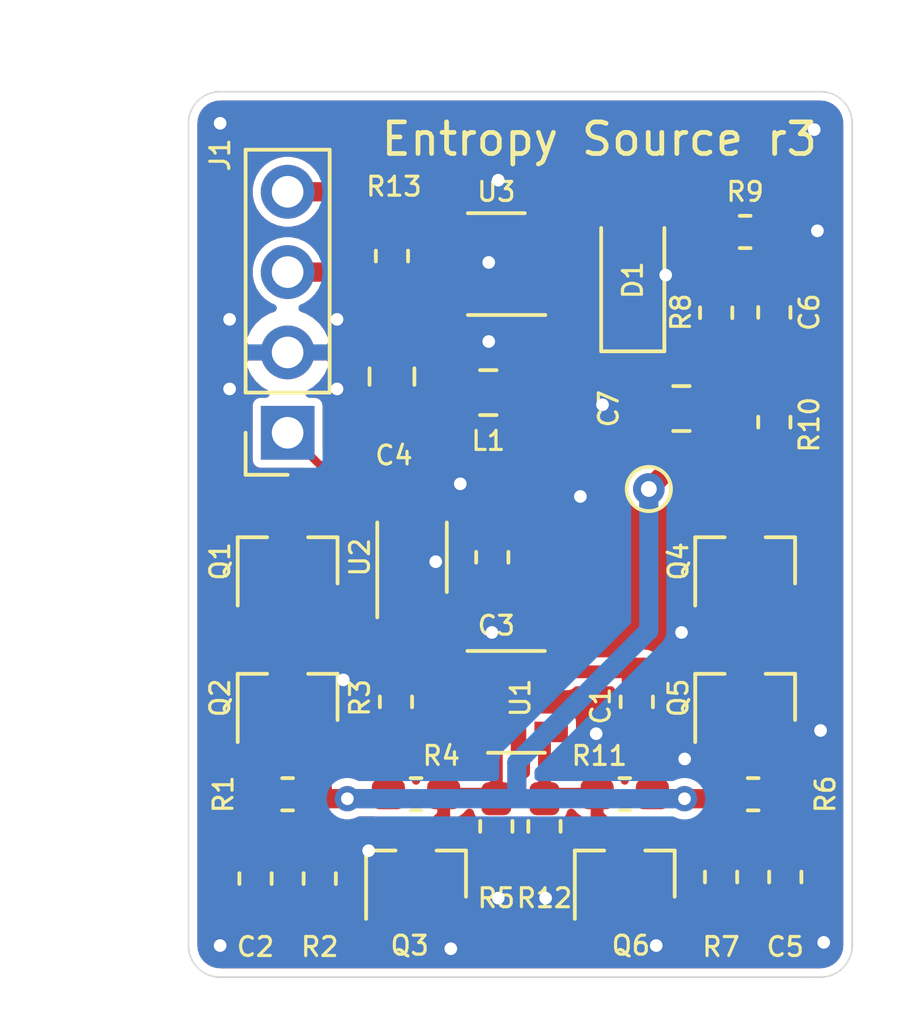
<source format=kicad_pcb>
(kicad_pcb (version 20171130) (host pcbnew "(5.1.10)-1")

  (general
    (thickness 1.6)
    (drawings 12)
    (tracks 144)
    (zones 0)
    (modules 33)
    (nets 22)
  )

  (page A4)
  (layers
    (0 F.Cu signal)
    (31 B.Cu signal)
    (32 B.Adhes user hide)
    (33 F.Adhes user hide)
    (34 B.Paste user hide)
    (35 F.Paste user hide)
    (36 B.SilkS user hide)
    (37 F.SilkS user hide)
    (38 B.Mask user hide)
    (39 F.Mask user hide)
    (40 Dwgs.User user)
    (41 Cmts.User user hide)
    (42 Eco1.User user hide)
    (43 Eco2.User user hide)
    (44 Edge.Cuts user)
    (45 Margin user hide)
    (46 B.CrtYd user hide)
    (47 F.CrtYd user)
    (48 B.Fab user hide)
    (49 F.Fab user hide)
  )

  (setup
    (last_trace_width 0.25)
    (user_trace_width 0.4064)
    (user_trace_width 0.6096)
    (user_trace_width 0.8128)
    (user_trace_width 1)
    (trace_clearance 0.2)
    (zone_clearance 0.254)
    (zone_45_only no)
    (trace_min 0.2)
    (via_size 0.8)
    (via_drill 0.4)
    (via_min_size 0.4)
    (via_min_drill 0.3)
    (uvia_size 0.3)
    (uvia_drill 0.1)
    (uvias_allowed no)
    (uvia_min_size 0.2)
    (uvia_min_drill 0.1)
    (edge_width 0.05)
    (segment_width 0.2)
    (pcb_text_width 0.3)
    (pcb_text_size 1.5 1.5)
    (mod_edge_width 0.12)
    (mod_text_size 1 1)
    (mod_text_width 0.15)
    (pad_size 1.524 1.524)
    (pad_drill 0.762)
    (pad_to_mask_clearance 0)
    (aux_axis_origin 0 0)
    (visible_elements 7FFFFFFF)
    (pcbplotparams
      (layerselection 0x010f0_ffffffff)
      (usegerberextensions true)
      (usegerberattributes false)
      (usegerberadvancedattributes false)
      (creategerberjobfile false)
      (excludeedgelayer true)
      (linewidth 0.100000)
      (plotframeref false)
      (viasonmask false)
      (mode 1)
      (useauxorigin false)
      (hpglpennumber 1)
      (hpglpenspeed 20)
      (hpglpendiameter 15.000000)
      (psnegative false)
      (psa4output false)
      (plotreference true)
      (plotvalue true)
      (plotinvisibletext false)
      (padsonsilk false)
      (subtractmaskfromsilk false)
      (outputformat 1)
      (mirror false)
      (drillshape 0)
      (scaleselection 1)
      (outputdirectory "gerbs/"))
  )

  (net 0 "")
  (net 1 +3V3)
  (net 2 GND)
  (net 3 "Net-(C2-Pad1)")
  (net 4 "Net-(C2-Pad2)")
  (net 5 "Net-(C5-Pad2)")
  (net 6 "Net-(C5-Pad1)")
  (net 7 "Net-(C6-Pad1)")
  (net 8 "Net-(C6-Pad2)")
  (net 9 VCC)
  (net 10 "Net-(D1-Pad2)")
  (net 11 ENTROPY)
  (net 12 "Net-(Q1-Pad1)")
  (net 13 NOISE_POS)
  (net 14 NOISE_NEG)
  (net 15 "Net-(R3-Pad1)")
  (net 16 "Net-(R3-Pad2)")
  (net 17 "Net-(U2-Pad2)")
  (net 18 ENABLE)
  (net 19 "Net-(Q1-Pad3)")
  (net 20 "Net-(Q4-Pad3)")
  (net 21 "Net-(Q4-Pad1)")

  (net_class Default "This is the default net class."
    (clearance 0.2)
    (trace_width 0.25)
    (via_dia 0.8)
    (via_drill 0.4)
    (uvia_dia 0.3)
    (uvia_drill 0.1)
    (add_net +3V3)
    (add_net ENABLE)
    (add_net ENTROPY)
    (add_net GND)
    (add_net NOISE_NEG)
    (add_net NOISE_POS)
    (add_net "Net-(C2-Pad1)")
    (add_net "Net-(C2-Pad2)")
    (add_net "Net-(C5-Pad1)")
    (add_net "Net-(C5-Pad2)")
    (add_net "Net-(C6-Pad1)")
    (add_net "Net-(C6-Pad2)")
    (add_net "Net-(D1-Pad2)")
    (add_net "Net-(Q1-Pad1)")
    (add_net "Net-(Q1-Pad3)")
    (add_net "Net-(Q4-Pad1)")
    (add_net "Net-(Q4-Pad3)")
    (add_net "Net-(R3-Pad1)")
    (add_net "Net-(R3-Pad2)")
    (add_net "Net-(U2-Pad2)")
    (add_net VCC)
  )

  (module Capacitor_SMD:C_0805_2012Metric_Pad1.15x1.40mm_HandSolder (layer F.Cu) (tedit 5B36C52B) (tstamp 610774E1)
    (at 148.098 65.02 180)
    (descr "Capacitor SMD 0805 (2012 Metric), square (rectangular) end terminal, IPC_7351 nominal with elongated pad for handsoldering. (Body size source: https://docs.google.com/spreadsheets/d/1BsfQQcO9C6DZCsRaXUlFlo91Tg2WpOkGARC1WS5S8t0/edit?usp=sharing), generated with kicad-footprint-generator")
    (tags "capacitor handsolder")
    (path /60FBDF99)
    (attr smd)
    (fp_text reference C7 (at 2.302 -0.004 270) (layer F.SilkS)
      (effects (font (size 0.6 0.6) (thickness 0.1)))
    )
    (fp_text value 10u (at 2.302 -0.004 90) (layer F.Fab)
      (effects (font (size 0.6 0.6) (thickness 0.1)))
    )
    (fp_line (start -1 0.6) (end -1 -0.6) (layer F.Fab) (width 0.1))
    (fp_line (start -1 -0.6) (end 1 -0.6) (layer F.Fab) (width 0.1))
    (fp_line (start 1 -0.6) (end 1 0.6) (layer F.Fab) (width 0.1))
    (fp_line (start 1 0.6) (end -1 0.6) (layer F.Fab) (width 0.1))
    (fp_line (start -0.261252 -0.71) (end 0.261252 -0.71) (layer F.SilkS) (width 0.12))
    (fp_line (start -0.261252 0.71) (end 0.261252 0.71) (layer F.SilkS) (width 0.12))
    (fp_line (start -1.85 0.95) (end -1.85 -0.95) (layer F.CrtYd) (width 0.05))
    (fp_line (start -1.85 -0.95) (end 1.85 -0.95) (layer F.CrtYd) (width 0.05))
    (fp_line (start 1.85 -0.95) (end 1.85 0.95) (layer F.CrtYd) (width 0.05))
    (fp_line (start 1.85 0.95) (end -1.85 0.95) (layer F.CrtYd) (width 0.05))
    (fp_text user %R (at 0 0) (layer F.Fab)
      (effects (font (size 0.5 0.5) (thickness 0.08)))
    )
    (pad 1 smd roundrect (at -1.025 0 180) (size 1.15 1.4) (layers F.Cu F.Paste F.Mask) (roundrect_rratio 0.2173904347826087)
      (net 9 VCC))
    (pad 2 smd roundrect (at 1.025 0 180) (size 1.15 1.4) (layers F.Cu F.Paste F.Mask) (roundrect_rratio 0.2173904347826087)
      (net 2 GND))
    (model ${KISYS3DMOD}/Capacitor_SMD.3dshapes/C_0805_2012Metric.wrl
      (at (xyz 0 0 0))
      (scale (xyz 1 1 1))
      (rotate (xyz 0 0 0))
    )
  )

  (module TestPoint:TestPoint_THTPad_D1.0mm_Drill0.5mm (layer F.Cu) (tedit 5A0F774F) (tstamp 60F8A078)
    (at 147.066 67.564 270)
    (descr "THT pad as test Point, diameter 1.0mm, hole diameter 0.5mm")
    (tags "test point THT pad")
    (path /60FC200F)
    (attr virtual)
    (fp_text reference TP1 (at 0.736 2.166 180) (layer F.Fab) hide
      (effects (font (size 0.6 0.6) (thickness 0.1)))
    )
    (fp_text value TestPoint (at 1.736 1.166 180) (layer F.Fab) hide
      (effects (font (size 0.6 0.6) (thickness 0.1)))
    )
    (fp_circle (center 0 0) (end 0 0.7) (layer F.SilkS) (width 0.12))
    (fp_circle (center 0 0) (end 1 0) (layer F.CrtYd) (width 0.05))
    (pad 1 thru_hole circle (at 0 0 270) (size 1 1) (drill 0.5) (layers *.Cu *.Mask)
      (net 9 VCC))
  )

  (module Diode_SMD:D_SOD-123 (layer F.Cu) (tedit 58645DC7) (tstamp 61077441)
    (at 146.558 60.96 90)
    (descr SOD-123)
    (tags SOD-123)
    (path /60FBFA3C)
    (attr smd)
    (fp_text reference D1 (at 0 0 90) (layer F.SilkS)
      (effects (font (size 0.6 0.6) (thickness 0.1)))
    )
    (fp_text value MBR0530 (at -0.04 -1.558 90) (layer F.Fab)
      (effects (font (size 0.6 0.6) (thickness 0.1)))
    )
    (fp_line (start -2.25 -1) (end -2.25 1) (layer F.SilkS) (width 0.12))
    (fp_line (start 0.25 0) (end 0.75 0) (layer F.Fab) (width 0.1))
    (fp_line (start 0.25 0.4) (end -0.35 0) (layer F.Fab) (width 0.1))
    (fp_line (start 0.25 -0.4) (end 0.25 0.4) (layer F.Fab) (width 0.1))
    (fp_line (start -0.35 0) (end 0.25 -0.4) (layer F.Fab) (width 0.1))
    (fp_line (start -0.35 0) (end -0.35 0.55) (layer F.Fab) (width 0.1))
    (fp_line (start -0.35 0) (end -0.35 -0.55) (layer F.Fab) (width 0.1))
    (fp_line (start -0.75 0) (end -0.35 0) (layer F.Fab) (width 0.1))
    (fp_line (start -1.4 0.9) (end -1.4 -0.9) (layer F.Fab) (width 0.1))
    (fp_line (start 1.4 0.9) (end -1.4 0.9) (layer F.Fab) (width 0.1))
    (fp_line (start 1.4 -0.9) (end 1.4 0.9) (layer F.Fab) (width 0.1))
    (fp_line (start -1.4 -0.9) (end 1.4 -0.9) (layer F.Fab) (width 0.1))
    (fp_line (start -2.35 -1.15) (end 2.35 -1.15) (layer F.CrtYd) (width 0.05))
    (fp_line (start 2.35 -1.15) (end 2.35 1.15) (layer F.CrtYd) (width 0.05))
    (fp_line (start 2.35 1.15) (end -2.35 1.15) (layer F.CrtYd) (width 0.05))
    (fp_line (start -2.35 -1.15) (end -2.35 1.15) (layer F.CrtYd) (width 0.05))
    (fp_line (start -2.25 1) (end 1.65 1) (layer F.SilkS) (width 0.12))
    (fp_line (start -2.25 -1) (end 1.65 -1) (layer F.SilkS) (width 0.12))
    (fp_text user %R (at 2.794 0 180) (layer F.Fab)
      (effects (font (size 0.6 0.6) (thickness 0.1)))
    )
    (pad 1 smd rect (at -1.65 0 90) (size 0.9 1.2) (layers F.Cu F.Paste F.Mask)
      (net 7 "Net-(C6-Pad1)"))
    (pad 2 smd rect (at 1.65 0 90) (size 0.9 1.2) (layers F.Cu F.Paste F.Mask)
      (net 10 "Net-(D1-Pad2)"))
    (model ${KISYS3DMOD}/Diode_SMD.3dshapes/D_SOD-123.wrl
      (at (xyz 0 0 0))
      (scale (xyz 1 1 1))
      (rotate (xyz 0 0 0))
    )
  )

  (module Capacitor_SMD:C_0603_1608Metric_Pad1.05x0.95mm_HandSolder (layer F.Cu) (tedit 5B301BBE) (tstamp 60F78F5A)
    (at 146.685 74.295 270)
    (descr "Capacitor SMD 0603 (1608 Metric), square (rectangular) end terminal, IPC_7351 nominal with elongated pad for handsoldering. (Body size source: http://www.tortai-tech.com/upload/download/2011102023233369053.pdf), generated with kicad-footprint-generator")
    (tags "capacitor handsolder")
    (path /60FB0AF7)
    (attr smd)
    (fp_text reference C1 (at 0.127 1.143 270) (layer F.SilkS)
      (effects (font (size 0.6 0.6) (thickness 0.1)))
    )
    (fp_text value 0.1u (at 0 1.143 90) (layer F.Fab)
      (effects (font (size 0.6 0.6) (thickness 0.1)))
    )
    (fp_line (start -0.8 0.4) (end -0.8 -0.4) (layer F.Fab) (width 0.1))
    (fp_line (start -0.8 -0.4) (end 0.8 -0.4) (layer F.Fab) (width 0.1))
    (fp_line (start 0.8 -0.4) (end 0.8 0.4) (layer F.Fab) (width 0.1))
    (fp_line (start 0.8 0.4) (end -0.8 0.4) (layer F.Fab) (width 0.1))
    (fp_line (start -0.171267 -0.51) (end 0.171267 -0.51) (layer F.SilkS) (width 0.12))
    (fp_line (start -0.171267 0.51) (end 0.171267 0.51) (layer F.SilkS) (width 0.12))
    (fp_line (start -1.65 0.73) (end -1.65 -0.73) (layer F.CrtYd) (width 0.05))
    (fp_line (start -1.65 -0.73) (end 1.65 -0.73) (layer F.CrtYd) (width 0.05))
    (fp_line (start 1.65 -0.73) (end 1.65 0.73) (layer F.CrtYd) (width 0.05))
    (fp_line (start 1.65 0.73) (end -1.65 0.73) (layer F.CrtYd) (width 0.05))
    (fp_text user %R (at 0 0 90) (layer F.Fab)
      (effects (font (size 0.4 0.4) (thickness 0.06)))
    )
    (pad 1 smd roundrect (at -0.875 0 270) (size 1.05 0.95) (layers F.Cu F.Paste F.Mask) (roundrect_rratio 0.25)
      (net 1 +3V3))
    (pad 2 smd roundrect (at 0.875 0 270) (size 1.05 0.95) (layers F.Cu F.Paste F.Mask) (roundrect_rratio 0.25)
      (net 2 GND))
    (model ${KISYS3DMOD}/Capacitor_SMD.3dshapes/C_0603_1608Metric.wrl
      (at (xyz 0 0 0))
      (scale (xyz 1 1 1))
      (rotate (xyz 0 0 0))
    )
  )

  (module Capacitor_SMD:C_0603_1608Metric_Pad1.05x0.95mm_HandSolder (layer F.Cu) (tedit 5B301BBE) (tstamp 60F7CC5A)
    (at 134.62 79.883 90)
    (descr "Capacitor SMD 0603 (1608 Metric), square (rectangular) end terminal, IPC_7351 nominal with elongated pad for handsoldering. (Body size source: http://www.tortai-tech.com/upload/download/2011102023233369053.pdf), generated with kicad-footprint-generator")
    (tags "capacitor handsolder")
    (path /60F53F4B)
    (attr smd)
    (fp_text reference C2 (at -2.159 0 180) (layer F.SilkS)
      (effects (font (size 0.6 0.6) (thickness 0.1)))
    )
    (fp_text value 0.1u (at -2.159 -0.254 180) (layer F.Fab)
      (effects (font (size 0.6 0.6) (thickness 0.1)))
    )
    (fp_line (start -0.8 0.4) (end -0.8 -0.4) (layer F.Fab) (width 0.1))
    (fp_line (start -0.8 -0.4) (end 0.8 -0.4) (layer F.Fab) (width 0.1))
    (fp_line (start 0.8 -0.4) (end 0.8 0.4) (layer F.Fab) (width 0.1))
    (fp_line (start 0.8 0.4) (end -0.8 0.4) (layer F.Fab) (width 0.1))
    (fp_line (start -0.171267 -0.51) (end 0.171267 -0.51) (layer F.SilkS) (width 0.12))
    (fp_line (start -0.171267 0.51) (end 0.171267 0.51) (layer F.SilkS) (width 0.12))
    (fp_line (start -1.65 0.73) (end -1.65 -0.73) (layer F.CrtYd) (width 0.05))
    (fp_line (start -1.65 -0.73) (end 1.65 -0.73) (layer F.CrtYd) (width 0.05))
    (fp_line (start 1.65 -0.73) (end 1.65 0.73) (layer F.CrtYd) (width 0.05))
    (fp_line (start 1.65 0.73) (end -1.65 0.73) (layer F.CrtYd) (width 0.05))
    (fp_text user %R (at 0 0 90) (layer F.Fab)
      (effects (font (size 0.4 0.4) (thickness 0.06)))
    )
    (pad 1 smd roundrect (at -0.875 0 90) (size 1.05 0.95) (layers F.Cu F.Paste F.Mask) (roundrect_rratio 0.25)
      (net 3 "Net-(C2-Pad1)"))
    (pad 2 smd roundrect (at 0.875 0 90) (size 1.05 0.95) (layers F.Cu F.Paste F.Mask) (roundrect_rratio 0.25)
      (net 4 "Net-(C2-Pad2)"))
    (model ${KISYS3DMOD}/Capacitor_SMD.3dshapes/C_0603_1608Metric.wrl
      (at (xyz 0 0 0))
      (scale (xyz 1 1 1))
      (rotate (xyz 0 0 0))
    )
  )

  (module Capacitor_SMD:C_0603_1608Metric_Pad1.05x0.95mm_HandSolder (layer F.Cu) (tedit 5B301BBE) (tstamp 60F870BE)
    (at 142.113 69.723 270)
    (descr "Capacitor SMD 0603 (1608 Metric), square (rectangular) end terminal, IPC_7351 nominal with elongated pad for handsoldering. (Body size source: http://www.tortai-tech.com/upload/download/2011102023233369053.pdf), generated with kicad-footprint-generator")
    (tags "capacitor handsolder")
    (path /60FB173C)
    (attr smd)
    (fp_text reference C3 (at 2.159 -0.127 180) (layer F.SilkS)
      (effects (font (size 0.6 0.6) (thickness 0.1)))
    )
    (fp_text value 0.1u (at 2.159 -0.127 180) (layer F.Fab)
      (effects (font (size 0.6 0.6) (thickness 0.1)))
    )
    (fp_line (start 1.65 0.73) (end -1.65 0.73) (layer F.CrtYd) (width 0.05))
    (fp_line (start 1.65 -0.73) (end 1.65 0.73) (layer F.CrtYd) (width 0.05))
    (fp_line (start -1.65 -0.73) (end 1.65 -0.73) (layer F.CrtYd) (width 0.05))
    (fp_line (start -1.65 0.73) (end -1.65 -0.73) (layer F.CrtYd) (width 0.05))
    (fp_line (start -0.171267 0.51) (end 0.171267 0.51) (layer F.SilkS) (width 0.12))
    (fp_line (start -0.171267 -0.51) (end 0.171267 -0.51) (layer F.SilkS) (width 0.12))
    (fp_line (start 0.8 0.4) (end -0.8 0.4) (layer F.Fab) (width 0.1))
    (fp_line (start 0.8 -0.4) (end 0.8 0.4) (layer F.Fab) (width 0.1))
    (fp_line (start -0.8 -0.4) (end 0.8 -0.4) (layer F.Fab) (width 0.1))
    (fp_line (start -0.8 0.4) (end -0.8 -0.4) (layer F.Fab) (width 0.1))
    (fp_text user %R (at 0 0 90) (layer F.Fab)
      (effects (font (size 0.4 0.4) (thickness 0.06)))
    )
    (pad 2 smd roundrect (at 0.875 0 270) (size 1.05 0.95) (layers F.Cu F.Paste F.Mask) (roundrect_rratio 0.25)
      (net 2 GND))
    (pad 1 smd roundrect (at -0.875 0 270) (size 1.05 0.95) (layers F.Cu F.Paste F.Mask) (roundrect_rratio 0.25)
      (net 1 +3V3))
    (model ${KISYS3DMOD}/Capacitor_SMD.3dshapes/C_0603_1608Metric.wrl
      (at (xyz 0 0 0))
      (scale (xyz 1 1 1))
      (rotate (xyz 0 0 0))
    )
  )

  (module Capacitor_SMD:C_0805_2012Metric_Pad1.15x1.40mm_HandSolder (layer F.Cu) (tedit 5B36C52B) (tstamp 6108ABE9)
    (at 138.938 64.008 270)
    (descr "Capacitor SMD 0805 (2012 Metric), square (rectangular) end terminal, IPC_7351 nominal with elongated pad for handsoldering. (Body size source: https://docs.google.com/spreadsheets/d/1BsfQQcO9C6DZCsRaXUlFlo91Tg2WpOkGARC1WS5S8t0/edit?usp=sharing), generated with kicad-footprint-generator")
    (tags "capacitor handsolder")
    (path /60FBC39E)
    (attr smd)
    (fp_text reference C4 (at 2.492 -0.062) (layer F.SilkS)
      (effects (font (size 0.6 0.6) (thickness 0.1)))
    )
    (fp_text value 10u (at 2.492 -0.062 180) (layer F.Fab)
      (effects (font (size 0.6 0.6) (thickness 0.1)))
    )
    (fp_line (start 1.85 0.95) (end -1.85 0.95) (layer F.CrtYd) (width 0.05))
    (fp_line (start 1.85 -0.95) (end 1.85 0.95) (layer F.CrtYd) (width 0.05))
    (fp_line (start -1.85 -0.95) (end 1.85 -0.95) (layer F.CrtYd) (width 0.05))
    (fp_line (start -1.85 0.95) (end -1.85 -0.95) (layer F.CrtYd) (width 0.05))
    (fp_line (start -0.261252 0.71) (end 0.261252 0.71) (layer F.SilkS) (width 0.12))
    (fp_line (start -0.261252 -0.71) (end 0.261252 -0.71) (layer F.SilkS) (width 0.12))
    (fp_line (start 1 0.6) (end -1 0.6) (layer F.Fab) (width 0.1))
    (fp_line (start 1 -0.6) (end 1 0.6) (layer F.Fab) (width 0.1))
    (fp_line (start -1 -0.6) (end 1 -0.6) (layer F.Fab) (width 0.1))
    (fp_line (start -1 0.6) (end -1 -0.6) (layer F.Fab) (width 0.1))
    (fp_text user %R (at 0 0 90) (layer F.Fab)
      (effects (font (size 0.5 0.5) (thickness 0.08)))
    )
    (pad 2 smd roundrect (at 1.025 0 270) (size 1.15 1.4) (layers F.Cu F.Paste F.Mask) (roundrect_rratio 0.2173904347826087)
      (net 2 GND))
    (pad 1 smd roundrect (at -1.025 0 270) (size 1.15 1.4) (layers F.Cu F.Paste F.Mask) (roundrect_rratio 0.2173904347826087)
      (net 1 +3V3))
    (model ${KISYS3DMOD}/Capacitor_SMD.3dshapes/C_0805_2012Metric.wrl
      (at (xyz 0 0 0))
      (scale (xyz 1 1 1))
      (rotate (xyz 0 0 0))
    )
  )

  (module Capacitor_SMD:C_0603_1608Metric_Pad1.05x0.95mm_HandSolder (layer F.Cu) (tedit 5B301BBE) (tstamp 60F78F9E)
    (at 151.384 79.833 90)
    (descr "Capacitor SMD 0603 (1608 Metric), square (rectangular) end terminal, IPC_7351 nominal with elongated pad for handsoldering. (Body size source: http://www.tortai-tech.com/upload/download/2011102023233369053.pdf), generated with kicad-footprint-generator")
    (tags "capacitor handsolder")
    (path /60F81B66)
    (attr smd)
    (fp_text reference C5 (at -2.209 0 180) (layer F.SilkS)
      (effects (font (size 0.6 0.6) (thickness 0.1)))
    )
    (fp_text value 0.1u (at -2.209 0.254 180) (layer F.Fab)
      (effects (font (size 0.6 0.6) (thickness 0.1)))
    )
    (fp_line (start 1.65 0.73) (end -1.65 0.73) (layer F.CrtYd) (width 0.05))
    (fp_line (start 1.65 -0.73) (end 1.65 0.73) (layer F.CrtYd) (width 0.05))
    (fp_line (start -1.65 -0.73) (end 1.65 -0.73) (layer F.CrtYd) (width 0.05))
    (fp_line (start -1.65 0.73) (end -1.65 -0.73) (layer F.CrtYd) (width 0.05))
    (fp_line (start -0.171267 0.51) (end 0.171267 0.51) (layer F.SilkS) (width 0.12))
    (fp_line (start -0.171267 -0.51) (end 0.171267 -0.51) (layer F.SilkS) (width 0.12))
    (fp_line (start 0.8 0.4) (end -0.8 0.4) (layer F.Fab) (width 0.1))
    (fp_line (start 0.8 -0.4) (end 0.8 0.4) (layer F.Fab) (width 0.1))
    (fp_line (start -0.8 -0.4) (end 0.8 -0.4) (layer F.Fab) (width 0.1))
    (fp_line (start -0.8 0.4) (end -0.8 -0.4) (layer F.Fab) (width 0.1))
    (fp_text user %R (at 0 0 90) (layer F.Fab)
      (effects (font (size 0.4 0.4) (thickness 0.06)))
    )
    (pad 2 smd roundrect (at 0.875 0 90) (size 1.05 0.95) (layers F.Cu F.Paste F.Mask) (roundrect_rratio 0.25)
      (net 5 "Net-(C5-Pad2)"))
    (pad 1 smd roundrect (at -0.875 0 90) (size 1.05 0.95) (layers F.Cu F.Paste F.Mask) (roundrect_rratio 0.25)
      (net 6 "Net-(C5-Pad1)"))
    (model ${KISYS3DMOD}/Capacitor_SMD.3dshapes/C_0603_1608Metric.wrl
      (at (xyz 0 0 0))
      (scale (xyz 1 1 1))
      (rotate (xyz 0 0 0))
    )
  )

  (module Capacitor_SMD:C_0603_1608Metric_Pad1.05x0.95mm_HandSolder (layer F.Cu) (tedit 5B301BBE) (tstamp 61077481)
    (at 151.038 61.98 90)
    (descr "Capacitor SMD 0603 (1608 Metric), square (rectangular) end terminal, IPC_7351 nominal with elongated pad for handsoldering. (Body size source: http://www.tortai-tech.com/upload/download/2011102023233369053.pdf), generated with kicad-footprint-generator")
    (tags "capacitor handsolder")
    (path /60FBD81C)
    (attr smd)
    (fp_text reference C6 (at 0.004 1.108 270) (layer F.SilkS)
      (effects (font (size 0.6 0.6) (thickness 0.1)))
    )
    (fp_text value 22p (at 0.258 1.108 90) (layer F.Fab)
      (effects (font (size 0.6 0.6) (thickness 0.1)))
    )
    (fp_line (start -0.8 0.4) (end -0.8 -0.4) (layer F.Fab) (width 0.1))
    (fp_line (start -0.8 -0.4) (end 0.8 -0.4) (layer F.Fab) (width 0.1))
    (fp_line (start 0.8 -0.4) (end 0.8 0.4) (layer F.Fab) (width 0.1))
    (fp_line (start 0.8 0.4) (end -0.8 0.4) (layer F.Fab) (width 0.1))
    (fp_line (start -0.171267 -0.51) (end 0.171267 -0.51) (layer F.SilkS) (width 0.12))
    (fp_line (start -0.171267 0.51) (end 0.171267 0.51) (layer F.SilkS) (width 0.12))
    (fp_line (start -1.65 0.73) (end -1.65 -0.73) (layer F.CrtYd) (width 0.05))
    (fp_line (start -1.65 -0.73) (end 1.65 -0.73) (layer F.CrtYd) (width 0.05))
    (fp_line (start 1.65 -0.73) (end 1.65 0.73) (layer F.CrtYd) (width 0.05))
    (fp_line (start 1.65 0.73) (end -1.65 0.73) (layer F.CrtYd) (width 0.05))
    (fp_text user %R (at 0 0 90) (layer F.Fab)
      (effects (font (size 0.4 0.4) (thickness 0.06)))
    )
    (pad 1 smd roundrect (at -0.875 0 90) (size 1.05 0.95) (layers F.Cu F.Paste F.Mask) (roundrect_rratio 0.25)
      (net 7 "Net-(C6-Pad1)"))
    (pad 2 smd roundrect (at 0.875 0 90) (size 1.05 0.95) (layers F.Cu F.Paste F.Mask) (roundrect_rratio 0.25)
      (net 8 "Net-(C6-Pad2)"))
    (model ${KISYS3DMOD}/Capacitor_SMD.3dshapes/C_0603_1608Metric.wrl
      (at (xyz 0 0 0))
      (scale (xyz 1 1 1))
      (rotate (xyz 0 0 0))
    )
  )

  (module Inductor_SMD:L_0805_2012Metric_Pad1.15x1.40mm_HandSolder (layer F.Cu) (tedit 5B36C52B) (tstamp 610774B1)
    (at 141.986 64.516)
    (descr "Capacitor SMD 0805 (2012 Metric), square (rectangular) end terminal, IPC_7351 nominal with elongated pad for handsoldering. (Body size source: https://docs.google.com/spreadsheets/d/1BsfQQcO9C6DZCsRaXUlFlo91Tg2WpOkGARC1WS5S8t0/edit?usp=sharing), generated with kicad-footprint-generator")
    (tags "inductor handsolder")
    (path /60FBB395)
    (attr smd)
    (fp_text reference L1 (at 0 1.524 180) (layer F.SilkS)
      (effects (font (size 0.6 0.6) (thickness 0.1)))
    )
    (fp_text value 10u (at 0.005852 1.524) (layer F.Fab)
      (effects (font (size 0.6 0.6) (thickness 0.1)))
    )
    (fp_line (start -1 0.6) (end -1 -0.6) (layer F.Fab) (width 0.1))
    (fp_line (start -1 -0.6) (end 1 -0.6) (layer F.Fab) (width 0.1))
    (fp_line (start 1 -0.6) (end 1 0.6) (layer F.Fab) (width 0.1))
    (fp_line (start 1 0.6) (end -1 0.6) (layer F.Fab) (width 0.1))
    (fp_line (start -0.261252 -0.71) (end 0.261252 -0.71) (layer F.SilkS) (width 0.12))
    (fp_line (start -0.261252 0.71) (end 0.261252 0.71) (layer F.SilkS) (width 0.12))
    (fp_line (start -1.85 0.95) (end -1.85 -0.95) (layer F.CrtYd) (width 0.05))
    (fp_line (start -1.85 -0.95) (end 1.85 -0.95) (layer F.CrtYd) (width 0.05))
    (fp_line (start 1.85 -0.95) (end 1.85 0.95) (layer F.CrtYd) (width 0.05))
    (fp_line (start 1.85 0.95) (end -1.85 0.95) (layer F.CrtYd) (width 0.05))
    (fp_text user %R (at 0 0) (layer F.Fab)
      (effects (font (size 0.5 0.5) (thickness 0.08)))
    )
    (pad 1 smd roundrect (at -1.025 0) (size 1.15 1.4) (layers F.Cu F.Paste F.Mask) (roundrect_rratio 0.2173904347826087)
      (net 1 +3V3))
    (pad 2 smd roundrect (at 1.025 0) (size 1.15 1.4) (layers F.Cu F.Paste F.Mask) (roundrect_rratio 0.2173904347826087)
      (net 10 "Net-(D1-Pad2)"))
    (model ${KISYS3DMOD}/Inductor_SMD.3dshapes/L_0805_2012Metric.wrl
      (at (xyz 0 0 0))
      (scale (xyz 1 1 1))
      (rotate (xyz 0 0 0))
    )
  )

  (module Resistor_SMD:R_0603_1608Metric_Pad1.05x0.95mm_HandSolder (layer F.Cu) (tedit 5B301BBD) (tstamp 60F7BF8B)
    (at 135.636 77.216 180)
    (descr "Resistor SMD 0603 (1608 Metric), square (rectangular) end terminal, IPC_7351 nominal with elongated pad for handsoldering. (Body size source: http://www.tortai-tech.com/upload/download/2011102023233369053.pdf), generated with kicad-footprint-generator")
    (tags "resistor handsolder")
    (path /60F529D1)
    (attr smd)
    (fp_text reference R1 (at 2.032 0 270) (layer F.SilkS)
      (effects (font (size 0.6 0.6) (thickness 0.1)))
    )
    (fp_text value 15k (at 0 1.016) (layer F.Fab)
      (effects (font (size 0.6 0.6) (thickness 0.1)))
    )
    (fp_line (start 1.65 0.73) (end -1.65 0.73) (layer F.CrtYd) (width 0.05))
    (fp_line (start 1.65 -0.73) (end 1.65 0.73) (layer F.CrtYd) (width 0.05))
    (fp_line (start -1.65 -0.73) (end 1.65 -0.73) (layer F.CrtYd) (width 0.05))
    (fp_line (start -1.65 0.73) (end -1.65 -0.73) (layer F.CrtYd) (width 0.05))
    (fp_line (start -0.171267 0.51) (end 0.171267 0.51) (layer F.SilkS) (width 0.12))
    (fp_line (start -0.171267 -0.51) (end 0.171267 -0.51) (layer F.SilkS) (width 0.12))
    (fp_line (start 0.8 0.4) (end -0.8 0.4) (layer F.Fab) (width 0.1))
    (fp_line (start 0.8 -0.4) (end 0.8 0.4) (layer F.Fab) (width 0.1))
    (fp_line (start -0.8 -0.4) (end 0.8 -0.4) (layer F.Fab) (width 0.1))
    (fp_line (start -0.8 0.4) (end -0.8 -0.4) (layer F.Fab) (width 0.1))
    (fp_text user %R (at 0 0) (layer F.Fab)
      (effects (font (size 0.4 0.4) (thickness 0.06)))
    )
    (pad 2 smd roundrect (at 0.875 0 180) (size 1.05 0.95) (layers F.Cu F.Paste F.Mask) (roundrect_rratio 0.25)
      (net 4 "Net-(C2-Pad2)"))
    (pad 1 smd roundrect (at -0.875 0 180) (size 1.05 0.95) (layers F.Cu F.Paste F.Mask) (roundrect_rratio 0.25)
      (net 9 VCC))
    (model ${KISYS3DMOD}/Resistor_SMD.3dshapes/R_0603_1608Metric.wrl
      (at (xyz 0 0 0))
      (scale (xyz 1 1 1))
      (rotate (xyz 0 0 0))
    )
  )

  (module Resistor_SMD:R_0603_1608Metric_Pad1.05x0.95mm_HandSolder (layer F.Cu) (tedit 5B301BBD) (tstamp 60F79066)
    (at 136.652 79.883 270)
    (descr "Resistor SMD 0603 (1608 Metric), square (rectangular) end terminal, IPC_7351 nominal with elongated pad for handsoldering. (Body size source: http://www.tortai-tech.com/upload/download/2011102023233369053.pdf), generated with kicad-footprint-generator")
    (tags "resistor handsolder")
    (path /60F54ECD)
    (attr smd)
    (fp_text reference R2 (at 2.159 0 180) (layer F.SilkS)
      (effects (font (size 0.6 0.6) (thickness 0.1)))
    )
    (fp_text value 2.7M (at 2.159 -0.254 180) (layer F.Fab)
      (effects (font (size 0.6 0.6) (thickness 0.1)))
    )
    (fp_line (start -0.8 0.4) (end -0.8 -0.4) (layer F.Fab) (width 0.1))
    (fp_line (start -0.8 -0.4) (end 0.8 -0.4) (layer F.Fab) (width 0.1))
    (fp_line (start 0.8 -0.4) (end 0.8 0.4) (layer F.Fab) (width 0.1))
    (fp_line (start 0.8 0.4) (end -0.8 0.4) (layer F.Fab) (width 0.1))
    (fp_line (start -0.171267 -0.51) (end 0.171267 -0.51) (layer F.SilkS) (width 0.12))
    (fp_line (start -0.171267 0.51) (end 0.171267 0.51) (layer F.SilkS) (width 0.12))
    (fp_line (start -1.65 0.73) (end -1.65 -0.73) (layer F.CrtYd) (width 0.05))
    (fp_line (start -1.65 -0.73) (end 1.65 -0.73) (layer F.CrtYd) (width 0.05))
    (fp_line (start 1.65 -0.73) (end 1.65 0.73) (layer F.CrtYd) (width 0.05))
    (fp_line (start 1.65 0.73) (end -1.65 0.73) (layer F.CrtYd) (width 0.05))
    (fp_text user %R (at 0 0 90) (layer F.Fab)
      (effects (font (size 0.4 0.4) (thickness 0.06)))
    )
    (pad 1 smd roundrect (at -0.875 0 270) (size 1.05 0.95) (layers F.Cu F.Paste F.Mask) (roundrect_rratio 0.25)
      (net 9 VCC))
    (pad 2 smd roundrect (at 0.875 0 270) (size 1.05 0.95) (layers F.Cu F.Paste F.Mask) (roundrect_rratio 0.25)
      (net 3 "Net-(C2-Pad1)"))
    (model ${KISYS3DMOD}/Resistor_SMD.3dshapes/R_0603_1608Metric.wrl
      (at (xyz 0 0 0))
      (scale (xyz 1 1 1))
      (rotate (xyz 0 0 0))
    )
  )

  (module Resistor_SMD:R_0603_1608Metric_Pad1.05x0.95mm_HandSolder (layer F.Cu) (tedit 5B301BBD) (tstamp 60F79077)
    (at 139.065 74.295 270)
    (descr "Resistor SMD 0603 (1608 Metric), square (rectangular) end terminal, IPC_7351 nominal with elongated pad for handsoldering. (Body size source: http://www.tortai-tech.com/upload/download/2011102023233369053.pdf), generated with kicad-footprint-generator")
    (tags "resistor handsolder")
    (path /60F895CF)
    (attr smd)
    (fp_text reference R3 (at -0.127 1.143 270) (layer F.SilkS)
      (effects (font (size 0.6 0.6) (thickness 0.1)))
    )
    (fp_text value 10k (at 0 -1.143 90) (layer F.Fab)
      (effects (font (size 0.6 0.6) (thickness 0.1)))
    )
    (fp_line (start -0.8 0.4) (end -0.8 -0.4) (layer F.Fab) (width 0.1))
    (fp_line (start -0.8 -0.4) (end 0.8 -0.4) (layer F.Fab) (width 0.1))
    (fp_line (start 0.8 -0.4) (end 0.8 0.4) (layer F.Fab) (width 0.1))
    (fp_line (start 0.8 0.4) (end -0.8 0.4) (layer F.Fab) (width 0.1))
    (fp_line (start -0.171267 -0.51) (end 0.171267 -0.51) (layer F.SilkS) (width 0.12))
    (fp_line (start -0.171267 0.51) (end 0.171267 0.51) (layer F.SilkS) (width 0.12))
    (fp_line (start -1.65 0.73) (end -1.65 -0.73) (layer F.CrtYd) (width 0.05))
    (fp_line (start -1.65 -0.73) (end 1.65 -0.73) (layer F.CrtYd) (width 0.05))
    (fp_line (start 1.65 -0.73) (end 1.65 0.73) (layer F.CrtYd) (width 0.05))
    (fp_line (start 1.65 0.73) (end -1.65 0.73) (layer F.CrtYd) (width 0.05))
    (fp_text user %R (at 0 0 90) (layer F.Fab)
      (effects (font (size 0.4 0.4) (thickness 0.06)))
    )
    (pad 1 smd roundrect (at -0.875 0 270) (size 1.05 0.95) (layers F.Cu F.Paste F.Mask) (roundrect_rratio 0.25)
      (net 15 "Net-(R3-Pad1)"))
    (pad 2 smd roundrect (at 0.875 0 270) (size 1.05 0.95) (layers F.Cu F.Paste F.Mask) (roundrect_rratio 0.25)
      (net 16 "Net-(R3-Pad2)"))
    (model ${KISYS3DMOD}/Resistor_SMD.3dshapes/R_0603_1608Metric.wrl
      (at (xyz 0 0 0))
      (scale (xyz 1 1 1))
      (rotate (xyz 0 0 0))
    )
  )

  (module Resistor_SMD:R_0603_1608Metric_Pad1.05x0.95mm_HandSolder (layer F.Cu) (tedit 5B301BBD) (tstamp 610777B3)
    (at 139.7 77.216)
    (descr "Resistor SMD 0603 (1608 Metric), square (rectangular) end terminal, IPC_7351 nominal with elongated pad for handsoldering. (Body size source: http://www.tortai-tech.com/upload/download/2011102023233369053.pdf), generated with kicad-footprint-generator")
    (tags "resistor handsolder")
    (path /60F580DE)
    (attr smd)
    (fp_text reference R4 (at 0.8 -1.216 180) (layer F.SilkS)
      (effects (font (size 0.6 0.6) (thickness 0.1)))
    )
    (fp_text value 15k (at -1.2 0 90) (layer F.Fab)
      (effects (font (size 0.6 0.6) (thickness 0.1)))
    )
    (fp_line (start 1.65 0.73) (end -1.65 0.73) (layer F.CrtYd) (width 0.05))
    (fp_line (start 1.65 -0.73) (end 1.65 0.73) (layer F.CrtYd) (width 0.05))
    (fp_line (start -1.65 -0.73) (end 1.65 -0.73) (layer F.CrtYd) (width 0.05))
    (fp_line (start -1.65 0.73) (end -1.65 -0.73) (layer F.CrtYd) (width 0.05))
    (fp_line (start -0.171267 0.51) (end 0.171267 0.51) (layer F.SilkS) (width 0.12))
    (fp_line (start -0.171267 -0.51) (end 0.171267 -0.51) (layer F.SilkS) (width 0.12))
    (fp_line (start 0.8 0.4) (end -0.8 0.4) (layer F.Fab) (width 0.1))
    (fp_line (start 0.8 -0.4) (end 0.8 0.4) (layer F.Fab) (width 0.1))
    (fp_line (start -0.8 -0.4) (end 0.8 -0.4) (layer F.Fab) (width 0.1))
    (fp_line (start -0.8 0.4) (end -0.8 -0.4) (layer F.Fab) (width 0.1))
    (fp_text user %R (at 0 0) (layer F.Fab)
      (effects (font (size 0.4 0.4) (thickness 0.06)))
    )
    (pad 2 smd roundrect (at 0.875 0) (size 1.05 0.95) (layers F.Cu F.Paste F.Mask) (roundrect_rratio 0.25)
      (net 13 NOISE_POS))
    (pad 1 smd roundrect (at -0.875 0) (size 1.05 0.95) (layers F.Cu F.Paste F.Mask) (roundrect_rratio 0.25)
      (net 9 VCC))
    (model ${KISYS3DMOD}/Resistor_SMD.3dshapes/R_0603_1608Metric.wrl
      (at (xyz 0 0 0))
      (scale (xyz 1 1 1))
      (rotate (xyz 0 0 0))
    )
  )

  (module Resistor_SMD:R_0603_1608Metric_Pad1.05x0.95mm_HandSolder (layer F.Cu) (tedit 5B301BBD) (tstamp 60F79099)
    (at 142.24 78.232 270)
    (descr "Resistor SMD 0603 (1608 Metric), square (rectangular) end terminal, IPC_7351 nominal with elongated pad for handsoldering. (Body size source: http://www.tortai-tech.com/upload/download/2011102023233369053.pdf), generated with kicad-footprint-generator")
    (tags "resistor handsolder")
    (path /60F5AFF8)
    (attr smd)
    (fp_text reference R5 (at 2.268 0 180) (layer F.SilkS)
      (effects (font (size 0.6 0.6) (thickness 0.1)))
    )
    (fp_text value 15k (at 2.268 0 180) (layer F.Fab)
      (effects (font (size 0.6 0.6) (thickness 0.1)))
    )
    (fp_line (start -0.8 0.4) (end -0.8 -0.4) (layer F.Fab) (width 0.1))
    (fp_line (start -0.8 -0.4) (end 0.8 -0.4) (layer F.Fab) (width 0.1))
    (fp_line (start 0.8 -0.4) (end 0.8 0.4) (layer F.Fab) (width 0.1))
    (fp_line (start 0.8 0.4) (end -0.8 0.4) (layer F.Fab) (width 0.1))
    (fp_line (start -0.171267 -0.51) (end 0.171267 -0.51) (layer F.SilkS) (width 0.12))
    (fp_line (start -0.171267 0.51) (end 0.171267 0.51) (layer F.SilkS) (width 0.12))
    (fp_line (start -1.65 0.73) (end -1.65 -0.73) (layer F.CrtYd) (width 0.05))
    (fp_line (start -1.65 -0.73) (end 1.65 -0.73) (layer F.CrtYd) (width 0.05))
    (fp_line (start 1.65 -0.73) (end 1.65 0.73) (layer F.CrtYd) (width 0.05))
    (fp_line (start 1.65 0.73) (end -1.65 0.73) (layer F.CrtYd) (width 0.05))
    (fp_text user %R (at 0 0 90) (layer F.Fab)
      (effects (font (size 0.4 0.4) (thickness 0.06)))
    )
    (pad 1 smd roundrect (at -0.875 0 270) (size 1.05 0.95) (layers F.Cu F.Paste F.Mask) (roundrect_rratio 0.25)
      (net 13 NOISE_POS))
    (pad 2 smd roundrect (at 0.875 0 270) (size 1.05 0.95) (layers F.Cu F.Paste F.Mask) (roundrect_rratio 0.25)
      (net 2 GND))
    (model ${KISYS3DMOD}/Resistor_SMD.3dshapes/R_0603_1608Metric.wrl
      (at (xyz 0 0 0))
      (scale (xyz 1 1 1))
      (rotate (xyz 0 0 0))
    )
  )

  (module Resistor_SMD:R_0603_1608Metric_Pad1.05x0.95mm_HandSolder (layer F.Cu) (tedit 5B301BBD) (tstamp 60F790AA)
    (at 150.368 77.216)
    (descr "Resistor SMD 0603 (1608 Metric), square (rectangular) end terminal, IPC_7351 nominal with elongated pad for handsoldering. (Body size source: http://www.tortai-tech.com/upload/download/2011102023233369053.pdf), generated with kicad-footprint-generator")
    (tags "resistor handsolder")
    (path /60F81B59)
    (attr smd)
    (fp_text reference R6 (at 2.286 0 90) (layer F.SilkS)
      (effects (font (size 0.6 0.6) (thickness 0.1)))
    )
    (fp_text value 15k (at 2.286 0 90) (layer F.Fab)
      (effects (font (size 0.6 0.6) (thickness 0.1)))
    )
    (fp_line (start 1.65 0.73) (end -1.65 0.73) (layer F.CrtYd) (width 0.05))
    (fp_line (start 1.65 -0.73) (end 1.65 0.73) (layer F.CrtYd) (width 0.05))
    (fp_line (start -1.65 -0.73) (end 1.65 -0.73) (layer F.CrtYd) (width 0.05))
    (fp_line (start -1.65 0.73) (end -1.65 -0.73) (layer F.CrtYd) (width 0.05))
    (fp_line (start -0.171267 0.51) (end 0.171267 0.51) (layer F.SilkS) (width 0.12))
    (fp_line (start -0.171267 -0.51) (end 0.171267 -0.51) (layer F.SilkS) (width 0.12))
    (fp_line (start 0.8 0.4) (end -0.8 0.4) (layer F.Fab) (width 0.1))
    (fp_line (start 0.8 -0.4) (end 0.8 0.4) (layer F.Fab) (width 0.1))
    (fp_line (start -0.8 -0.4) (end 0.8 -0.4) (layer F.Fab) (width 0.1))
    (fp_line (start -0.8 0.4) (end -0.8 -0.4) (layer F.Fab) (width 0.1))
    (fp_text user %R (at 0 0) (layer F.Fab)
      (effects (font (size 0.4 0.4) (thickness 0.06)))
    )
    (pad 2 smd roundrect (at 0.875 0) (size 1.05 0.95) (layers F.Cu F.Paste F.Mask) (roundrect_rratio 0.25)
      (net 5 "Net-(C5-Pad2)"))
    (pad 1 smd roundrect (at -0.875 0) (size 1.05 0.95) (layers F.Cu F.Paste F.Mask) (roundrect_rratio 0.25)
      (net 9 VCC))
    (model ${KISYS3DMOD}/Resistor_SMD.3dshapes/R_0603_1608Metric.wrl
      (at (xyz 0 0 0))
      (scale (xyz 1 1 1))
      (rotate (xyz 0 0 0))
    )
  )

  (module Resistor_SMD:R_0603_1608Metric_Pad1.05x0.95mm_HandSolder (layer F.Cu) (tedit 5B301BBD) (tstamp 60F790BB)
    (at 149.352 79.833 270)
    (descr "Resistor SMD 0603 (1608 Metric), square (rectangular) end terminal, IPC_7351 nominal with elongated pad for handsoldering. (Body size source: http://www.tortai-tech.com/upload/download/2011102023233369053.pdf), generated with kicad-footprint-generator")
    (tags "resistor handsolder")
    (path /60F81B6D)
    (attr smd)
    (fp_text reference R7 (at 2.209 0) (layer F.SilkS)
      (effects (font (size 0.6 0.6) (thickness 0.1)))
    )
    (fp_text value 2.7M (at 2.209 0.254 180) (layer F.Fab)
      (effects (font (size 0.6 0.6) (thickness 0.1)))
    )
    (fp_line (start 1.65 0.73) (end -1.65 0.73) (layer F.CrtYd) (width 0.05))
    (fp_line (start 1.65 -0.73) (end 1.65 0.73) (layer F.CrtYd) (width 0.05))
    (fp_line (start -1.65 -0.73) (end 1.65 -0.73) (layer F.CrtYd) (width 0.05))
    (fp_line (start -1.65 0.73) (end -1.65 -0.73) (layer F.CrtYd) (width 0.05))
    (fp_line (start -0.171267 0.51) (end 0.171267 0.51) (layer F.SilkS) (width 0.12))
    (fp_line (start -0.171267 -0.51) (end 0.171267 -0.51) (layer F.SilkS) (width 0.12))
    (fp_line (start 0.8 0.4) (end -0.8 0.4) (layer F.Fab) (width 0.1))
    (fp_line (start 0.8 -0.4) (end 0.8 0.4) (layer F.Fab) (width 0.1))
    (fp_line (start -0.8 -0.4) (end 0.8 -0.4) (layer F.Fab) (width 0.1))
    (fp_line (start -0.8 0.4) (end -0.8 -0.4) (layer F.Fab) (width 0.1))
    (fp_text user %R (at 0 0 90) (layer F.Fab)
      (effects (font (size 0.4 0.4) (thickness 0.06)))
    )
    (pad 2 smd roundrect (at 0.875 0 270) (size 1.05 0.95) (layers F.Cu F.Paste F.Mask) (roundrect_rratio 0.25)
      (net 6 "Net-(C5-Pad1)"))
    (pad 1 smd roundrect (at -0.875 0 270) (size 1.05 0.95) (layers F.Cu F.Paste F.Mask) (roundrect_rratio 0.25)
      (net 9 VCC))
    (model ${KISYS3DMOD}/Resistor_SMD.3dshapes/R_0603_1608Metric.wrl
      (at (xyz 0 0 0))
      (scale (xyz 1 1 1))
      (rotate (xyz 0 0 0))
    )
  )

  (module Resistor_SMD:R_0603_1608Metric_Pad1.05x0.95mm_HandSolder (layer F.Cu) (tedit 5B301BBD) (tstamp 6107739D)
    (at 149.198 61.99 90)
    (descr "Resistor SMD 0603 (1608 Metric), square (rectangular) end terminal, IPC_7351 nominal with elongated pad for handsoldering. (Body size source: http://www.tortai-tech.com/upload/download/2011102023233369053.pdf), generated with kicad-footprint-generator")
    (tags "resistor handsolder")
    (path /60FBEA04)
    (attr smd)
    (fp_text reference R8 (at 0.014 -1.116 270) (layer F.SilkS)
      (effects (font (size 0.6 0.6) (thickness 0.1)))
    )
    (fp_text value 2.2M (at 0.014 -1.116 270) (layer F.Fab)
      (effects (font (size 0.6 0.6) (thickness 0.1)))
    )
    (fp_line (start 1.65 0.73) (end -1.65 0.73) (layer F.CrtYd) (width 0.05))
    (fp_line (start 1.65 -0.73) (end 1.65 0.73) (layer F.CrtYd) (width 0.05))
    (fp_line (start -1.65 -0.73) (end 1.65 -0.73) (layer F.CrtYd) (width 0.05))
    (fp_line (start -1.65 0.73) (end -1.65 -0.73) (layer F.CrtYd) (width 0.05))
    (fp_line (start -0.171267 0.51) (end 0.171267 0.51) (layer F.SilkS) (width 0.12))
    (fp_line (start -0.171267 -0.51) (end 0.171267 -0.51) (layer F.SilkS) (width 0.12))
    (fp_line (start 0.8 0.4) (end -0.8 0.4) (layer F.Fab) (width 0.1))
    (fp_line (start 0.8 -0.4) (end 0.8 0.4) (layer F.Fab) (width 0.1))
    (fp_line (start -0.8 -0.4) (end 0.8 -0.4) (layer F.Fab) (width 0.1))
    (fp_line (start -0.8 0.4) (end -0.8 -0.4) (layer F.Fab) (width 0.1))
    (fp_text user %R (at 0 0 90) (layer F.Fab)
      (effects (font (size 0.4 0.4) (thickness 0.06)))
    )
    (pad 2 smd roundrect (at 0.875 0 90) (size 1.05 0.95) (layers F.Cu F.Paste F.Mask) (roundrect_rratio 0.25)
      (net 8 "Net-(C6-Pad2)"))
    (pad 1 smd roundrect (at -0.875 0 90) (size 1.05 0.95) (layers F.Cu F.Paste F.Mask) (roundrect_rratio 0.25)
      (net 7 "Net-(C6-Pad1)"))
    (model ${KISYS3DMOD}/Resistor_SMD.3dshapes/R_0603_1608Metric.wrl
      (at (xyz 0 0 0))
      (scale (xyz 1 1 1))
      (rotate (xyz 0 0 0))
    )
  )

  (module Resistor_SMD:R_0603_1608Metric_Pad1.05x0.95mm_HandSolder (layer F.Cu) (tedit 5B301BBD) (tstamp 6107736D)
    (at 150.114 59.436)
    (descr "Resistor SMD 0603 (1608 Metric), square (rectangular) end terminal, IPC_7351 nominal with elongated pad for handsoldering. (Body size source: http://www.tortai-tech.com/upload/download/2011102023233369053.pdf), generated with kicad-footprint-generator")
    (tags "resistor handsolder")
    (path /60FBF0C6)
    (attr smd)
    (fp_text reference R9 (at 0 -1.27 180) (layer F.SilkS)
      (effects (font (size 0.6 0.6) (thickness 0.1)))
    )
    (fp_text value 160k (at 0 -1.27) (layer F.Fab)
      (effects (font (size 0.6 0.6) (thickness 0.1)))
    )
    (fp_line (start -0.8 0.4) (end -0.8 -0.4) (layer F.Fab) (width 0.1))
    (fp_line (start -0.8 -0.4) (end 0.8 -0.4) (layer F.Fab) (width 0.1))
    (fp_line (start 0.8 -0.4) (end 0.8 0.4) (layer F.Fab) (width 0.1))
    (fp_line (start 0.8 0.4) (end -0.8 0.4) (layer F.Fab) (width 0.1))
    (fp_line (start -0.171267 -0.51) (end 0.171267 -0.51) (layer F.SilkS) (width 0.12))
    (fp_line (start -0.171267 0.51) (end 0.171267 0.51) (layer F.SilkS) (width 0.12))
    (fp_line (start -1.65 0.73) (end -1.65 -0.73) (layer F.CrtYd) (width 0.05))
    (fp_line (start -1.65 -0.73) (end 1.65 -0.73) (layer F.CrtYd) (width 0.05))
    (fp_line (start 1.65 -0.73) (end 1.65 0.73) (layer F.CrtYd) (width 0.05))
    (fp_line (start 1.65 0.73) (end -1.65 0.73) (layer F.CrtYd) (width 0.05))
    (fp_text user %R (at 0 0) (layer F.Fab)
      (effects (font (size 0.4 0.4) (thickness 0.06)))
    )
    (pad 1 smd roundrect (at -0.875 0) (size 1.05 0.95) (layers F.Cu F.Paste F.Mask) (roundrect_rratio 0.25)
      (net 8 "Net-(C6-Pad2)"))
    (pad 2 smd roundrect (at 0.875 0) (size 1.05 0.95) (layers F.Cu F.Paste F.Mask) (roundrect_rratio 0.25)
      (net 2 GND))
    (model ${KISYS3DMOD}/Resistor_SMD.3dshapes/R_0603_1608Metric.wrl
      (at (xyz 0 0 0))
      (scale (xyz 1 1 1))
      (rotate (xyz 0 0 0))
    )
  )

  (module Resistor_SMD:R_0603_1608Metric_Pad1.05x0.95mm_HandSolder (layer F.Cu) (tedit 5B301BBD) (tstamp 61077409)
    (at 151.038 65.45 90)
    (descr "Resistor SMD 0603 (1608 Metric), square (rectangular) end terminal, IPC_7351 nominal with elongated pad for handsoldering. (Body size source: http://www.tortai-tech.com/upload/download/2011102023233369053.pdf), generated with kicad-footprint-generator")
    (tags "resistor handsolder")
    (path /60FF855D)
    (attr smd)
    (fp_text reference R10 (at -0.082 1.108 270) (layer F.SilkS)
      (effects (font (size 0.6 0.6) (thickness 0.1)))
    )
    (fp_text value 0R (at -0.082 1.108 270) (layer F.Fab)
      (effects (font (size 0.6 0.6) (thickness 0.1)))
    )
    (fp_line (start -0.8 0.4) (end -0.8 -0.4) (layer F.Fab) (width 0.1))
    (fp_line (start -0.8 -0.4) (end 0.8 -0.4) (layer F.Fab) (width 0.1))
    (fp_line (start 0.8 -0.4) (end 0.8 0.4) (layer F.Fab) (width 0.1))
    (fp_line (start 0.8 0.4) (end -0.8 0.4) (layer F.Fab) (width 0.1))
    (fp_line (start -0.171267 -0.51) (end 0.171267 -0.51) (layer F.SilkS) (width 0.12))
    (fp_line (start -0.171267 0.51) (end 0.171267 0.51) (layer F.SilkS) (width 0.12))
    (fp_line (start -1.65 0.73) (end -1.65 -0.73) (layer F.CrtYd) (width 0.05))
    (fp_line (start -1.65 -0.73) (end 1.65 -0.73) (layer F.CrtYd) (width 0.05))
    (fp_line (start 1.65 -0.73) (end 1.65 0.73) (layer F.CrtYd) (width 0.05))
    (fp_line (start 1.65 0.73) (end -1.65 0.73) (layer F.CrtYd) (width 0.05))
    (fp_text user %R (at 0 0 90) (layer F.Fab)
      (effects (font (size 0.4 0.4) (thickness 0.06)))
    )
    (pad 1 smd roundrect (at -0.875 0 90) (size 1.05 0.95) (layers F.Cu F.Paste F.Mask) (roundrect_rratio 0.25)
      (net 9 VCC))
    (pad 2 smd roundrect (at 0.875 0 90) (size 1.05 0.95) (layers F.Cu F.Paste F.Mask) (roundrect_rratio 0.25)
      (net 7 "Net-(C6-Pad1)"))
    (model ${KISYS3DMOD}/Resistor_SMD.3dshapes/R_0603_1608Metric.wrl
      (at (xyz 0 0 0))
      (scale (xyz 1 1 1))
      (rotate (xyz 0 0 0))
    )
  )

  (module Resistor_SMD:R_0603_1608Metric_Pad1.05x0.95mm_HandSolder (layer F.Cu) (tedit 5B301BBD) (tstamp 60F790FF)
    (at 146.304 77.216 180)
    (descr "Resistor SMD 0603 (1608 Metric), square (rectangular) end terminal, IPC_7351 nominal with elongated pad for handsoldering. (Body size source: http://www.tortai-tech.com/upload/download/2011102023233369053.pdf), generated with kicad-footprint-generator")
    (tags "resistor handsolder")
    (path /60F81B7D)
    (attr smd)
    (fp_text reference R11 (at 0.804 1.216) (layer F.SilkS)
      (effects (font (size 0.6 0.6) (thickness 0.1)))
    )
    (fp_text value 15k (at -1.196 0 90) (layer F.Fab)
      (effects (font (size 0.6 0.6) (thickness 0.1)))
    )
    (fp_line (start -0.8 0.4) (end -0.8 -0.4) (layer F.Fab) (width 0.1))
    (fp_line (start -0.8 -0.4) (end 0.8 -0.4) (layer F.Fab) (width 0.1))
    (fp_line (start 0.8 -0.4) (end 0.8 0.4) (layer F.Fab) (width 0.1))
    (fp_line (start 0.8 0.4) (end -0.8 0.4) (layer F.Fab) (width 0.1))
    (fp_line (start -0.171267 -0.51) (end 0.171267 -0.51) (layer F.SilkS) (width 0.12))
    (fp_line (start -0.171267 0.51) (end 0.171267 0.51) (layer F.SilkS) (width 0.12))
    (fp_line (start -1.65 0.73) (end -1.65 -0.73) (layer F.CrtYd) (width 0.05))
    (fp_line (start -1.65 -0.73) (end 1.65 -0.73) (layer F.CrtYd) (width 0.05))
    (fp_line (start 1.65 -0.73) (end 1.65 0.73) (layer F.CrtYd) (width 0.05))
    (fp_line (start 1.65 0.73) (end -1.65 0.73) (layer F.CrtYd) (width 0.05))
    (fp_text user %R (at 0 0) (layer F.Fab)
      (effects (font (size 0.4 0.4) (thickness 0.06)))
    )
    (pad 1 smd roundrect (at -0.875 0 180) (size 1.05 0.95) (layers F.Cu F.Paste F.Mask) (roundrect_rratio 0.25)
      (net 9 VCC))
    (pad 2 smd roundrect (at 0.875 0 180) (size 1.05 0.95) (layers F.Cu F.Paste F.Mask) (roundrect_rratio 0.25)
      (net 14 NOISE_NEG))
    (model ${KISYS3DMOD}/Resistor_SMD.3dshapes/R_0603_1608Metric.wrl
      (at (xyz 0 0 0))
      (scale (xyz 1 1 1))
      (rotate (xyz 0 0 0))
    )
  )

  (module Resistor_SMD:R_0603_1608Metric_Pad1.05x0.95mm_HandSolder (layer F.Cu) (tedit 5B301BBD) (tstamp 60F79110)
    (at 143.764 78.232 270)
    (descr "Resistor SMD 0603 (1608 Metric), square (rectangular) end terminal, IPC_7351 nominal with elongated pad for handsoldering. (Body size source: http://www.tortai-tech.com/upload/download/2011102023233369053.pdf), generated with kicad-footprint-generator")
    (tags "resistor handsolder")
    (path /60F81B8B)
    (attr smd)
    (fp_text reference R12 (at 2.268 0 180) (layer F.SilkS)
      (effects (font (size 0.6 0.6) (thickness 0.1)))
    )
    (fp_text value 15k (at 2.268 0 180) (layer F.Fab)
      (effects (font (size 0.6 0.6) (thickness 0.1)))
    )
    (fp_line (start 1.65 0.73) (end -1.65 0.73) (layer F.CrtYd) (width 0.05))
    (fp_line (start 1.65 -0.73) (end 1.65 0.73) (layer F.CrtYd) (width 0.05))
    (fp_line (start -1.65 -0.73) (end 1.65 -0.73) (layer F.CrtYd) (width 0.05))
    (fp_line (start -1.65 0.73) (end -1.65 -0.73) (layer F.CrtYd) (width 0.05))
    (fp_line (start -0.171267 0.51) (end 0.171267 0.51) (layer F.SilkS) (width 0.12))
    (fp_line (start -0.171267 -0.51) (end 0.171267 -0.51) (layer F.SilkS) (width 0.12))
    (fp_line (start 0.8 0.4) (end -0.8 0.4) (layer F.Fab) (width 0.1))
    (fp_line (start 0.8 -0.4) (end 0.8 0.4) (layer F.Fab) (width 0.1))
    (fp_line (start -0.8 -0.4) (end 0.8 -0.4) (layer F.Fab) (width 0.1))
    (fp_line (start -0.8 0.4) (end -0.8 -0.4) (layer F.Fab) (width 0.1))
    (fp_text user %R (at 0 0 90) (layer F.Fab)
      (effects (font (size 0.4 0.4) (thickness 0.06)))
    )
    (pad 2 smd roundrect (at 0.875 0 270) (size 1.05 0.95) (layers F.Cu F.Paste F.Mask) (roundrect_rratio 0.25)
      (net 2 GND))
    (pad 1 smd roundrect (at -0.875 0 270) (size 1.05 0.95) (layers F.Cu F.Paste F.Mask) (roundrect_rratio 0.25)
      (net 14 NOISE_NEG))
    (model ${KISYS3DMOD}/Resistor_SMD.3dshapes/R_0603_1608Metric.wrl
      (at (xyz 0 0 0))
      (scale (xyz 1 1 1))
      (rotate (xyz 0 0 0))
    )
  )

  (module Package_TO_SOT_SMD:SOT-23-5 (layer F.Cu) (tedit 5A02FF57) (tstamp 60F7959A)
    (at 142.875 74.295)
    (descr "5-pin SOT23 package")
    (tags SOT-23-5)
    (path /60F9087B)
    (attr smd)
    (fp_text reference U1 (at 0.127 -0.127 90) (layer F.SilkS)
      (effects (font (size 0.6 0.6) (thickness 0.1)))
    )
    (fp_text value TLV3201 (at 1.625 0.205 90) (layer F.Fab)
      (effects (font (size 0.6 0.6) (thickness 0.1)))
    )
    (fp_line (start -0.9 1.61) (end 0.9 1.61) (layer F.SilkS) (width 0.12))
    (fp_line (start 0.9 -1.61) (end -1.55 -1.61) (layer F.SilkS) (width 0.12))
    (fp_line (start -1.9 -1.8) (end 1.9 -1.8) (layer F.CrtYd) (width 0.05))
    (fp_line (start 1.9 -1.8) (end 1.9 1.8) (layer F.CrtYd) (width 0.05))
    (fp_line (start 1.9 1.8) (end -1.9 1.8) (layer F.CrtYd) (width 0.05))
    (fp_line (start -1.9 1.8) (end -1.9 -1.8) (layer F.CrtYd) (width 0.05))
    (fp_line (start -0.9 -0.9) (end -0.25 -1.55) (layer F.Fab) (width 0.1))
    (fp_line (start 0.9 -1.55) (end -0.25 -1.55) (layer F.Fab) (width 0.1))
    (fp_line (start -0.9 -0.9) (end -0.9 1.55) (layer F.Fab) (width 0.1))
    (fp_line (start 0.9 1.55) (end -0.9 1.55) (layer F.Fab) (width 0.1))
    (fp_line (start 0.9 -1.55) (end 0.9 1.55) (layer F.Fab) (width 0.1))
    (fp_text user %R (at 0 0 90) (layer F.Fab)
      (effects (font (size 0.5 0.5) (thickness 0.075)))
    )
    (pad 1 smd rect (at -1.1 -0.95) (size 1.06 0.65) (layers F.Cu F.Paste F.Mask)
      (net 16 "Net-(R3-Pad2)"))
    (pad 2 smd rect (at -1.1 0) (size 1.06 0.65) (layers F.Cu F.Paste F.Mask)
      (net 2 GND))
    (pad 3 smd rect (at -1.1 0.95) (size 1.06 0.65) (layers F.Cu F.Paste F.Mask)
      (net 13 NOISE_POS))
    (pad 4 smd rect (at 1.1 0.95) (size 1.06 0.65) (layers F.Cu F.Paste F.Mask)
      (net 14 NOISE_NEG))
    (pad 5 smd rect (at 1.1 -0.95) (size 1.06 0.65) (layers F.Cu F.Paste F.Mask)
      (net 1 +3V3))
    (model ${KISYS3DMOD}/Package_TO_SOT_SMD.3dshapes/SOT-23-5.wrl
      (at (xyz 0 0 0))
      (scale (xyz 1 1 1))
      (rotate (xyz 0 0 0))
    )
  )

  (module Package_SO:VSSOP-8_2.3x2mm_P0.5mm (layer F.Cu) (tedit 5A02F25C) (tstamp 60F7B4ED)
    (at 139.573 69.723 90)
    (descr "VSSOP-8 2.3x2mm Pitch 0.5mm")
    (tags "VSSOP-8 2.3x2mm Pitch 0.5mm")
    (path /60F99EF3)
    (attr smd)
    (fp_text reference U2 (at 0 -1.651 270) (layer F.SilkS)
      (effects (font (size 0.6 0.6) (thickness 0.1)))
    )
    (fp_text value NL17SZ74 (at -0.127 -1.651 90) (layer F.Fab)
      (effects (font (size 0.6 0.6) (thickness 0.1)))
    )
    (fp_line (start -2.25 -1.25) (end 2.25 -1.25) (layer F.CrtYd) (width 0.05))
    (fp_line (start -2.25 1.25) (end -2.25 -1.25) (layer F.CrtYd) (width 0.05))
    (fp_line (start 2.25 1.25) (end -2.25 1.25) (layer F.CrtYd) (width 0.05))
    (fp_line (start 2.25 -1.25) (end 2.25 1.25) (layer F.CrtYd) (width 0.05))
    (fp_line (start 1.1 1.1) (end -1.1 1.1) (layer F.SilkS) (width 0.12))
    (fp_line (start 1.1 -1.1) (end -1.9 -1.1) (layer F.SilkS) (width 0.12))
    (fp_line (start -0.6 -1) (end -1.15 -0.45) (layer F.Fab) (width 0.1))
    (fp_line (start -0.6 -1) (end 1.15 -1) (layer F.Fab) (width 0.1))
    (fp_line (start -1.15 1) (end -1.15 -0.45) (layer F.Fab) (width 0.1))
    (fp_line (start 1.15 1) (end -1.15 1) (layer F.Fab) (width 0.1))
    (fp_line (start 1.15 -1) (end 1.15 1) (layer F.Fab) (width 0.1))
    (fp_text user %R (at 0 0 90) (layer F.Fab)
      (effects (font (size 0.5 0.5) (thickness 0.1)))
    )
    (pad 1 smd rect (at -1.55 -0.75) (size 0.3 0.8) (layers F.Cu F.Paste F.Mask)
      (net 15 "Net-(R3-Pad1)"))
    (pad 2 smd rect (at -1.55 -0.25) (size 0.3 0.8) (layers F.Cu F.Paste F.Mask)
      (net 17 "Net-(U2-Pad2)"))
    (pad 3 smd rect (at -1.55 0.25) (size 0.3 0.8) (layers F.Cu F.Paste F.Mask)
      (net 17 "Net-(U2-Pad2)"))
    (pad 4 smd rect (at -1.55 0.75) (size 0.3 0.8) (layers F.Cu F.Paste F.Mask)
      (net 2 GND))
    (pad 5 smd rect (at 1.55 0.75) (size 0.3 0.8) (layers F.Cu F.Paste F.Mask)
      (net 11 ENTROPY))
    (pad 6 smd rect (at 1.55 0.25) (size 0.3 0.8) (layers F.Cu F.Paste F.Mask)
      (net 1 +3V3))
    (pad 7 smd rect (at 1.55 -0.25) (size 0.3 0.8) (layers F.Cu F.Paste F.Mask)
      (net 1 +3V3))
    (pad 8 smd rect (at 1.55 -0.75) (size 0.3 0.8) (layers F.Cu F.Paste F.Mask)
      (net 1 +3V3))
    (model ${KISYS3DMOD}/Package_SO.3dshapes/VSSOP-8_2.3x2mm_P0.5mm.wrl
      (at (xyz 0 0 0))
      (scale (xyz 1 1 1))
      (rotate (xyz 0 0 0))
    )
  )

  (module Package_TO_SOT_SMD:SOT-23-5 (layer F.Cu) (tedit 5A02FF57) (tstamp 610773D1)
    (at 142.24 60.452 180)
    (descr "5-pin SOT23 package")
    (tags SOT-23-5)
    (path /60FB9C5C)
    (attr smd)
    (fp_text reference U3 (at 0 2.286) (layer F.SilkS)
      (effects (font (size 0.6 0.6) (thickness 0.1)))
    )
    (fp_text value TPS61041DDC (at 0 2.54) (layer F.Fab)
      (effects (font (size 0.6 0.6) (thickness 0.1)))
    )
    (fp_line (start 0.9 -1.55) (end 0.9 1.55) (layer F.Fab) (width 0.1))
    (fp_line (start 0.9 1.55) (end -0.9 1.55) (layer F.Fab) (width 0.1))
    (fp_line (start -0.9 -0.9) (end -0.9 1.55) (layer F.Fab) (width 0.1))
    (fp_line (start 0.9 -1.55) (end -0.25 -1.55) (layer F.Fab) (width 0.1))
    (fp_line (start -0.9 -0.9) (end -0.25 -1.55) (layer F.Fab) (width 0.1))
    (fp_line (start -1.9 1.8) (end -1.9 -1.8) (layer F.CrtYd) (width 0.05))
    (fp_line (start 1.9 1.8) (end -1.9 1.8) (layer F.CrtYd) (width 0.05))
    (fp_line (start 1.9 -1.8) (end 1.9 1.8) (layer F.CrtYd) (width 0.05))
    (fp_line (start -1.9 -1.8) (end 1.9 -1.8) (layer F.CrtYd) (width 0.05))
    (fp_line (start 0.9 -1.61) (end -1.55 -1.61) (layer F.SilkS) (width 0.12))
    (fp_line (start -0.9 1.61) (end 0.9 1.61) (layer F.SilkS) (width 0.12))
    (fp_text user %R (at 0 0 90) (layer F.Fab)
      (effects (font (size 0.5 0.5) (thickness 0.075)))
    )
    (pad 5 smd rect (at 1.1 -0.95 180) (size 1.06 0.65) (layers F.Cu F.Paste F.Mask)
      (net 1 +3V3))
    (pad 4 smd rect (at 1.1 0.95 180) (size 1.06 0.65) (layers F.Cu F.Paste F.Mask)
      (net 18 ENABLE))
    (pad 3 smd rect (at -1.1 0.95 180) (size 1.06 0.65) (layers F.Cu F.Paste F.Mask)
      (net 8 "Net-(C6-Pad2)"))
    (pad 2 smd rect (at -1.1 0 180) (size 1.06 0.65) (layers F.Cu F.Paste F.Mask)
      (net 2 GND))
    (pad 1 smd rect (at -1.1 -0.95 180) (size 1.06 0.65) (layers F.Cu F.Paste F.Mask)
      (net 10 "Net-(D1-Pad2)"))
    (model ${KISYS3DMOD}/Package_TO_SOT_SMD.3dshapes/SOT-23-5.wrl
      (at (xyz 0 0 0))
      (scale (xyz 1 1 1))
      (rotate (xyz 0 0 0))
    )
  )

  (module Connector_PinSocket_2.54mm:PinSocket_1x04_P2.54mm_Vertical (layer F.Cu) (tedit 5A19A429) (tstamp 6108707F)
    (at 135.636 65.786 180)
    (descr "Through hole straight socket strip, 1x04, 2.54mm pitch, single row (from Kicad 4.0.7), script generated")
    (tags "Through hole socket strip THT 1x04 2.54mm single row")
    (path /61087113)
    (fp_text reference J1 (at 2.136 8.786 270) (layer F.SilkS)
      (effects (font (size 0.6 0.6) (thickness 0.1)))
    )
    (fp_text value Conn_01x04_Female (at 2.636 4.286 90) (layer F.Fab)
      (effects (font (size 0.6 0.6) (thickness 0.1)))
    )
    (fp_line (start -1.27 -1.27) (end 0.635 -1.27) (layer F.Fab) (width 0.1))
    (fp_line (start 0.635 -1.27) (end 1.27 -0.635) (layer F.Fab) (width 0.1))
    (fp_line (start 1.27 -0.635) (end 1.27 8.89) (layer F.Fab) (width 0.1))
    (fp_line (start 1.27 8.89) (end -1.27 8.89) (layer F.Fab) (width 0.1))
    (fp_line (start -1.27 8.89) (end -1.27 -1.27) (layer F.Fab) (width 0.1))
    (fp_line (start -1.33 1.27) (end 1.33 1.27) (layer F.SilkS) (width 0.12))
    (fp_line (start -1.33 1.27) (end -1.33 8.95) (layer F.SilkS) (width 0.12))
    (fp_line (start -1.33 8.95) (end 1.33 8.95) (layer F.SilkS) (width 0.12))
    (fp_line (start 1.33 1.27) (end 1.33 8.95) (layer F.SilkS) (width 0.12))
    (fp_line (start 1.33 -1.33) (end 1.33 0) (layer F.SilkS) (width 0.12))
    (fp_line (start 0 -1.33) (end 1.33 -1.33) (layer F.SilkS) (width 0.12))
    (fp_line (start -1.8 -1.8) (end 1.75 -1.8) (layer F.CrtYd) (width 0.05))
    (fp_line (start 1.75 -1.8) (end 1.75 9.4) (layer F.CrtYd) (width 0.05))
    (fp_line (start 1.75 9.4) (end -1.8 9.4) (layer F.CrtYd) (width 0.05))
    (fp_line (start -1.8 9.4) (end -1.8 -1.8) (layer F.CrtYd) (width 0.05))
    (fp_text user %R (at 0 3.81 90) (layer F.Fab)
      (effects (font (size 1 1) (thickness 0.15)))
    )
    (pad 1 thru_hole rect (at 0 0 180) (size 1.7 1.7) (drill 1) (layers *.Cu *.Mask)
      (net 11 ENTROPY))
    (pad 2 thru_hole oval (at 0 2.54 180) (size 1.7 1.7) (drill 1) (layers *.Cu *.Mask)
      (net 2 GND))
    (pad 3 thru_hole oval (at 0 5.08 180) (size 1.7 1.7) (drill 1) (layers *.Cu *.Mask)
      (net 1 +3V3))
    (pad 4 thru_hole oval (at 0 7.62 180) (size 1.7 1.7) (drill 1) (layers *.Cu *.Mask)
      (net 18 ENABLE))
    (model ${KISYS3DMOD}/Connector_PinSocket_2.54mm.3dshapes/PinSocket_1x04_P2.54mm_Vertical.wrl
      (at (xyz 0 0 0))
      (scale (xyz 1 1 1))
      (rotate (xyz 0 0 0))
    )
  )

  (module Package_TO_SOT_SMD:SOT-23 (layer F.Cu) (tedit 5A02FF57) (tstamp 6107669C)
    (at 135.636 69.85 90)
    (descr "SOT-23, Standard")
    (tags SOT-23)
    (path /61064171)
    (attr smd)
    (fp_text reference Q1 (at 0 -2.136 90) (layer F.SilkS)
      (effects (font (size 0.6 0.6) (thickness 0.1)))
    )
    (fp_text value PMBT3904 (at 0.35 -2.136 90) (layer F.Fab)
      (effects (font (size 0.6 0.6) (thickness 0.1)))
    )
    (fp_line (start 0.76 1.58) (end -0.7 1.58) (layer F.SilkS) (width 0.12))
    (fp_line (start 0.76 -1.58) (end -1.4 -1.58) (layer F.SilkS) (width 0.12))
    (fp_line (start -1.7 1.75) (end -1.7 -1.75) (layer F.CrtYd) (width 0.05))
    (fp_line (start 1.7 1.75) (end -1.7 1.75) (layer F.CrtYd) (width 0.05))
    (fp_line (start 1.7 -1.75) (end 1.7 1.75) (layer F.CrtYd) (width 0.05))
    (fp_line (start -1.7 -1.75) (end 1.7 -1.75) (layer F.CrtYd) (width 0.05))
    (fp_line (start 0.76 -1.58) (end 0.76 -0.65) (layer F.SilkS) (width 0.12))
    (fp_line (start 0.76 1.58) (end 0.76 0.65) (layer F.SilkS) (width 0.12))
    (fp_line (start -0.7 1.52) (end 0.7 1.52) (layer F.Fab) (width 0.1))
    (fp_line (start 0.7 -1.52) (end 0.7 1.52) (layer F.Fab) (width 0.1))
    (fp_line (start -0.7 -0.95) (end -0.15 -1.52) (layer F.Fab) (width 0.1))
    (fp_line (start -0.15 -1.52) (end 0.7 -1.52) (layer F.Fab) (width 0.1))
    (fp_line (start -0.7 -0.95) (end -0.7 1.5) (layer F.Fab) (width 0.1))
    (fp_text user %R (at 0 0) (layer F.Fab)
      (effects (font (size 0.5 0.5) (thickness 0.075)))
    )
    (pad 3 smd rect (at 1 0 90) (size 0.9 0.8) (layers F.Cu F.Paste F.Mask)
      (net 19 "Net-(Q1-Pad3)"))
    (pad 2 smd rect (at -1 0.95 90) (size 0.9 0.8) (layers F.Cu F.Paste F.Mask)
      (net 4 "Net-(C2-Pad2)"))
    (pad 1 smd rect (at -1 -0.95 90) (size 0.9 0.8) (layers F.Cu F.Paste F.Mask)
      (net 12 "Net-(Q1-Pad1)"))
    (model ${KISYS3DMOD}/Package_TO_SOT_SMD.3dshapes/SOT-23.wrl
      (at (xyz 0 0 0))
      (scale (xyz 1 1 1))
      (rotate (xyz 0 0 0))
    )
  )

  (module Package_TO_SOT_SMD:SOT-23 (layer F.Cu) (tedit 5A02FF57) (tstamp 610766B1)
    (at 135.636 74.168 90)
    (descr "SOT-23, Standard")
    (tags SOT-23)
    (path /61063015)
    (attr smd)
    (fp_text reference Q2 (at 0 -2.136 90) (layer F.SilkS)
      (effects (font (size 0.6 0.6) (thickness 0.1)))
    )
    (fp_text value PMBT3904 (at -0.332 -2.136 270) (layer F.Fab)
      (effects (font (size 0.6 0.6) (thickness 0.1)))
    )
    (fp_line (start -0.7 -0.95) (end -0.7 1.5) (layer F.Fab) (width 0.1))
    (fp_line (start -0.15 -1.52) (end 0.7 -1.52) (layer F.Fab) (width 0.1))
    (fp_line (start -0.7 -0.95) (end -0.15 -1.52) (layer F.Fab) (width 0.1))
    (fp_line (start 0.7 -1.52) (end 0.7 1.52) (layer F.Fab) (width 0.1))
    (fp_line (start -0.7 1.52) (end 0.7 1.52) (layer F.Fab) (width 0.1))
    (fp_line (start 0.76 1.58) (end 0.76 0.65) (layer F.SilkS) (width 0.12))
    (fp_line (start 0.76 -1.58) (end 0.76 -0.65) (layer F.SilkS) (width 0.12))
    (fp_line (start -1.7 -1.75) (end 1.7 -1.75) (layer F.CrtYd) (width 0.05))
    (fp_line (start 1.7 -1.75) (end 1.7 1.75) (layer F.CrtYd) (width 0.05))
    (fp_line (start 1.7 1.75) (end -1.7 1.75) (layer F.CrtYd) (width 0.05))
    (fp_line (start -1.7 1.75) (end -1.7 -1.75) (layer F.CrtYd) (width 0.05))
    (fp_line (start 0.76 -1.58) (end -1.4 -1.58) (layer F.SilkS) (width 0.12))
    (fp_line (start 0.76 1.58) (end -0.7 1.58) (layer F.SilkS) (width 0.12))
    (fp_text user %R (at 0 0) (layer F.Fab)
      (effects (font (size 0.5 0.5) (thickness 0.075)))
    )
    (pad 1 smd rect (at -1 -0.95 90) (size 0.9 0.8) (layers F.Cu F.Paste F.Mask)
      (net 12 "Net-(Q1-Pad1)"))
    (pad 2 smd rect (at -1 0.95 90) (size 0.9 0.8) (layers F.Cu F.Paste F.Mask)
      (net 2 GND))
    (pad 3 smd rect (at 1 0 90) (size 0.9 0.8) (layers F.Cu F.Paste F.Mask)
      (net 4 "Net-(C2-Pad2)"))
    (model ${KISYS3DMOD}/Package_TO_SOT_SMD.3dshapes/SOT-23.wrl
      (at (xyz 0 0 0))
      (scale (xyz 1 1 1))
      (rotate (xyz 0 0 0))
    )
  )

  (module Package_TO_SOT_SMD:SOT-23 (layer F.Cu) (tedit 5A02FF57) (tstamp 6108A9DB)
    (at 139.7 79.756 90)
    (descr "SOT-23, Standard")
    (tags SOT-23)
    (path /61064B8C)
    (attr smd)
    (fp_text reference Q3 (at -2.244 -0.2 180) (layer F.SilkS)
      (effects (font (size 0.6 0.6) (thickness 0.1)))
    )
    (fp_text value PMBT3904 (at -2.244 0.8 180) (layer F.Fab)
      (effects (font (size 0.6 0.6) (thickness 0.1)))
    )
    (fp_line (start -0.7 -0.95) (end -0.7 1.5) (layer F.Fab) (width 0.1))
    (fp_line (start -0.15 -1.52) (end 0.7 -1.52) (layer F.Fab) (width 0.1))
    (fp_line (start -0.7 -0.95) (end -0.15 -1.52) (layer F.Fab) (width 0.1))
    (fp_line (start 0.7 -1.52) (end 0.7 1.52) (layer F.Fab) (width 0.1))
    (fp_line (start -0.7 1.52) (end 0.7 1.52) (layer F.Fab) (width 0.1))
    (fp_line (start 0.76 1.58) (end 0.76 0.65) (layer F.SilkS) (width 0.12))
    (fp_line (start 0.76 -1.58) (end 0.76 -0.65) (layer F.SilkS) (width 0.12))
    (fp_line (start -1.7 -1.75) (end 1.7 -1.75) (layer F.CrtYd) (width 0.05))
    (fp_line (start 1.7 -1.75) (end 1.7 1.75) (layer F.CrtYd) (width 0.05))
    (fp_line (start 1.7 1.75) (end -1.7 1.75) (layer F.CrtYd) (width 0.05))
    (fp_line (start -1.7 1.75) (end -1.7 -1.75) (layer F.CrtYd) (width 0.05))
    (fp_line (start 0.76 -1.58) (end -1.4 -1.58) (layer F.SilkS) (width 0.12))
    (fp_line (start 0.76 1.58) (end -0.7 1.58) (layer F.SilkS) (width 0.12))
    (fp_text user %R (at 0 0) (layer F.Fab)
      (effects (font (size 0.5 0.5) (thickness 0.075)))
    )
    (pad 1 smd rect (at -1 -0.95 90) (size 0.9 0.8) (layers F.Cu F.Paste F.Mask)
      (net 3 "Net-(C2-Pad1)"))
    (pad 2 smd rect (at -1 0.95 90) (size 0.9 0.8) (layers F.Cu F.Paste F.Mask)
      (net 2 GND))
    (pad 3 smd rect (at 1 0 90) (size 0.9 0.8) (layers F.Cu F.Paste F.Mask)
      (net 13 NOISE_POS))
    (model ${KISYS3DMOD}/Package_TO_SOT_SMD.3dshapes/SOT-23.wrl
      (at (xyz 0 0 0))
      (scale (xyz 1 1 1))
      (rotate (xyz 0 0 0))
    )
  )

  (module Package_TO_SOT_SMD:SOT-23 (layer F.Cu) (tedit 5A02FF57) (tstamp 6108AB70)
    (at 150.114 69.85 90)
    (descr "SOT-23, Standard")
    (tags SOT-23)
    (path /610650F0)
    (attr smd)
    (fp_text reference Q4 (at 0 -2.114 90) (layer F.SilkS)
      (effects (font (size 0.6 0.6) (thickness 0.1)))
    )
    (fp_text value PMBT3904 (at 0.85 2.386 270) (layer F.Fab)
      (effects (font (size 0.6 0.6) (thickness 0.1)))
    )
    (fp_line (start 0.76 1.58) (end -0.7 1.58) (layer F.SilkS) (width 0.12))
    (fp_line (start 0.76 -1.58) (end -1.4 -1.58) (layer F.SilkS) (width 0.12))
    (fp_line (start -1.7 1.75) (end -1.7 -1.75) (layer F.CrtYd) (width 0.05))
    (fp_line (start 1.7 1.75) (end -1.7 1.75) (layer F.CrtYd) (width 0.05))
    (fp_line (start 1.7 -1.75) (end 1.7 1.75) (layer F.CrtYd) (width 0.05))
    (fp_line (start -1.7 -1.75) (end 1.7 -1.75) (layer F.CrtYd) (width 0.05))
    (fp_line (start 0.76 -1.58) (end 0.76 -0.65) (layer F.SilkS) (width 0.12))
    (fp_line (start 0.76 1.58) (end 0.76 0.65) (layer F.SilkS) (width 0.12))
    (fp_line (start -0.7 1.52) (end 0.7 1.52) (layer F.Fab) (width 0.1))
    (fp_line (start 0.7 -1.52) (end 0.7 1.52) (layer F.Fab) (width 0.1))
    (fp_line (start -0.7 -0.95) (end -0.15 -1.52) (layer F.Fab) (width 0.1))
    (fp_line (start -0.15 -1.52) (end 0.7 -1.52) (layer F.Fab) (width 0.1))
    (fp_line (start -0.7 -0.95) (end -0.7 1.5) (layer F.Fab) (width 0.1))
    (fp_text user %R (at 0 0) (layer F.Fab)
      (effects (font (size 0.5 0.5) (thickness 0.075)))
    )
    (pad 3 smd rect (at 1 0 90) (size 0.9 0.8) (layers F.Cu F.Paste F.Mask)
      (net 20 "Net-(Q4-Pad3)"))
    (pad 2 smd rect (at -1 0.95 90) (size 0.9 0.8) (layers F.Cu F.Paste F.Mask)
      (net 5 "Net-(C5-Pad2)"))
    (pad 1 smd rect (at -1 -0.95 90) (size 0.9 0.8) (layers F.Cu F.Paste F.Mask)
      (net 21 "Net-(Q4-Pad1)"))
    (model ${KISYS3DMOD}/Package_TO_SOT_SMD.3dshapes/SOT-23.wrl
      (at (xyz 0 0 0))
      (scale (xyz 1 1 1))
      (rotate (xyz 0 0 0))
    )
  )

  (module Package_TO_SOT_SMD:SOT-23 (layer F.Cu) (tedit 5A02FF57) (tstamp 610770F5)
    (at 150.114 74.168 90)
    (descr "SOT-23, Standard")
    (tags SOT-23)
    (path /6106564A)
    (attr smd)
    (fp_text reference Q5 (at 0 -2.114 90) (layer F.SilkS)
      (effects (font (size 0.6 0.6) (thickness 0.1)))
    )
    (fp_text value PMBT3904 (at 0.168 2.386 90) (layer F.Fab)
      (effects (font (size 0.6 0.6) (thickness 0.1)))
    )
    (fp_line (start -0.7 -0.95) (end -0.7 1.5) (layer F.Fab) (width 0.1))
    (fp_line (start -0.15 -1.52) (end 0.7 -1.52) (layer F.Fab) (width 0.1))
    (fp_line (start -0.7 -0.95) (end -0.15 -1.52) (layer F.Fab) (width 0.1))
    (fp_line (start 0.7 -1.52) (end 0.7 1.52) (layer F.Fab) (width 0.1))
    (fp_line (start -0.7 1.52) (end 0.7 1.52) (layer F.Fab) (width 0.1))
    (fp_line (start 0.76 1.58) (end 0.76 0.65) (layer F.SilkS) (width 0.12))
    (fp_line (start 0.76 -1.58) (end 0.76 -0.65) (layer F.SilkS) (width 0.12))
    (fp_line (start -1.7 -1.75) (end 1.7 -1.75) (layer F.CrtYd) (width 0.05))
    (fp_line (start 1.7 -1.75) (end 1.7 1.75) (layer F.CrtYd) (width 0.05))
    (fp_line (start 1.7 1.75) (end -1.7 1.75) (layer F.CrtYd) (width 0.05))
    (fp_line (start -1.7 1.75) (end -1.7 -1.75) (layer F.CrtYd) (width 0.05))
    (fp_line (start 0.76 -1.58) (end -1.4 -1.58) (layer F.SilkS) (width 0.12))
    (fp_line (start 0.76 1.58) (end -0.7 1.58) (layer F.SilkS) (width 0.12))
    (fp_text user %R (at 0 0) (layer F.Fab)
      (effects (font (size 0.5 0.5) (thickness 0.075)))
    )
    (pad 1 smd rect (at -1 -0.95 90) (size 0.9 0.8) (layers F.Cu F.Paste F.Mask)
      (net 21 "Net-(Q4-Pad1)"))
    (pad 2 smd rect (at -1 0.95 90) (size 0.9 0.8) (layers F.Cu F.Paste F.Mask)
      (net 2 GND))
    (pad 3 smd rect (at 1 0 90) (size 0.9 0.8) (layers F.Cu F.Paste F.Mask)
      (net 5 "Net-(C5-Pad2)"))
    (model ${KISYS3DMOD}/Package_TO_SOT_SMD.3dshapes/SOT-23.wrl
      (at (xyz 0 0 0))
      (scale (xyz 1 1 1))
      (rotate (xyz 0 0 0))
    )
  )

  (module Package_TO_SOT_SMD:SOT-23 (layer F.Cu) (tedit 5A02FF57) (tstamp 61076705)
    (at 146.304 79.756 90)
    (descr "SOT-23, Standard")
    (tags SOT-23)
    (path /610659FF)
    (attr smd)
    (fp_text reference Q6 (at -2.244 0.196 180) (layer F.SilkS)
      (effects (font (size 0.6 0.6) (thickness 0.1)))
    )
    (fp_text value PMBT3904 (at -2.244 -0.804 180) (layer F.Fab)
      (effects (font (size 0.6 0.6) (thickness 0.1)))
    )
    (fp_line (start 0.76 1.58) (end -0.7 1.58) (layer F.SilkS) (width 0.12))
    (fp_line (start 0.76 -1.58) (end -1.4 -1.58) (layer F.SilkS) (width 0.12))
    (fp_line (start -1.7 1.75) (end -1.7 -1.75) (layer F.CrtYd) (width 0.05))
    (fp_line (start 1.7 1.75) (end -1.7 1.75) (layer F.CrtYd) (width 0.05))
    (fp_line (start 1.7 -1.75) (end 1.7 1.75) (layer F.CrtYd) (width 0.05))
    (fp_line (start -1.7 -1.75) (end 1.7 -1.75) (layer F.CrtYd) (width 0.05))
    (fp_line (start 0.76 -1.58) (end 0.76 -0.65) (layer F.SilkS) (width 0.12))
    (fp_line (start 0.76 1.58) (end 0.76 0.65) (layer F.SilkS) (width 0.12))
    (fp_line (start -0.7 1.52) (end 0.7 1.52) (layer F.Fab) (width 0.1))
    (fp_line (start 0.7 -1.52) (end 0.7 1.52) (layer F.Fab) (width 0.1))
    (fp_line (start -0.7 -0.95) (end -0.15 -1.52) (layer F.Fab) (width 0.1))
    (fp_line (start -0.15 -1.52) (end 0.7 -1.52) (layer F.Fab) (width 0.1))
    (fp_line (start -0.7 -0.95) (end -0.7 1.5) (layer F.Fab) (width 0.1))
    (fp_text user %R (at 0 0) (layer F.Fab)
      (effects (font (size 0.5 0.5) (thickness 0.075)))
    )
    (pad 3 smd rect (at 1 0 90) (size 0.9 0.8) (layers F.Cu F.Paste F.Mask)
      (net 14 NOISE_NEG))
    (pad 2 smd rect (at -1 0.95 90) (size 0.9 0.8) (layers F.Cu F.Paste F.Mask)
      (net 2 GND))
    (pad 1 smd rect (at -1 -0.95 90) (size 0.9 0.8) (layers F.Cu F.Paste F.Mask)
      (net 6 "Net-(C5-Pad1)"))
    (model ${KISYS3DMOD}/Package_TO_SOT_SMD.3dshapes/SOT-23.wrl
      (at (xyz 0 0 0))
      (scale (xyz 1 1 1))
      (rotate (xyz 0 0 0))
    )
  )

  (module Resistor_SMD:R_0603_1608Metric_Pad1.05x0.95mm_HandSolder (layer F.Cu) (tedit 5B301BBD) (tstamp 61076716)
    (at 138.938 60.198 90)
    (descr "Resistor SMD 0603 (1608 Metric), square (rectangular) end terminal, IPC_7351 nominal with elongated pad for handsoldering. (Body size source: http://www.tortai-tech.com/upload/download/2011102023233369053.pdf), generated with kicad-footprint-generator")
    (tags "resistor handsolder")
    (path /6107C891)
    (attr smd)
    (fp_text reference R13 (at 2.198 0.062 180) (layer F.SilkS)
      (effects (font (size 0.6 0.6) (thickness 0.1)))
    )
    (fp_text value 10k (at 1.198 0.062 180) (layer F.Fab)
      (effects (font (size 0.6 0.6) (thickness 0.1)))
    )
    (fp_line (start -0.8 0.4) (end -0.8 -0.4) (layer F.Fab) (width 0.1))
    (fp_line (start -0.8 -0.4) (end 0.8 -0.4) (layer F.Fab) (width 0.1))
    (fp_line (start 0.8 -0.4) (end 0.8 0.4) (layer F.Fab) (width 0.1))
    (fp_line (start 0.8 0.4) (end -0.8 0.4) (layer F.Fab) (width 0.1))
    (fp_line (start -0.171267 -0.51) (end 0.171267 -0.51) (layer F.SilkS) (width 0.12))
    (fp_line (start -0.171267 0.51) (end 0.171267 0.51) (layer F.SilkS) (width 0.12))
    (fp_line (start -1.65 0.73) (end -1.65 -0.73) (layer F.CrtYd) (width 0.05))
    (fp_line (start -1.65 -0.73) (end 1.65 -0.73) (layer F.CrtYd) (width 0.05))
    (fp_line (start 1.65 -0.73) (end 1.65 0.73) (layer F.CrtYd) (width 0.05))
    (fp_line (start 1.65 0.73) (end -1.65 0.73) (layer F.CrtYd) (width 0.05))
    (fp_text user %R (at 0 0 90) (layer F.Fab)
      (effects (font (size 0.4 0.4) (thickness 0.06)))
    )
    (pad 1 smd roundrect (at -0.875 0 90) (size 1.05 0.95) (layers F.Cu F.Paste F.Mask) (roundrect_rratio 0.25)
      (net 1 +3V3))
    (pad 2 smd roundrect (at 0.875 0 90) (size 1.05 0.95) (layers F.Cu F.Paste F.Mask) (roundrect_rratio 0.25)
      (net 18 ENABLE))
    (model ${KISYS3DMOD}/Resistor_SMD.3dshapes/R_0603_1608Metric.wrl
      (at (xyz 0 0 0))
      (scale (xyz 1 1 1))
      (rotate (xyz 0 0 0))
    )
  )

  (dimension 21 (width 0.15) (layer Dwgs.User)
    (gr_text "21.000 mm" (at 143 52.8) (layer Dwgs.User)
      (effects (font (size 1 1) (thickness 0.15)))
    )
    (feature1 (pts (xy 153.5 56) (xy 153.5 53.513579)))
    (feature2 (pts (xy 132.5 56) (xy 132.5 53.513579)))
    (crossbar (pts (xy 132.5 54.1) (xy 153.5 54.1)))
    (arrow1a (pts (xy 153.5 54.1) (xy 152.373496 54.686421)))
    (arrow1b (pts (xy 153.5 54.1) (xy 152.373496 53.513579)))
    (arrow2a (pts (xy 132.5 54.1) (xy 133.626504 54.686421)))
    (arrow2b (pts (xy 132.5 54.1) (xy 133.626504 53.513579)))
  )
  (dimension 28 (width 0.15) (layer Dwgs.User)
    (gr_text "28.000 mm" (at 130.2 69 90) (layer Dwgs.User)
      (effects (font (size 1 1) (thickness 0.15)))
    )
    (feature1 (pts (xy 133.5 55) (xy 130.913579 55)))
    (feature2 (pts (xy 133.5 83) (xy 130.913579 83)))
    (crossbar (pts (xy 131.5 83) (xy 131.5 55)))
    (arrow1a (pts (xy 131.5 55) (xy 132.086421 56.126504)))
    (arrow1b (pts (xy 131.5 55) (xy 130.913579 56.126504)))
    (arrow2a (pts (xy 131.5 83) (xy 132.086421 81.873496)))
    (arrow2b (pts (xy 131.5 83) (xy 130.913579 81.873496)))
  )
  (gr_text "Entropy Source r3" (at 145.5 56.5) (layer F.SilkS)
    (effects (font (size 1 1) (thickness 0.15)))
  )
  (gr_line (start 153.5 56) (end 153.5 82) (layer Edge.Cuts) (width 0.05) (tstamp 610870BF))
  (gr_line (start 132.5 56) (end 132.5 82) (layer Edge.Cuts) (width 0.05) (tstamp 610870BE))
  (gr_line (start 133.5 55) (end 152.5 55) (layer Edge.Cuts) (width 0.05) (tstamp 610870BA))
  (gr_line (start 152 83) (end 152.5 83) (layer Edge.Cuts) (width 0.05) (tstamp 61087035))
  (gr_line (start 152 83) (end 133.5 83) (layer Edge.Cuts) (width 0.05) (tstamp 61087008))
  (gr_arc (start 133.5 82) (end 132.5 82) (angle -90) (layer Edge.Cuts) (width 0.05))
  (gr_arc (start 152.5 82) (end 152.5 83) (angle -90) (layer Edge.Cuts) (width 0.05))
  (gr_arc (start 152.5 56) (end 153.5 56) (angle -90) (layer Edge.Cuts) (width 0.05) (tstamp 61087020))
  (gr_arc (start 133.5 56) (end 133.5 55) (angle -90) (layer Edge.Cuts) (width 0.05))

  (segment (start 139.823 68.173) (end 139.323 68.173) (width 0.25) (layer F.Cu) (net 1) (tstamp 60F870EE))
  (segment (start 139.323 68.173) (end 138.823 68.173) (width 0.25) (layer F.Cu) (net 1) (tstamp 60F870E2))
  (segment (start 146.61 73.345) (end 146.685 73.42) (width 0.4064) (layer F.Cu) (net 1))
  (segment (start 143.975 73.345) (end 146.61 73.345) (width 0.4064) (layer F.Cu) (net 1))
  (segment (start 139.823 68.173) (end 139.823 68.703) (width 0.25) (layer F.Cu) (net 1) (tstamp 60F870E5))
  (segment (start 142.062999 68.898001) (end 142.113 68.848) (width 0.25) (layer F.Cu) (net 1) (tstamp 60F870EB))
  (segment (start 140.018001 68.898001) (end 142.062999 68.898001) (width 0.25) (layer F.Cu) (net 1) (tstamp 60F870DF))
  (segment (start 139.823 68.703) (end 140.018001 68.898001) (width 0.25) (layer F.Cu) (net 1) (tstamp 60F870E8))
  (segment (start 140.961 61.581) (end 141.14 61.402) (width 0.4064) (layer F.Cu) (net 1) (tstamp 61077358))
  (segment (start 140.961 64.516) (end 140.961 61.581) (width 0.4064) (layer F.Cu) (net 1) (tstamp 61077355))
  (segment (start 140.673 64.804) (end 140.961 64.516) (width 0.6096) (layer F.Cu) (net 1) (tstamp 61077352))
  (segment (start 138.938 62.983) (end 138.938 61.073) (width 0.6096) (layer F.Cu) (net 1))
  (segment (start 139.267 61.402) (end 138.938 61.073) (width 0.4064) (layer F.Cu) (net 1))
  (segment (start 141.14 61.402) (end 139.267 61.402) (width 0.4064) (layer F.Cu) (net 1))
  (segment (start 138.571 60.706) (end 138.938 61.073) (width 0.6096) (layer F.Cu) (net 1))
  (segment (start 135.636 60.706) (end 138.571 60.706) (width 0.6096) (layer F.Cu) (net 1))
  (segment (start 142.113 68.848) (end 142.762 68.848) (width 0.4064) (layer F.Cu) (net 1))
  (segment (start 143.975 70.061) (end 143.975 73.345) (width 0.4064) (layer F.Cu) (net 1))
  (segment (start 142.762 68.848) (end 143.975 70.061) (width 0.4064) (layer F.Cu) (net 1))
  (segment (start 140.961 64.516) (end 140.961 65.777) (width 0.6096) (layer F.Cu) (net 1))
  (segment (start 142.113 66.929) (end 142.113 68.848) (width 0.6096) (layer F.Cu) (net 1))
  (segment (start 140.961 65.777) (end 142.113 66.929) (width 0.6096) (layer F.Cu) (net 1))
  (segment (start 140.323 71.273) (end 140.323 69.862) (width 0.25) (layer F.Cu) (net 2))
  (segment (start 140.323 71.273) (end 140.323 72.378) (width 0.25) (layer F.Cu) (net 2))
  (via (at 147.6 60.8) (size 0.8) (drill 0.4) (layers F.Cu B.Cu) (net 2))
  (via (at 142 62.9) (size 0.8) (drill 0.4) (layers F.Cu B.Cu) (net 2))
  (via (at 152.3 56.2) (size 0.8) (drill 0.4) (layers F.Cu B.Cu) (net 2))
  (via (at 142.3 57.8) (size 0.8) (drill 0.4) (layers F.Cu B.Cu) (net 2))
  (via (at 133.5 56) (size 0.8) (drill 0.4) (layers F.Cu B.Cu) (net 2))
  (via (at 133.5 82) (size 0.8) (drill 0.4) (layers F.Cu B.Cu) (net 2))
  (via (at 152.6 81.9) (size 0.8) (drill 0.4) (layers F.Cu B.Cu) (net 2))
  (via (at 137.2 62.2) (size 0.8) (drill 0.4) (layers F.Cu B.Cu) (net 2))
  (via (at 137.2 64.4) (size 0.8) (drill 0.4) (layers F.Cu B.Cu) (net 2))
  (via (at 133.8 62.2) (size 0.8) (drill 0.4) (layers F.Cu B.Cu) (net 2))
  (via (at 133.8 64.4) (size 0.8) (drill 0.4) (layers F.Cu B.Cu) (net 2) (tstamp 6108B97B))
  (via (at 152.4 59.4) (size 0.8) (drill 0.4) (layers F.Cu B.Cu) (net 2))
  (via (at 145.6 64.9) (size 0.8) (drill 0.4) (layers F.Cu B.Cu) (net 2))
  (via (at 142.1 72.1) (size 0.8) (drill 0.4) (layers F.Cu B.Cu) (net 2))
  (via (at 137.4 73.6) (size 0.8) (drill 0.4) (layers F.Cu B.Cu) (net 2))
  (via (at 140.8 82.1) (size 0.8) (drill 0.4) (layers F.Cu B.Cu) (net 2))
  (via (at 142.3 80.5) (size 0.8) (drill 0.4) (layers F.Cu B.Cu) (net 2))
  (via (at 143.8 80.5) (size 0.8) (drill 0.4) (layers F.Cu B.Cu) (net 2))
  (via (at 147.3 82) (size 0.8) (drill 0.4) (layers F.Cu B.Cu) (net 2))
  (via (at 152.5 75.2) (size 0.8) (drill 0.4) (layers F.Cu B.Cu) (net 2))
  (via (at 145.4 75.3) (size 0.8) (drill 0.4) (layers F.Cu B.Cu) (net 2))
  (via (at 148.1 72.1) (size 0.8) (drill 0.4) (layers F.Cu B.Cu) (net 2))
  (via (at 142 60.4) (size 0.8) (drill 0.4) (layers F.Cu B.Cu) (net 2))
  (via (at 144.9 67.8) (size 0.8) (drill 0.4) (layers F.Cu B.Cu) (net 2))
  (via (at 148.2 76.1) (size 0.8) (drill 0.4) (layers F.Cu B.Cu) (net 2))
  (via (at 138.2 79) (size 0.8) (drill 0.4) (layers F.Cu B.Cu) (net 2))
  (segment (start 140.323 69.862) (end 140.323 69.862) (width 0.25) (layer F.Cu) (net 2) (tstamp 6108B980))
  (via (at 140.323 69.862) (size 0.8) (drill 0.4) (layers F.Cu B.Cu) (net 2))
  (via (at 141.1 67.4) (size 0.8) (drill 0.4) (layers F.Cu B.Cu) (net 2))
  (segment (start 134.62 80.758) (end 136.652 80.758) (width 0.6096) (layer F.Cu) (net 3))
  (segment (start 136.735 80.675) (end 136.652 80.758) (width 0.6096) (layer F.Cu) (net 3))
  (segment (start 136.654 80.756) (end 136.652 80.758) (width 0.4064) (layer F.Cu) (net 3))
  (segment (start 138.75 80.756) (end 136.654 80.756) (width 0.4064) (layer F.Cu) (net 3))
  (segment (start 134.62 77.357) (end 134.761 77.216) (width 0.6096) (layer F.Cu) (net 4))
  (segment (start 134.62 79.008) (end 134.62 77.357) (width 0.6096) (layer F.Cu) (net 4))
  (segment (start 134.686 77.141) (end 134.761 77.216) (width 0.6096) (layer F.Cu) (net 4))
  (segment (start 136.586 72.218) (end 135.636 73.168) (width 0.4064) (layer F.Cu) (net 4))
  (segment (start 136.586 70.85) (end 136.586 72.218) (width 0.4064) (layer F.Cu) (net 4))
  (segment (start 135.636 76.341) (end 134.761 77.216) (width 0.4064) (layer F.Cu) (net 4))
  (segment (start 135.636 73.168) (end 135.636 76.341) (width 0.4064) (layer F.Cu) (net 4))
  (segment (start 151.384 77.357) (end 151.243 77.216) (width 0.6096) (layer F.Cu) (net 5))
  (segment (start 151.384 78.958) (end 151.384 77.357) (width 0.6096) (layer F.Cu) (net 5))
  (segment (start 151.414201 77.044799) (end 151.243 77.216) (width 0.4064) (layer F.Cu) (net 5))
  (segment (start 151.064 72.218) (end 150.114 73.168) (width 0.4064) (layer F.Cu) (net 5) (tstamp 6107715A))
  (segment (start 151.064 70.85) (end 151.064 72.218) (width 0.4064) (layer F.Cu) (net 5) (tstamp 61077160))
  (segment (start 151.243 76.922762) (end 151.243 77.216) (width 0.4064) (layer F.Cu) (net 5))
  (segment (start 150.114 75.793762) (end 151.243 76.922762) (width 0.4064) (layer F.Cu) (net 5))
  (segment (start 150.114 73.168) (end 150.114 75.793762) (width 0.4064) (layer F.Cu) (net 5))
  (segment (start 149.319 80.675) (end 149.352 80.708) (width 0.6096) (layer F.Cu) (net 6))
  (segment (start 149.352 80.708) (end 151.384 80.708) (width 0.6096) (layer F.Cu) (net 6))
  (segment (start 148.546799 79.902799) (end 149.352 80.708) (width 0.4064) (layer F.Cu) (net 6))
  (segment (start 146.207201 79.902799) (end 148.546799 79.902799) (width 0.4064) (layer F.Cu) (net 6))
  (segment (start 145.354 80.756) (end 146.207201 79.902799) (width 0.4064) (layer F.Cu) (net 6))
  (segment (start 149.208 62.855) (end 149.198 62.865) (width 0.6096) (layer F.Cu) (net 7) (tstamp 6107732B))
  (segment (start 151.041583 62.855) (end 149.208 62.855) (width 0.6096) (layer F.Cu) (net 7) (tstamp 61077331))
  (segment (start 148.943 62.61) (end 149.198 62.865) (width 0.6096) (layer F.Cu) (net 7) (tstamp 61077313))
  (segment (start 146.558 62.61) (end 148.943 62.61) (width 0.6096) (layer F.Cu) (net 7) (tstamp 61077328))
  (segment (start 151.038 62.855) (end 151.038 64.575) (width 0.6096) (layer F.Cu) (net 7) (tstamp 61077343))
  (segment (start 143.34 59.502) (end 143.34 59.098) (width 0.6096) (layer F.Cu) (net 8) (tstamp 61077325))
  (segment (start 143.34 59.098) (end 144.526 57.912) (width 0.6096) (layer F.Cu) (net 8) (tstamp 6107732E))
  (segment (start 147.715 57.912) (end 149.239 59.436) (width 0.6096) (layer F.Cu) (net 8) (tstamp 61077340))
  (segment (start 144.526 57.912) (end 147.715 57.912) (width 0.6096) (layer F.Cu) (net 8) (tstamp 61077346))
  (segment (start 149.239 61.074) (end 149.198 61.115) (width 0.6096) (layer F.Cu) (net 8) (tstamp 61077322))
  (segment (start 149.239 59.436) (end 149.239 61.074) (width 0.6096) (layer F.Cu) (net 8) (tstamp 6107733A))
  (segment (start 151.031583 61.115) (end 151.041583 61.105) (width 0.6096) (layer F.Cu) (net 8) (tstamp 61077337))
  (segment (start 149.198 61.115) (end 151.031583 61.115) (width 0.6096) (layer F.Cu) (net 8) (tstamp 61077316))
  (segment (start 136.652 79.008) (end 136.652 77.357) (width 0.6096) (layer F.Cu) (net 9))
  (segment (start 136.652 77.357) (end 136.511 77.216) (width 0.6096) (layer F.Cu) (net 9))
  (segment (start 149.352 77.357) (end 149.493 77.216) (width 0.6096) (layer F.Cu) (net 9))
  (segment (start 149.352 78.958) (end 149.352 77.357) (width 0.6096) (layer F.Cu) (net 9))
  (segment (start 137.527 77.357) (end 136.652 77.357) (width 0.6096) (layer F.Cu) (net 9) (tstamp 60F7EDBB))
  (via (at 137.527 77.357) (size 0.8) (drill 0.4) (layers F.Cu B.Cu) (net 9))
  (segment (start 148.195 77.357) (end 149.352 77.357) (width 0.6096) (layer F.Cu) (net 9) (tstamp 60F7EDBD))
  (via (at 148.195 77.357) (size 0.8) (drill 0.4) (layers F.Cu B.Cu) (net 9))
  (segment (start 137.527 77.357) (end 142.889 77.357) (width 0.6096) (layer B.Cu) (net 9))
  (segment (start 142.889 77.357) (end 148.195 77.357) (width 0.6096) (layer B.Cu) (net 9))
  (segment (start 149.123 65.02) (end 149.123 65.43) (width 0.6096) (layer F.Cu) (net 9) (tstamp 61077334))
  (segment (start 150.018 66.325) (end 151.038 66.325) (width 0.6096) (layer F.Cu) (net 9) (tstamp 6107733D))
  (segment (start 149.123 65.43) (end 150.018 66.325) (width 0.6096) (layer F.Cu) (net 9) (tstamp 61077319))
  (segment (start 149.123 65.507) (end 147.066 67.564) (width 0.6096) (layer F.Cu) (net 9))
  (segment (start 149.123 65.02) (end 149.123 65.507) (width 0.6096) (layer F.Cu) (net 9))
  (segment (start 142.889 76.214) (end 142.889 77.357) (width 0.6096) (layer B.Cu) (net 9))
  (segment (start 147.066 72.037) (end 142.889 76.214) (width 0.6096) (layer B.Cu) (net 9))
  (segment (start 147.066 67.564) (end 147.066 72.037) (width 0.6096) (layer B.Cu) (net 9))
  (segment (start 138.684 77.357) (end 138.825 77.216) (width 0.6096) (layer F.Cu) (net 9))
  (segment (start 137.527 77.357) (end 138.684 77.357) (width 0.6096) (layer F.Cu) (net 9))
  (segment (start 147.32 77.357) (end 147.179 77.216) (width 0.6096) (layer F.Cu) (net 9))
  (segment (start 148.195 77.357) (end 147.32 77.357) (width 0.6096) (layer F.Cu) (net 9))
  (segment (start 144.466 61.402) (end 146.558 59.31) (width 0.6096) (layer F.Cu) (net 10) (tstamp 6107731F))
  (segment (start 143.34 61.402) (end 144.466 61.402) (width 0.6096) (layer F.Cu) (net 10) (tstamp 61077349))
  (segment (start 143.011 61.731) (end 143.34 61.402) (width 0.4064) (layer F.Cu) (net 10) (tstamp 6107731C))
  (segment (start 143.011 64.516) (end 143.011 61.731) (width 0.4064) (layer F.Cu) (net 10) (tstamp 6107734C))
  (segment (start 140.323 68.173) (end 140.323 67.171) (width 0.25) (layer F.Cu) (net 11))
  (segment (start 140.323 67.171) (end 139.954 66.802) (width 0.25) (layer F.Cu) (net 11))
  (segment (start 136.652 66.802) (end 135.636 65.786) (width 0.25) (layer F.Cu) (net 11))
  (segment (start 139.954 66.802) (end 136.652 66.802) (width 0.25) (layer F.Cu) (net 11))
  (segment (start 134.686 75.168) (end 134.686 70.85) (width 0.4064) (layer F.Cu) (net 12))
  (segment (start 140.575 77.216) (end 142.099 77.216) (width 0.4064) (layer F.Cu) (net 13))
  (segment (start 140.575 77.881) (end 139.7 78.756) (width 0.4064) (layer F.Cu) (net 13))
  (segment (start 140.575 77.216) (end 140.575 77.881) (width 0.4064) (layer F.Cu) (net 13))
  (segment (start 142.24 75.71) (end 141.775 75.245) (width 0.4064) (layer F.Cu) (net 13))
  (segment (start 142.24 77.357) (end 142.24 75.71) (width 0.4064) (layer F.Cu) (net 13))
  (segment (start 143.764 75.456) (end 143.975 75.245) (width 0.4064) (layer F.Cu) (net 14))
  (segment (start 143.764 77.357) (end 143.764 75.456) (width 0.4064) (layer F.Cu) (net 14))
  (segment (start 143.905 77.216) (end 143.764 77.357) (width 0.4064) (layer F.Cu) (net 14))
  (segment (start 145.429 77.216) (end 143.905 77.216) (width 0.4064) (layer F.Cu) (net 14))
  (segment (start 145.429 77.881) (end 146.304 78.756) (width 0.4064) (layer F.Cu) (net 14))
  (segment (start 145.429 77.216) (end 145.429 77.881) (width 0.4064) (layer F.Cu) (net 14))
  (segment (start 139.14 73.345) (end 139.065 73.42) (width 0.4064) (layer F.Cu) (net 15))
  (segment (start 138.823 73.178) (end 139.065 73.42) (width 0.25) (layer F.Cu) (net 15))
  (segment (start 138.823 71.273) (end 138.823 73.178) (width 0.25) (layer F.Cu) (net 15))
  (segment (start 139.063 75.172) (end 139.065 75.17) (width 0.25) (layer F.Cu) (net 16))
  (segment (start 140.89 73.345) (end 139.065 75.17) (width 0.6096) (layer F.Cu) (net 16))
  (segment (start 141.775 73.345) (end 140.89 73.345) (width 0.6096) (layer F.Cu) (net 16))
  (segment (start 139.823 71.273) (end 139.323 71.273) (width 0.25) (layer F.Cu) (net 17) (tstamp 60F870F1))
  (segment (start 139.117 59.502) (end 138.938 59.323) (width 0.4064) (layer F.Cu) (net 18))
  (segment (start 141.14 59.502) (end 139.117 59.502) (width 0.4064) (layer F.Cu) (net 18))
  (segment (start 137.781 58.166) (end 138.938 59.323) (width 0.6096) (layer F.Cu) (net 18))
  (segment (start 135.636 58.166) (end 137.781 58.166) (width 0.6096) (layer F.Cu) (net 18))
  (segment (start 149.164 70.85) (end 149.164 75.168) (width 0.4064) (layer F.Cu) (net 21) (tstamp 6107715D))

  (zone (net 2) (net_name GND) (layer F.Cu) (tstamp 6108724F) (hatch edge 0.508)
    (connect_pads (clearance 0.254))
    (min_thickness 0.254)
    (fill yes (arc_segments 32) (thermal_gap 0.508) (thermal_bridge_width 0.508))
    (polygon
      (pts
        (xy 154.5 84) (xy 131.5 84) (xy 131.5 54) (xy 154.5 54)
      )
    )
    (filled_polygon
      (pts
        (xy 152.614994 55.419222) (xy 152.725614 55.45262) (xy 152.827639 55.506868) (xy 152.917179 55.579895) (xy 152.990833 55.668925)
        (xy 153.045792 55.770572) (xy 153.07996 55.880949) (xy 153.094 56.014528) (xy 153.094001 81.980136) (xy 153.080778 82.114994)
        (xy 153.047379 82.225615) (xy 152.993132 82.327639) (xy 152.920106 82.417179) (xy 152.831072 82.490834) (xy 152.729428 82.545792)
        (xy 152.619051 82.57996) (xy 152.485472 82.594) (xy 133.519854 82.594) (xy 133.385006 82.580778) (xy 133.274385 82.547379)
        (xy 133.172361 82.493132) (xy 133.082821 82.420106) (xy 133.009166 82.331072) (xy 132.954208 82.229428) (xy 132.92004 82.119051)
        (xy 132.906 81.985472) (xy 132.906 78.7205) (xy 133.762157 78.7205) (xy 133.762157 79.2955) (xy 133.774077 79.416523)
        (xy 133.809378 79.532895) (xy 133.866704 79.640144) (xy 133.943851 79.734149) (xy 134.037856 79.811296) (xy 134.145105 79.868622)
        (xy 134.192503 79.883) (xy 134.145105 79.897378) (xy 134.037856 79.954704) (xy 133.943851 80.031851) (xy 133.866704 80.125856)
        (xy 133.809378 80.233105) (xy 133.774077 80.349477) (xy 133.762157 80.4705) (xy 133.762157 81.0455) (xy 133.774077 81.166523)
        (xy 133.809378 81.282895) (xy 133.866704 81.390144) (xy 133.943851 81.484149) (xy 134.037856 81.561296) (xy 134.145105 81.618622)
        (xy 134.261477 81.653923) (xy 134.3825 81.665843) (xy 134.8575 81.665843) (xy 134.978523 81.653923) (xy 135.094895 81.618622)
        (xy 135.202144 81.561296) (xy 135.296149 81.484149) (xy 135.329262 81.4438) (xy 135.942738 81.4438) (xy 135.975851 81.484149)
        (xy 136.069856 81.561296) (xy 136.177105 81.618622) (xy 136.293477 81.653923) (xy 136.4145 81.665843) (xy 136.8895 81.665843)
        (xy 137.010523 81.653923) (xy 137.126895 81.618622) (xy 137.234144 81.561296) (xy 137.328149 81.484149) (xy 137.405296 81.390144)
        (xy 137.431992 81.3402) (xy 137.992565 81.3402) (xy 137.996299 81.352508) (xy 138.031678 81.418696) (xy 138.079289 81.476711)
        (xy 138.137304 81.524322) (xy 138.203492 81.559701) (xy 138.275311 81.581487) (xy 138.35 81.588843) (xy 139.15 81.588843)
        (xy 139.224689 81.581487) (xy 139.296508 81.559701) (xy 139.362696 81.524322) (xy 139.420711 81.476711) (xy 139.468322 81.418696)
        (xy 139.503701 81.352508) (xy 139.525487 81.280689) (xy 139.532843 81.206) (xy 139.611928 81.206) (xy 139.624188 81.330482)
        (xy 139.660498 81.45018) (xy 139.719463 81.560494) (xy 139.798815 81.657185) (xy 139.895506 81.736537) (xy 140.00582 81.795502)
        (xy 140.125518 81.831812) (xy 140.25 81.844072) (xy 140.36425 81.841) (xy 140.523 81.68225) (xy 140.523 80.883)
        (xy 140.777 80.883) (xy 140.777 81.68225) (xy 140.93575 81.841) (xy 141.05 81.844072) (xy 141.174482 81.831812)
        (xy 141.29418 81.795502) (xy 141.404494 81.736537) (xy 141.501185 81.657185) (xy 141.580537 81.560494) (xy 141.639502 81.45018)
        (xy 141.675812 81.330482) (xy 141.688072 81.206) (xy 141.685 81.04175) (xy 141.52625 80.883) (xy 140.777 80.883)
        (xy 140.523 80.883) (xy 139.77375 80.883) (xy 139.615 81.04175) (xy 139.611928 81.206) (xy 139.532843 81.206)
        (xy 139.532843 80.306) (xy 139.611928 80.306) (xy 139.615 80.47025) (xy 139.77375 80.629) (xy 140.523 80.629)
        (xy 140.523 79.82975) (xy 140.777 79.82975) (xy 140.777 80.629) (xy 141.52625 80.629) (xy 141.685 80.47025)
        (xy 141.688072 80.306) (xy 141.683745 80.262069) (xy 141.765 80.270072) (xy 141.95425 80.267) (xy 142.113 80.10825)
        (xy 142.113 79.234) (xy 142.367 79.234) (xy 142.367 80.10825) (xy 142.52575 80.267) (xy 142.715 80.270072)
        (xy 142.839482 80.257812) (xy 142.95918 80.221502) (xy 143.002 80.198614) (xy 143.04482 80.221502) (xy 143.164518 80.257812)
        (xy 143.289 80.270072) (xy 143.47825 80.267) (xy 143.637 80.10825) (xy 143.637 79.234) (xy 142.367 79.234)
        (xy 142.113 79.234) (xy 141.28875 79.234) (xy 141.13 79.39275) (xy 141.126928 79.632) (xy 141.131255 79.675931)
        (xy 141.05 79.667928) (xy 140.93575 79.671) (xy 140.777 79.82975) (xy 140.523 79.82975) (xy 140.36425 79.671)
        (xy 140.25 79.667928) (xy 140.125518 79.680188) (xy 140.00582 79.716498) (xy 139.895506 79.775463) (xy 139.798815 79.854815)
        (xy 139.719463 79.951506) (xy 139.660498 80.06182) (xy 139.624188 80.181518) (xy 139.611928 80.306) (xy 139.532843 80.306)
        (xy 139.525487 80.231311) (xy 139.503701 80.159492) (xy 139.468322 80.093304) (xy 139.420711 80.035289) (xy 139.362696 79.987678)
        (xy 139.296508 79.952299) (xy 139.224689 79.930513) (xy 139.15 79.923157) (xy 138.35 79.923157) (xy 138.275311 79.930513)
        (xy 138.203492 79.952299) (xy 138.137304 79.987678) (xy 138.079289 80.035289) (xy 138.031678 80.093304) (xy 137.996299 80.159492)
        (xy 137.992565 80.1718) (xy 137.429854 80.1718) (xy 137.405296 80.125856) (xy 137.328149 80.031851) (xy 137.234144 79.954704)
        (xy 137.126895 79.897378) (xy 137.079497 79.883) (xy 137.126895 79.868622) (xy 137.234144 79.811296) (xy 137.328149 79.734149)
        (xy 137.405296 79.640144) (xy 137.462622 79.532895) (xy 137.497923 79.416523) (xy 137.509843 79.2955) (xy 137.509843 78.7205)
        (xy 137.497923 78.599477) (xy 137.462622 78.483105) (xy 137.405296 78.375856) (xy 137.3378 78.293611) (xy 137.3378 78.115667)
        (xy 137.450078 78.138) (xy 137.603922 78.138) (xy 137.754809 78.107987) (xy 137.896942 78.049113) (xy 137.90639 78.0428)
        (xy 138.353437 78.0428) (xy 138.416477 78.061923) (xy 138.5375 78.073843) (xy 138.997649 78.073843) (xy 138.981678 78.093304)
        (xy 138.946299 78.159492) (xy 138.924513 78.231311) (xy 138.917157 78.306) (xy 138.917157 79.206) (xy 138.924513 79.280689)
        (xy 138.946299 79.352508) (xy 138.981678 79.418696) (xy 139.029289 79.476711) (xy 139.087304 79.524322) (xy 139.153492 79.559701)
        (xy 139.225311 79.581487) (xy 139.3 79.588843) (xy 140.1 79.588843) (xy 140.174689 79.581487) (xy 140.246508 79.559701)
        (xy 140.312696 79.524322) (xy 140.370711 79.476711) (xy 140.418322 79.418696) (xy 140.453701 79.352508) (xy 140.475487 79.280689)
        (xy 140.482843 79.206) (xy 140.482843 78.79934) (xy 140.967806 78.314378) (xy 140.99009 78.29609) (xy 141.008381 78.273803)
        (xy 141.042809 78.231851) (xy 141.063094 78.207134) (xy 141.117341 78.105645) (xy 141.149327 78.0002) (xy 141.207144 77.969296)
        (xy 141.301149 77.892149) (xy 141.376609 77.8002) (xy 141.404596 77.8002) (xy 141.429378 77.881895) (xy 141.486704 77.989144)
        (xy 141.49902 78.004151) (xy 141.410506 78.051463) (xy 141.313815 78.130815) (xy 141.234463 78.227506) (xy 141.175498 78.33782)
        (xy 141.139188 78.457518) (xy 141.126928 78.582) (xy 141.13 78.82125) (xy 141.28875 78.98) (xy 142.113 78.98)
        (xy 142.113 78.96) (xy 142.367 78.96) (xy 142.367 78.98) (xy 143.637 78.98) (xy 143.637 78.96)
        (xy 143.891 78.96) (xy 143.891 78.98) (xy 144.71525 78.98) (xy 144.874 78.82125) (xy 144.877072 78.582)
        (xy 144.864812 78.457518) (xy 144.828502 78.33782) (xy 144.769537 78.227506) (xy 144.690185 78.130815) (xy 144.593494 78.051463)
        (xy 144.50498 78.004151) (xy 144.517296 77.989144) (xy 144.574622 77.881895) (xy 144.599404 77.8002) (xy 144.627391 77.8002)
        (xy 144.702851 77.892149) (xy 144.796856 77.969296) (xy 144.854673 78.0002) (xy 144.886659 78.105645) (xy 144.940907 78.207134)
        (xy 144.961192 78.231851) (xy 144.99562 78.273803) (xy 144.995621 78.273804) (xy 145.013911 78.29609) (xy 145.036194 78.314377)
        (xy 145.521157 78.799341) (xy 145.521157 79.206) (xy 145.528513 79.280689) (xy 145.550299 79.352508) (xy 145.585678 79.418696)
        (xy 145.633289 79.476711) (xy 145.691304 79.524322) (xy 145.735742 79.548075) (xy 145.36066 79.923157) (xy 144.954 79.923157)
        (xy 144.879311 79.930513) (xy 144.807492 79.952299) (xy 144.779944 79.967024) (xy 144.828502 79.87618) (xy 144.864812 79.756482)
        (xy 144.877072 79.632) (xy 144.874 79.39275) (xy 144.71525 79.234) (xy 143.891 79.234) (xy 143.891 80.10825)
        (xy 144.04975 80.267) (xy 144.239 80.270072) (xy 144.363482 80.257812) (xy 144.48318 80.221502) (xy 144.593494 80.162537)
        (xy 144.602717 80.154968) (xy 144.600299 80.159492) (xy 144.578513 80.231311) (xy 144.571157 80.306) (xy 144.571157 81.206)
        (xy 144.578513 81.280689) (xy 144.600299 81.352508) (xy 144.635678 81.418696) (xy 144.683289 81.476711) (xy 144.741304 81.524322)
        (xy 144.807492 81.559701) (xy 144.879311 81.581487) (xy 144.954 81.588843) (xy 145.754 81.588843) (xy 145.828689 81.581487)
        (xy 145.900508 81.559701) (xy 145.966696 81.524322) (xy 146.024711 81.476711) (xy 146.072322 81.418696) (xy 146.107701 81.352508)
        (xy 146.129487 81.280689) (xy 146.136843 81.206) (xy 146.215928 81.206) (xy 146.228188 81.330482) (xy 146.264498 81.45018)
        (xy 146.323463 81.560494) (xy 146.402815 81.657185) (xy 146.499506 81.736537) (xy 146.60982 81.795502) (xy 146.729518 81.831812)
        (xy 146.854 81.844072) (xy 146.96825 81.841) (xy 147.127 81.68225) (xy 147.127 80.883) (xy 147.381 80.883)
        (xy 147.381 81.68225) (xy 147.53975 81.841) (xy 147.654 81.844072) (xy 147.778482 81.831812) (xy 147.89818 81.795502)
        (xy 148.008494 81.736537) (xy 148.105185 81.657185) (xy 148.184537 81.560494) (xy 148.243502 81.45018) (xy 148.279812 81.330482)
        (xy 148.292072 81.206) (xy 148.289 81.04175) (xy 148.13025 80.883) (xy 147.381 80.883) (xy 147.127 80.883)
        (xy 146.37775 80.883) (xy 146.219 81.04175) (xy 146.215928 81.206) (xy 146.136843 81.206) (xy 146.136843 80.79934)
        (xy 146.342467 80.593717) (xy 146.37775 80.629) (xy 147.127 80.629) (xy 147.127 80.609) (xy 147.381 80.609)
        (xy 147.381 80.629) (xy 148.13025 80.629) (xy 148.272251 80.486999) (xy 148.304816 80.486999) (xy 148.494157 80.67634)
        (xy 148.494157 80.9955) (xy 148.506077 81.116523) (xy 148.541378 81.232895) (xy 148.598704 81.340144) (xy 148.675851 81.434149)
        (xy 148.769856 81.511296) (xy 148.877105 81.568622) (xy 148.993477 81.603923) (xy 149.1145 81.615843) (xy 149.5895 81.615843)
        (xy 149.710523 81.603923) (xy 149.826895 81.568622) (xy 149.934144 81.511296) (xy 150.028149 81.434149) (xy 150.061262 81.3938)
        (xy 150.674738 81.3938) (xy 150.707851 81.434149) (xy 150.801856 81.511296) (xy 150.909105 81.568622) (xy 151.025477 81.603923)
        (xy 151.1465 81.615843) (xy 151.6215 81.615843) (xy 151.742523 81.603923) (xy 151.858895 81.568622) (xy 151.966144 81.511296)
        (xy 152.060149 81.434149) (xy 152.137296 81.340144) (xy 152.194622 81.232895) (xy 152.229923 81.116523) (xy 152.241843 80.9955)
        (xy 152.241843 80.4205) (xy 152.229923 80.299477) (xy 152.194622 80.183105) (xy 152.137296 80.075856) (xy 152.060149 79.981851)
        (xy 151.966144 79.904704) (xy 151.858895 79.847378) (xy 151.811497 79.833) (xy 151.858895 79.818622) (xy 151.966144 79.761296)
        (xy 152.060149 79.684149) (xy 152.137296 79.590144) (xy 152.194622 79.482895) (xy 152.229923 79.366523) (xy 152.241843 79.2455)
        (xy 152.241843 78.6705) (xy 152.229923 78.549477) (xy 152.194622 78.433105) (xy 152.137296 78.325856) (xy 152.0698 78.243611)
        (xy 152.0698 77.754171) (xy 152.103622 77.690895) (xy 152.138923 77.574523) (xy 152.150843 77.4535) (xy 152.150843 76.9785)
        (xy 152.138923 76.857477) (xy 152.103622 76.741105) (xy 152.046296 76.633856) (xy 151.969149 76.539851) (xy 151.875144 76.462704)
        (xy 151.767895 76.405378) (xy 151.651523 76.370077) (xy 151.5305 76.358157) (xy 151.504579 76.358157) (xy 151.400794 76.254372)
        (xy 151.464 76.256072) (xy 151.588482 76.243812) (xy 151.70818 76.207502) (xy 151.818494 76.148537) (xy 151.915185 76.069185)
        (xy 151.994537 75.972494) (xy 152.053502 75.86218) (xy 152.089812 75.742482) (xy 152.102072 75.618) (xy 152.099 75.45375)
        (xy 151.94025 75.295) (xy 151.191 75.295) (xy 151.191 75.315) (xy 150.937 75.315) (xy 150.937 75.295)
        (xy 150.917 75.295) (xy 150.917 75.041) (xy 150.937 75.041) (xy 150.937 74.24175) (xy 151.191 74.24175)
        (xy 151.191 75.041) (xy 151.94025 75.041) (xy 152.099 74.88225) (xy 152.102072 74.718) (xy 152.089812 74.593518)
        (xy 152.053502 74.47382) (xy 151.994537 74.363506) (xy 151.915185 74.266815) (xy 151.818494 74.187463) (xy 151.70818 74.128498)
        (xy 151.588482 74.092188) (xy 151.464 74.079928) (xy 151.34975 74.083) (xy 151.191 74.24175) (xy 150.937 74.24175)
        (xy 150.77825 74.083) (xy 150.6982 74.080848) (xy 150.6982 73.951554) (xy 150.726696 73.936322) (xy 150.784711 73.888711)
        (xy 150.832322 73.830696) (xy 150.867701 73.764508) (xy 150.889487 73.692689) (xy 150.896843 73.618) (xy 150.896843 73.21134)
        (xy 151.456806 72.651378) (xy 151.47909 72.63309) (xy 151.552094 72.544134) (xy 151.606341 72.442645) (xy 151.639746 72.332523)
        (xy 151.6482 72.246692) (xy 151.6482 72.246684) (xy 151.651025 72.218) (xy 151.6482 72.189316) (xy 151.6482 71.633554)
        (xy 151.676696 71.618322) (xy 151.734711 71.570711) (xy 151.782322 71.512696) (xy 151.817701 71.446508) (xy 151.839487 71.374689)
        (xy 151.846843 71.3) (xy 151.846843 70.4) (xy 151.839487 70.325311) (xy 151.817701 70.253492) (xy 151.782322 70.187304)
        (xy 151.734711 70.129289) (xy 151.676696 70.081678) (xy 151.610508 70.046299) (xy 151.538689 70.024513) (xy 151.464 70.017157)
        (xy 150.664 70.017157) (xy 150.589311 70.024513) (xy 150.517492 70.046299) (xy 150.451304 70.081678) (xy 150.393289 70.129289)
        (xy 150.345678 70.187304) (xy 150.310299 70.253492) (xy 150.288513 70.325311) (xy 150.281157 70.4) (xy 150.281157 71.3)
        (xy 150.288513 71.374689) (xy 150.310299 71.446508) (xy 150.345678 71.512696) (xy 150.393289 71.570711) (xy 150.451304 71.618322)
        (xy 150.479801 71.633554) (xy 150.479801 71.976015) (xy 150.12066 72.335157) (xy 149.7482 72.335157) (xy 149.7482 71.633554)
        (xy 149.776696 71.618322) (xy 149.834711 71.570711) (xy 149.882322 71.512696) (xy 149.917701 71.446508) (xy 149.939487 71.374689)
        (xy 149.946843 71.3) (xy 149.946843 70.4) (xy 149.939487 70.325311) (xy 149.917701 70.253492) (xy 149.882322 70.187304)
        (xy 149.834711 70.129289) (xy 149.776696 70.081678) (xy 149.710508 70.046299) (xy 149.638689 70.024513) (xy 149.564 70.017157)
        (xy 148.764 70.017157) (xy 148.689311 70.024513) (xy 148.617492 70.046299) (xy 148.551304 70.081678) (xy 148.493289 70.129289)
        (xy 148.445678 70.187304) (xy 148.410299 70.253492) (xy 148.388513 70.325311) (xy 148.381157 70.4) (xy 148.381157 71.3)
        (xy 148.388513 71.374689) (xy 148.410299 71.446508) (xy 148.445678 71.512696) (xy 148.493289 71.570711) (xy 148.551304 71.618322)
        (xy 148.5798 71.633554) (xy 148.579801 74.384446) (xy 148.551304 74.399678) (xy 148.493289 74.447289) (xy 148.445678 74.505304)
        (xy 148.410299 74.571492) (xy 148.388513 74.643311) (xy 148.381157 74.718) (xy 148.381157 75.618) (xy 148.388513 75.692689)
        (xy 148.410299 75.764508) (xy 148.445678 75.830696) (xy 148.493289 75.888711) (xy 148.551304 75.936322) (xy 148.617492 75.971701)
        (xy 148.689311 75.993487) (xy 148.764 76.000843) (xy 149.564 76.000843) (xy 149.566264 76.00062) (xy 149.571659 76.018406)
        (xy 149.588276 76.049494) (xy 149.625907 76.119896) (xy 149.630169 76.125089) (xy 149.68062 76.186565) (xy 149.680623 76.186568)
        (xy 149.698911 76.208852) (xy 149.721194 76.227139) (xy 149.860047 76.365992) (xy 149.7805 76.358157) (xy 149.2055 76.358157)
        (xy 149.084477 76.370077) (xy 148.968105 76.405378) (xy 148.860856 76.462704) (xy 148.766851 76.539851) (xy 148.689704 76.633856)
        (xy 148.669743 76.6712) (xy 148.57439 76.6712) (xy 148.564942 76.664887) (xy 148.422809 76.606013) (xy 148.271922 76.576)
        (xy 148.118078 76.576) (xy 147.967191 76.606013) (xy 147.961411 76.608407) (xy 147.905149 76.539851) (xy 147.811144 76.462704)
        (xy 147.703895 76.405378) (xy 147.587523 76.370077) (xy 147.4665 76.358157) (xy 146.8915 76.358157) (xy 146.770477 76.370077)
        (xy 146.654105 76.405378) (xy 146.546856 76.462704) (xy 146.452851 76.539851) (xy 146.375704 76.633856) (xy 146.318378 76.741105)
        (xy 146.304 76.788503) (xy 146.289622 76.741105) (xy 146.232296 76.633856) (xy 146.155149 76.539851) (xy 146.061144 76.462704)
        (xy 145.953895 76.405378) (xy 145.837523 76.370077) (xy 145.7165 76.358157) (xy 145.1415 76.358157) (xy 145.020477 76.370077)
        (xy 144.904105 76.405378) (xy 144.796856 76.462704) (xy 144.702851 76.539851) (xy 144.627391 76.6318) (xy 144.440928 76.6318)
        (xy 144.440149 76.630851) (xy 144.3482 76.555391) (xy 144.3482 75.952843) (xy 144.505 75.952843) (xy 144.579689 75.945487)
        (xy 144.651508 75.923701) (xy 144.717696 75.888322) (xy 144.775711 75.840711) (xy 144.823322 75.782696) (xy 144.858701 75.716508)
        (xy 144.865225 75.695) (xy 145.571928 75.695) (xy 145.584188 75.819482) (xy 145.620498 75.93918) (xy 145.679463 76.049494)
        (xy 145.758815 76.146185) (xy 145.855506 76.225537) (xy 145.96582 76.284502) (xy 146.085518 76.320812) (xy 146.21 76.333072)
        (xy 146.39925 76.33) (xy 146.558 76.17125) (xy 146.558 75.297) (xy 146.812 75.297) (xy 146.812 76.17125)
        (xy 146.97075 76.33) (xy 147.16 76.333072) (xy 147.284482 76.320812) (xy 147.40418 76.284502) (xy 147.514494 76.225537)
        (xy 147.611185 76.146185) (xy 147.690537 76.049494) (xy 147.749502 75.93918) (xy 147.785812 75.819482) (xy 147.798072 75.695)
        (xy 147.795 75.45575) (xy 147.63625 75.297) (xy 146.812 75.297) (xy 146.558 75.297) (xy 145.73375 75.297)
        (xy 145.575 75.45575) (xy 145.571928 75.695) (xy 144.865225 75.695) (xy 144.880487 75.644689) (xy 144.887843 75.57)
        (xy 144.887843 74.92) (xy 144.880487 74.845311) (xy 144.858701 74.773492) (xy 144.823322 74.707304) (xy 144.775711 74.649289)
        (xy 144.717696 74.601678) (xy 144.651508 74.566299) (xy 144.579689 74.544513) (xy 144.505 74.537157) (xy 143.445 74.537157)
        (xy 143.370311 74.544513) (xy 143.298492 74.566299) (xy 143.232304 74.601678) (xy 143.174289 74.649289) (xy 143.126678 74.707304)
        (xy 143.091299 74.773492) (xy 143.069513 74.845311) (xy 143.062157 74.92) (xy 143.062157 75.57) (xy 143.069513 75.644689)
        (xy 143.091299 75.716508) (xy 143.126678 75.782696) (xy 143.174289 75.840711) (xy 143.179801 75.845234) (xy 143.1798 76.555391)
        (xy 143.087851 76.630851) (xy 143.010704 76.724856) (xy 143.002 76.74114) (xy 142.993296 76.724856) (xy 142.916149 76.630851)
        (xy 142.8242 76.555391) (xy 142.8242 75.738681) (xy 142.827025 75.709999) (xy 142.8242 75.681317) (xy 142.8242 75.681308)
        (xy 142.815746 75.595477) (xy 142.782341 75.485355) (xy 142.728094 75.383866) (xy 142.687843 75.33482) (xy 142.687843 75.127272)
        (xy 142.756185 75.071185) (xy 142.835537 74.974494) (xy 142.894502 74.86418) (xy 142.930812 74.744482) (xy 142.943072 74.62)
        (xy 142.94 74.58075) (xy 142.78125 74.422) (xy 141.902 74.422) (xy 141.902 74.442) (xy 141.648 74.442)
        (xy 141.648 74.422) (xy 141.628 74.422) (xy 141.628 74.168) (xy 141.648 74.168) (xy 141.648 74.148)
        (xy 141.902 74.148) (xy 141.902 74.168) (xy 142.78125 74.168) (xy 142.94 74.00925) (xy 142.943072 73.97)
        (xy 142.930812 73.845518) (xy 142.894502 73.72582) (xy 142.835537 73.615506) (xy 142.756185 73.518815) (xy 142.687843 73.462728)
        (xy 142.687843 73.02) (xy 142.680487 72.945311) (xy 142.658701 72.873492) (xy 142.623322 72.807304) (xy 142.575711 72.749289)
        (xy 142.517696 72.701678) (xy 142.451508 72.666299) (xy 142.379689 72.644513) (xy 142.305 72.637157) (xy 141.245 72.637157)
        (xy 141.170311 72.644513) (xy 141.121894 72.6592) (xy 140.923686 72.6592) (xy 140.89 72.655882) (xy 140.856314 72.6592)
        (xy 140.856311 72.6592) (xy 140.75556 72.669123) (xy 140.626286 72.708338) (xy 140.507147 72.772019) (xy 140.40272 72.85772)
        (xy 140.381242 72.883891) (xy 139.922843 73.34229) (xy 139.922843 73.1325) (xy 139.910923 73.011477) (xy 139.875622 72.895105)
        (xy 139.818296 72.787856) (xy 139.741149 72.693851) (xy 139.647144 72.616704) (xy 139.539895 72.559378) (xy 139.423523 72.524077)
        (xy 139.329 72.514767) (xy 139.329 72.055843) (xy 139.473 72.055843) (xy 139.547689 72.048487) (xy 139.573 72.040809)
        (xy 139.598311 72.048487) (xy 139.665693 72.055123) (xy 139.711945 72.114094) (xy 139.806857 72.195566) (xy 139.91584 72.256956)
        (xy 140.034706 72.295905) (xy 140.14125 72.308) (xy 140.3 72.14925) (xy 140.3 71.869461) (xy 140.326701 71.819508)
        (xy 140.346 71.755888) (xy 140.346 72.14925) (xy 140.50475 72.308) (xy 140.611294 72.295905) (xy 140.73016 72.256956)
        (xy 140.839143 72.195566) (xy 140.934055 72.114094) (xy 141.011249 72.015672) (xy 141.067759 71.90408) (xy 141.101412 71.783608)
        (xy 141.110916 71.658886) (xy 141.108 71.55875) (xy 140.949252 71.400002) (xy 141.066042 71.400002) (xy 141.107463 71.477494)
        (xy 141.186815 71.574185) (xy 141.283506 71.653537) (xy 141.39382 71.712502) (xy 141.513518 71.748812) (xy 141.638 71.761072)
        (xy 141.82725 71.758) (xy 141.986 71.59925) (xy 141.986 70.725) (xy 142.24 70.725) (xy 142.24 71.59925)
        (xy 142.39875 71.758) (xy 142.588 71.761072) (xy 142.712482 71.748812) (xy 142.83218 71.712502) (xy 142.942494 71.653537)
        (xy 143.039185 71.574185) (xy 143.118537 71.477494) (xy 143.177502 71.36718) (xy 143.213812 71.247482) (xy 143.226072 71.123)
        (xy 143.223 70.88375) (xy 143.06425 70.725) (xy 142.24 70.725) (xy 141.986 70.725) (xy 141.966 70.725)
        (xy 141.966 70.471) (xy 141.986 70.471) (xy 141.986 70.451) (xy 142.24 70.451) (xy 142.24 70.471)
        (xy 143.06425 70.471) (xy 143.223 70.31225) (xy 143.225245 70.137428) (xy 143.3908 70.302984) (xy 143.390801 72.642495)
        (xy 143.370311 72.644513) (xy 143.298492 72.666299) (xy 143.232304 72.701678) (xy 143.174289 72.749289) (xy 143.126678 72.807304)
        (xy 143.091299 72.873492) (xy 143.069513 72.945311) (xy 143.062157 73.02) (xy 143.062157 73.67) (xy 143.069513 73.744689)
        (xy 143.091299 73.816508) (xy 143.126678 73.882696) (xy 143.174289 73.940711) (xy 143.232304 73.988322) (xy 143.298492 74.023701)
        (xy 143.370311 74.045487) (xy 143.445 74.052843) (xy 144.505 74.052843) (xy 144.579689 74.045487) (xy 144.651508 74.023701)
        (xy 144.717696 73.988322) (xy 144.775711 73.940711) (xy 144.785158 73.9292) (xy 145.869617 73.9292) (xy 145.874378 73.944895)
        (xy 145.931704 74.052144) (xy 145.94402 74.067151) (xy 145.855506 74.114463) (xy 145.758815 74.193815) (xy 145.679463 74.290506)
        (xy 145.620498 74.40082) (xy 145.584188 74.520518) (xy 145.571928 74.645) (xy 145.575 74.88425) (xy 145.73375 75.043)
        (xy 146.558 75.043) (xy 146.558 75.023) (xy 146.812 75.023) (xy 146.812 75.043) (xy 147.63625 75.043)
        (xy 147.795 74.88425) (xy 147.798072 74.645) (xy 147.785812 74.520518) (xy 147.749502 74.40082) (xy 147.690537 74.290506)
        (xy 147.611185 74.193815) (xy 147.514494 74.114463) (xy 147.42598 74.067151) (xy 147.438296 74.052144) (xy 147.495622 73.944895)
        (xy 147.530923 73.828523) (xy 147.542843 73.7075) (xy 147.542843 73.1325) (xy 147.530923 73.011477) (xy 147.495622 72.895105)
        (xy 147.438296 72.787856) (xy 147.361149 72.693851) (xy 147.267144 72.616704) (xy 147.159895 72.559378) (xy 147.043523 72.524077)
        (xy 146.9225 72.512157) (xy 146.4475 72.512157) (xy 146.326477 72.524077) (xy 146.210105 72.559378) (xy 146.102856 72.616704)
        (xy 146.008851 72.693851) (xy 145.953908 72.7608) (xy 144.785158 72.7608) (xy 144.775711 72.749289) (xy 144.717696 72.701678)
        (xy 144.651508 72.666299) (xy 144.579689 72.644513) (xy 144.5592 72.642495) (xy 144.5592 70.089683) (xy 144.562025 70.060999)
        (xy 144.5592 70.032315) (xy 144.5592 70.032308) (xy 144.550746 69.946477) (xy 144.517341 69.836355) (xy 144.463094 69.734866)
        (xy 144.39009 69.64591) (xy 144.367807 69.627623) (xy 143.195382 68.455199) (xy 143.17709 68.43291) (xy 143.088134 68.359906)
        (xy 142.986645 68.305659) (xy 142.900296 68.279465) (xy 142.866296 68.215856) (xy 142.7988 68.133611) (xy 142.7988 66.962678)
        (xy 142.802117 66.928999) (xy 142.7988 66.89532) (xy 142.7988 66.895311) (xy 142.788877 66.79456) (xy 142.749662 66.665286)
        (xy 142.685981 66.546147) (xy 142.66413 66.519522) (xy 142.621755 66.467887) (xy 142.621749 66.467881) (xy 142.600279 66.44172)
        (xy 142.574119 66.420251) (xy 141.873868 65.72) (xy 145.859928 65.72) (xy 145.872188 65.844482) (xy 145.908498 65.96418)
        (xy 145.967463 66.074494) (xy 146.046815 66.171185) (xy 146.143506 66.250537) (xy 146.25382 66.309502) (xy 146.373518 66.345812)
        (xy 146.498 66.358072) (xy 146.78725 66.355) (xy 146.946 66.19625) (xy 146.946 65.147) (xy 146.02175 65.147)
        (xy 145.863 65.30575) (xy 145.859928 65.72) (xy 141.873868 65.72) (xy 141.6468 65.492933) (xy 141.6468 65.484631)
        (xy 141.733488 65.413488) (xy 141.81219 65.317589) (xy 141.870671 65.208179) (xy 141.906683 65.089462) (xy 141.918843 64.966001)
        (xy 141.918843 64.065999) (xy 142.053157 64.065999) (xy 142.053157 64.966001) (xy 142.065317 65.089462) (xy 142.101329 65.208179)
        (xy 142.15981 65.317589) (xy 142.238512 65.413488) (xy 142.334411 65.49219) (xy 142.443821 65.550671) (xy 142.562538 65.586683)
        (xy 142.685999 65.598843) (xy 143.336001 65.598843) (xy 143.459462 65.586683) (xy 143.578179 65.550671) (xy 143.687589 65.49219)
        (xy 143.783488 65.413488) (xy 143.86219 65.317589) (xy 143.920671 65.208179) (xy 143.956683 65.089462) (xy 143.968843 64.966001)
        (xy 143.968843 64.32) (xy 145.859928 64.32) (xy 145.863 64.73425) (xy 146.02175 64.893) (xy 146.946 64.893)
        (xy 146.946 63.84375) (xy 146.78725 63.685) (xy 146.498 63.681928) (xy 146.373518 63.694188) (xy 146.25382 63.730498)
        (xy 146.143506 63.789463) (xy 146.046815 63.868815) (xy 145.967463 63.965506) (xy 145.908498 64.07582) (xy 145.872188 64.195518)
        (xy 145.859928 64.32) (xy 143.968843 64.32) (xy 143.968843 64.065999) (xy 143.956683 63.942538) (xy 143.920671 63.823821)
        (xy 143.86219 63.714411) (xy 143.783488 63.618512) (xy 143.687589 63.53981) (xy 143.5952 63.490427) (xy 143.5952 62.109843)
        (xy 143.87 62.109843) (xy 143.944689 62.102487) (xy 143.993106 62.0878) (xy 144.432321 62.0878) (xy 144.466 62.091117)
        (xy 144.499679 62.0878) (xy 144.499689 62.0878) (xy 144.60044 62.077877) (xy 144.729714 62.038662) (xy 144.848853 61.974981)
        (xy 144.95328 61.88928) (xy 144.974758 61.863109) (xy 146.695024 60.142843) (xy 147.158 60.142843) (xy 147.232689 60.135487)
        (xy 147.304508 60.113701) (xy 147.370696 60.078322) (xy 147.428711 60.030711) (xy 147.476322 59.972696) (xy 147.511701 59.906508)
        (xy 147.533487 59.834689) (xy 147.540843 59.76) (xy 147.540843 58.86) (xy 147.533487 58.785311) (xy 147.511701 58.713492)
        (xy 147.476322 58.647304) (xy 147.457492 58.624359) (xy 148.331157 59.498025) (xy 148.331157 59.6735) (xy 148.343077 59.794523)
        (xy 148.378378 59.910895) (xy 148.435704 60.018144) (xy 148.512851 60.112149) (xy 148.5532 60.145263) (xy 148.553201 60.363123)
        (xy 148.521851 60.388851) (xy 148.444704 60.482856) (xy 148.387378 60.590105) (xy 148.352077 60.706477) (xy 148.340157 60.8275)
        (xy 148.340157 61.4025) (xy 148.352077 61.523523) (xy 148.387378 61.639895) (xy 148.444704 61.747144) (xy 148.521851 61.841149)
        (xy 148.615856 61.918296) (xy 148.626902 61.9242) (xy 147.457361 61.9242) (xy 147.428711 61.889289) (xy 147.370696 61.841678)
        (xy 147.304508 61.806299) (xy 147.232689 61.784513) (xy 147.158 61.777157) (xy 145.958 61.777157) (xy 145.883311 61.784513)
        (xy 145.811492 61.806299) (xy 145.745304 61.841678) (xy 145.687289 61.889289) (xy 145.639678 61.947304) (xy 145.604299 62.013492)
        (xy 145.582513 62.085311) (xy 145.575157 62.16) (xy 145.575157 63.06) (xy 145.582513 63.134689) (xy 145.604299 63.206508)
        (xy 145.639678 63.272696) (xy 145.687289 63.330711) (xy 145.745304 63.378322) (xy 145.811492 63.413701) (xy 145.883311 63.435487)
        (xy 145.958 63.442843) (xy 147.158 63.442843) (xy 147.232689 63.435487) (xy 147.304508 63.413701) (xy 147.370696 63.378322)
        (xy 147.428711 63.330711) (xy 147.457361 63.2958) (xy 148.358835 63.2958) (xy 148.387378 63.389895) (xy 148.444704 63.497144)
        (xy 148.521851 63.591149) (xy 148.615856 63.668296) (xy 148.723105 63.725622) (xy 148.839477 63.760923) (xy 148.9605 63.772843)
        (xy 149.4355 63.772843) (xy 149.556523 63.760923) (xy 149.672895 63.725622) (xy 149.780144 63.668296) (xy 149.874149 63.591149)
        (xy 149.915469 63.5408) (xy 150.328738 63.5408) (xy 150.3522 63.56939) (xy 150.352201 63.86061) (xy 150.284704 63.942856)
        (xy 150.227378 64.050105) (xy 150.192077 64.166477) (xy 150.180157 64.2875) (xy 150.180157 64.8625) (xy 150.192077 64.983523)
        (xy 150.227378 65.099895) (xy 150.284704 65.207144) (xy 150.361851 65.301149) (xy 150.455856 65.378296) (xy 150.563105 65.435622)
        (xy 150.610503 65.45) (xy 150.563105 65.464378) (xy 150.455856 65.521704) (xy 150.361851 65.598851) (xy 150.328738 65.6392)
        (xy 150.302068 65.6392) (xy 150.080843 65.417975) (xy 150.080843 64.569999) (xy 150.068683 64.446538) (xy 150.032671 64.327821)
        (xy 149.97419 64.218411) (xy 149.895488 64.122512) (xy 149.799589 64.04381) (xy 149.690179 63.985329) (xy 149.571462 63.949317)
        (xy 149.448001 63.937157) (xy 148.797999 63.937157) (xy 148.674538 63.949317) (xy 148.555821 63.985329) (xy 148.446411 64.04381)
        (xy 148.350512 64.122512) (xy 148.275611 64.21378) (xy 148.273812 64.195518) (xy 148.237502 64.07582) (xy 148.178537 63.965506)
        (xy 148.099185 63.868815) (xy 148.002494 63.789463) (xy 147.89218 63.730498) (xy 147.772482 63.694188) (xy 147.648 63.681928)
        (xy 147.35875 63.685) (xy 147.2 63.84375) (xy 147.2 64.893) (xy 147.22 64.893) (xy 147.22 65.147)
        (xy 147.2 65.147) (xy 147.2 66.19625) (xy 147.331941 66.328191) (xy 146.976612 66.68352) (xy 146.809022 66.716856)
        (xy 146.64869 66.783268) (xy 146.504395 66.879682) (xy 146.381682 67.002395) (xy 146.285268 67.14669) (xy 146.218856 67.307022)
        (xy 146.185 67.477229) (xy 146.185 67.650771) (xy 146.218856 67.820978) (xy 146.285268 67.98131) (xy 146.381682 68.125605)
        (xy 146.504395 68.248318) (xy 146.64869 68.344732) (xy 146.809022 68.411144) (xy 146.979229 68.445) (xy 147.152771 68.445)
        (xy 147.322978 68.411144) (xy 147.349881 68.4) (xy 149.331157 68.4) (xy 149.331157 69.3) (xy 149.338513 69.374689)
        (xy 149.360299 69.446508) (xy 149.395678 69.512696) (xy 149.443289 69.570711) (xy 149.501304 69.618322) (xy 149.567492 69.653701)
        (xy 149.639311 69.675487) (xy 149.714 69.682843) (xy 150.514 69.682843) (xy 150.588689 69.675487) (xy 150.660508 69.653701)
        (xy 150.726696 69.618322) (xy 150.784711 69.570711) (xy 150.832322 69.512696) (xy 150.867701 69.446508) (xy 150.889487 69.374689)
        (xy 150.896843 69.3) (xy 150.896843 68.4) (xy 150.889487 68.325311) (xy 150.867701 68.253492) (xy 150.832322 68.187304)
        (xy 150.784711 68.129289) (xy 150.726696 68.081678) (xy 150.660508 68.046299) (xy 150.588689 68.024513) (xy 150.514 68.017157)
        (xy 149.714 68.017157) (xy 149.639311 68.024513) (xy 149.567492 68.046299) (xy 149.501304 68.081678) (xy 149.443289 68.129289)
        (xy 149.395678 68.187304) (xy 149.360299 68.253492) (xy 149.338513 68.325311) (xy 149.331157 68.4) (xy 147.349881 68.4)
        (xy 147.48331 68.344732) (xy 147.627605 68.248318) (xy 147.750318 68.125605) (xy 147.846732 67.98131) (xy 147.913144 67.820978)
        (xy 147.94648 67.653388) (xy 149.1615 66.438368) (xy 149.509246 66.786114) (xy 149.53072 66.81228) (xy 149.635147 66.897981)
        (xy 149.754286 66.961662) (xy 149.88356 67.000877) (xy 149.984311 67.0108) (xy 149.98432 67.0108) (xy 150.017999 67.014117)
        (xy 150.051678 67.0108) (xy 150.328738 67.0108) (xy 150.361851 67.051149) (xy 150.455856 67.128296) (xy 150.563105 67.185622)
        (xy 150.679477 67.220923) (xy 150.8005 67.232843) (xy 151.2755 67.232843) (xy 151.396523 67.220923) (xy 151.512895 67.185622)
        (xy 151.620144 67.128296) (xy 151.714149 67.051149) (xy 151.791296 66.957144) (xy 151.848622 66.849895) (xy 151.883923 66.733523)
        (xy 151.895843 66.6125) (xy 151.895843 66.0375) (xy 151.883923 65.916477) (xy 151.848622 65.800105) (xy 151.791296 65.692856)
        (xy 151.714149 65.598851) (xy 151.620144 65.521704) (xy 151.512895 65.464378) (xy 151.465497 65.45) (xy 151.512895 65.435622)
        (xy 151.620144 65.378296) (xy 151.714149 65.301149) (xy 151.791296 65.207144) (xy 151.848622 65.099895) (xy 151.883923 64.983523)
        (xy 151.895843 64.8625) (xy 151.895843 64.2875) (xy 151.883923 64.166477) (xy 151.848622 64.050105) (xy 151.791296 63.942856)
        (xy 151.7238 63.860611) (xy 151.7238 63.569389) (xy 151.791296 63.487144) (xy 151.848622 63.379895) (xy 151.883923 63.263523)
        (xy 151.895843 63.1425) (xy 151.895843 62.5675) (xy 151.883923 62.446477) (xy 151.848622 62.330105) (xy 151.791296 62.222856)
        (xy 151.714149 62.128851) (xy 151.620144 62.051704) (xy 151.512895 61.994378) (xy 151.465497 61.98) (xy 151.512895 61.965622)
        (xy 151.620144 61.908296) (xy 151.714149 61.831149) (xy 151.791296 61.737144) (xy 151.848622 61.629895) (xy 151.883923 61.513523)
        (xy 151.895843 61.3925) (xy 151.895843 60.8175) (xy 151.883923 60.696477) (xy 151.848622 60.580105) (xy 151.79543 60.480591)
        (xy 151.868494 60.441537) (xy 151.965185 60.362185) (xy 152.044537 60.265494) (xy 152.103502 60.15518) (xy 152.139812 60.035482)
        (xy 152.152072 59.911) (xy 152.149 59.72175) (xy 151.99025 59.563) (xy 151.116 59.563) (xy 151.116 59.583)
        (xy 150.862 59.583) (xy 150.862 59.563) (xy 150.842 59.563) (xy 150.842 59.309) (xy 150.862 59.309)
        (xy 150.862 58.48475) (xy 151.116 58.48475) (xy 151.116 59.309) (xy 151.99025 59.309) (xy 152.149 59.15025)
        (xy 152.152072 58.961) (xy 152.139812 58.836518) (xy 152.103502 58.71682) (xy 152.044537 58.606506) (xy 151.965185 58.509815)
        (xy 151.868494 58.430463) (xy 151.75818 58.371498) (xy 151.638482 58.335188) (xy 151.514 58.322928) (xy 151.27475 58.326)
        (xy 151.116 58.48475) (xy 150.862 58.48475) (xy 150.70325 58.326) (xy 150.464 58.322928) (xy 150.339518 58.335188)
        (xy 150.21982 58.371498) (xy 150.109506 58.430463) (xy 150.012815 58.509815) (xy 149.933463 58.606506) (xy 149.886151 58.69502)
        (xy 149.871144 58.682704) (xy 149.763895 58.625378) (xy 149.647523 58.590077) (xy 149.5265 58.578157) (xy 149.351025 58.578157)
        (xy 148.223758 57.450891) (xy 148.20228 57.42472) (xy 148.097853 57.339019) (xy 147.978714 57.275338) (xy 147.84944 57.236123)
        (xy 147.748689 57.2262) (xy 147.748679 57.2262) (xy 147.715 57.222883) (xy 147.681321 57.2262) (xy 144.559678 57.2262)
        (xy 144.525999 57.222883) (xy 144.49232 57.2262) (xy 144.492311 57.2262) (xy 144.39156 57.236123) (xy 144.262286 57.275338)
        (xy 144.143147 57.339019) (xy 144.03872 57.42472) (xy 144.017247 57.450886) (xy 142.878886 58.589247) (xy 142.852721 58.61072)
        (xy 142.767019 58.715147) (xy 142.718058 58.806747) (xy 142.663492 58.823299) (xy 142.597304 58.858678) (xy 142.539289 58.906289)
        (xy 142.491678 58.964304) (xy 142.456299 59.030492) (xy 142.434513 59.102311) (xy 142.427157 59.177) (xy 142.427157 59.619728)
        (xy 142.358815 59.675815) (xy 142.279463 59.772506) (xy 142.220498 59.88282) (xy 142.184188 60.002518) (xy 142.171928 60.127)
        (xy 142.175 60.16625) (xy 142.33375 60.325) (xy 143.213 60.325) (xy 143.213 60.305) (xy 143.467 60.305)
        (xy 143.467 60.325) (xy 143.487 60.325) (xy 143.487 60.579) (xy 143.467 60.579) (xy 143.467 60.599)
        (xy 143.213 60.599) (xy 143.213 60.579) (xy 142.33375 60.579) (xy 142.175 60.73775) (xy 142.171928 60.777)
        (xy 142.184188 60.901482) (xy 142.220498 61.02118) (xy 142.279463 61.131494) (xy 142.358815 61.228185) (xy 142.427157 61.284272)
        (xy 142.427157 61.698691) (xy 142.423975 61.731) (xy 142.426801 61.759694) (xy 142.4268 63.490427) (xy 142.334411 63.53981)
        (xy 142.238512 63.618512) (xy 142.15981 63.714411) (xy 142.101329 63.823821) (xy 142.065317 63.942538) (xy 142.053157 64.065999)
        (xy 141.918843 64.065999) (xy 141.906683 63.942538) (xy 141.870671 63.823821) (xy 141.81219 63.714411) (xy 141.733488 63.618512)
        (xy 141.637589 63.53981) (xy 141.5452 63.490427) (xy 141.5452 62.109843) (xy 141.67 62.109843) (xy 141.744689 62.102487)
        (xy 141.816508 62.080701) (xy 141.882696 62.045322) (xy 141.940711 61.997711) (xy 141.988322 61.939696) (xy 142.023701 61.873508)
        (xy 142.045487 61.801689) (xy 142.052843 61.727) (xy 142.052843 61.077) (xy 142.045487 61.002311) (xy 142.023701 60.930492)
        (xy 141.988322 60.864304) (xy 141.940711 60.806289) (xy 141.882696 60.758678) (xy 141.816508 60.723299) (xy 141.744689 60.701513)
        (xy 141.67 60.694157) (xy 140.61 60.694157) (xy 140.535311 60.701513) (xy 140.463492 60.723299) (xy 140.397304 60.758678)
        (xy 140.339289 60.806289) (xy 140.329842 60.8178) (xy 139.795843 60.8178) (xy 139.795843 60.7855) (xy 139.783923 60.664477)
        (xy 139.748622 60.548105) (xy 139.691296 60.440856) (xy 139.614149 60.346851) (xy 139.520144 60.269704) (xy 139.412895 60.212378)
        (xy 139.365497 60.198) (xy 139.412895 60.183622) (xy 139.520144 60.126296) (xy 139.569002 60.0862) (xy 140.329842 60.0862)
        (xy 140.339289 60.097711) (xy 140.397304 60.145322) (xy 140.463492 60.180701) (xy 140.535311 60.202487) (xy 140.61 60.209843)
        (xy 141.67 60.209843) (xy 141.744689 60.202487) (xy 141.816508 60.180701) (xy 141.882696 60.145322) (xy 141.940711 60.097711)
        (xy 141.988322 60.039696) (xy 142.023701 59.973508) (xy 142.045487 59.901689) (xy 142.052843 59.827) (xy 142.052843 59.177)
        (xy 142.045487 59.102311) (xy 142.023701 59.030492) (xy 141.988322 58.964304) (xy 141.940711 58.906289) (xy 141.882696 58.858678)
        (xy 141.816508 58.823299) (xy 141.744689 58.801513) (xy 141.67 58.794157) (xy 140.61 58.794157) (xy 140.535311 58.801513)
        (xy 140.463492 58.823299) (xy 140.397304 58.858678) (xy 140.339289 58.906289) (xy 140.329842 58.9178) (xy 139.78425 58.9178)
        (xy 139.783923 58.914477) (xy 139.748622 58.798105) (xy 139.691296 58.690856) (xy 139.614149 58.596851) (xy 139.520144 58.519704)
        (xy 139.412895 58.462378) (xy 139.296523 58.427077) (xy 139.1755 58.415157) (xy 139.000025 58.415157) (xy 138.289758 57.704891)
        (xy 138.26828 57.67872) (xy 138.163853 57.593019) (xy 138.044714 57.529338) (xy 137.91544 57.490123) (xy 137.814689 57.4802)
        (xy 137.814679 57.4802) (xy 137.781 57.476883) (xy 137.747321 57.4802) (xy 136.658274 57.4802) (xy 136.59218 57.381283)
        (xy 136.420717 57.20982) (xy 136.219097 57.075102) (xy 135.995069 56.982307) (xy 135.757243 56.935) (xy 135.514757 56.935)
        (xy 135.276931 56.982307) (xy 135.052903 57.075102) (xy 134.851283 57.20982) (xy 134.67982 57.381283) (xy 134.545102 57.582903)
        (xy 134.452307 57.806931) (xy 134.405 58.044757) (xy 134.405 58.287243) (xy 134.452307 58.525069) (xy 134.545102 58.749097)
        (xy 134.67982 58.950717) (xy 134.851283 59.12218) (xy 135.052903 59.256898) (xy 135.276931 59.349693) (xy 135.514757 59.397)
        (xy 135.757243 59.397) (xy 135.995069 59.349693) (xy 136.219097 59.256898) (xy 136.420717 59.12218) (xy 136.59218 58.950717)
        (xy 136.658274 58.8518) (xy 137.496933 58.8518) (xy 138.080157 59.435025) (xy 138.080157 59.6105) (xy 138.092077 59.731523)
        (xy 138.127378 59.847895) (xy 138.184704 59.955144) (xy 138.238093 60.0202) (xy 136.658274 60.0202) (xy 136.59218 59.921283)
        (xy 136.420717 59.74982) (xy 136.219097 59.615102) (xy 135.995069 59.522307) (xy 135.757243 59.475) (xy 135.514757 59.475)
        (xy 135.276931 59.522307) (xy 135.052903 59.615102) (xy 134.851283 59.74982) (xy 134.67982 59.921283) (xy 134.545102 60.122903)
        (xy 134.452307 60.346931) (xy 134.405 60.584757) (xy 134.405 60.827243) (xy 134.452307 61.065069) (xy 134.545102 61.289097)
        (xy 134.67982 61.490717) (xy 134.851283 61.66218) (xy 135.052903 61.796898) (xy 135.167168 61.844228) (xy 135.004748 61.901843)
        (xy 134.754645 62.050822) (xy 134.538412 62.245731) (xy 134.364359 62.47908) (xy 134.239175 62.741901) (xy 134.194524 62.88911)
        (xy 134.315845 63.119) (xy 135.509 63.119) (xy 135.509 63.099) (xy 135.763 63.099) (xy 135.763 63.119)
        (xy 136.956155 63.119) (xy 137.077476 62.88911) (xy 137.032825 62.741901) (xy 136.907641 62.47908) (xy 136.733588 62.245731)
        (xy 136.517355 62.050822) (xy 136.267252 61.901843) (xy 136.104832 61.844228) (xy 136.219097 61.796898) (xy 136.420717 61.66218)
        (xy 136.59218 61.490717) (xy 136.658274 61.3918) (xy 138.08324 61.3918) (xy 138.092077 61.481523) (xy 138.127378 61.597895)
        (xy 138.184704 61.705144) (xy 138.252201 61.78739) (xy 138.2522 62.071394) (xy 138.245821 62.073329) (xy 138.136411 62.13181)
        (xy 138.040512 62.210512) (xy 137.96181 62.306411) (xy 137.903329 62.415821) (xy 137.867317 62.534538) (xy 137.855157 62.657999)
        (xy 137.855157 63.308001) (xy 137.867317 63.431462) (xy 137.903329 63.550179) (xy 137.96181 63.659589) (xy 138.040512 63.755488)
        (xy 138.13178 63.830389) (xy 138.113518 63.832188) (xy 137.99382 63.868498) (xy 137.883506 63.927463) (xy 137.786815 64.006815)
        (xy 137.707463 64.103506) (xy 137.648498 64.21382) (xy 137.612188 64.333518) (xy 137.599928 64.458) (xy 137.603 64.74725)
        (xy 137.76175 64.906) (xy 138.811 64.906) (xy 138.811 64.886) (xy 139.065 64.886) (xy 139.065 64.906)
        (xy 139.085 64.906) (xy 139.085 65.16) (xy 139.065 65.16) (xy 139.065 66.08425) (xy 139.22375 66.243)
        (xy 139.638 66.246072) (xy 139.762482 66.233812) (xy 139.88218 66.197502) (xy 139.992494 66.138537) (xy 140.089185 66.059185)
        (xy 140.168537 65.962494) (xy 140.227502 65.85218) (xy 140.263812 65.732482) (xy 140.275201 65.616845) (xy 140.275201 65.743312)
        (xy 140.271883 65.777) (xy 140.275201 65.810689) (xy 140.282539 65.885192) (xy 140.285124 65.91144) (xy 140.324339 66.040714)
        (xy 140.38802 66.159853) (xy 140.448717 66.233812) (xy 140.473721 66.26428) (xy 140.499886 66.285753) (xy 141.4272 67.213068)
        (xy 141.427201 68.13361) (xy 141.359704 68.215856) (xy 141.302378 68.323105) (xy 141.281479 68.392001) (xy 140.855843 68.392001)
        (xy 140.855843 67.773) (xy 140.848487 67.698311) (xy 140.829 67.634071) (xy 140.829 67.195854) (xy 140.831448 67.171)
        (xy 140.821678 67.071807) (xy 140.792745 66.976425) (xy 140.782439 66.957144) (xy 140.745759 66.888521) (xy 140.682527 66.811473)
        (xy 140.66322 66.795628) (xy 140.329376 66.461785) (xy 140.313527 66.442473) (xy 140.236479 66.379241) (xy 140.148575 66.332255)
        (xy 140.053193 66.303322) (xy 139.978854 66.296) (xy 139.978846 66.296) (xy 139.954 66.293553) (xy 139.929154 66.296)
        (xy 136.868843 66.296) (xy 136.868843 65.608) (xy 137.599928 65.608) (xy 137.612188 65.732482) (xy 137.648498 65.85218)
        (xy 137.707463 65.962494) (xy 137.786815 66.059185) (xy 137.883506 66.138537) (xy 137.99382 66.197502) (xy 138.113518 66.233812)
        (xy 138.238 66.246072) (xy 138.65225 66.243) (xy 138.811 66.08425) (xy 138.811 65.16) (xy 137.76175 65.16)
        (xy 137.603 65.31875) (xy 137.599928 65.608) (xy 136.868843 65.608) (xy 136.868843 64.936) (xy 136.861487 64.861311)
        (xy 136.839701 64.789492) (xy 136.804322 64.723304) (xy 136.756711 64.665289) (xy 136.698696 64.617678) (xy 136.632508 64.582299)
        (xy 136.560689 64.560513) (xy 136.486 64.553157) (xy 136.329367 64.553157) (xy 136.517355 64.441178) (xy 136.733588 64.246269)
        (xy 136.907641 64.01292) (xy 137.032825 63.750099) (xy 137.077476 63.60289) (xy 136.956155 63.373) (xy 135.763 63.373)
        (xy 135.763 63.393) (xy 135.509 63.393) (xy 135.509 63.373) (xy 134.315845 63.373) (xy 134.194524 63.60289)
        (xy 134.239175 63.750099) (xy 134.364359 64.01292) (xy 134.538412 64.246269) (xy 134.754645 64.441178) (xy 134.942633 64.553157)
        (xy 134.786 64.553157) (xy 134.711311 64.560513) (xy 134.639492 64.582299) (xy 134.573304 64.617678) (xy 134.515289 64.665289)
        (xy 134.467678 64.723304) (xy 134.432299 64.789492) (xy 134.410513 64.861311) (xy 134.403157 64.936) (xy 134.403157 66.636)
        (xy 134.410513 66.710689) (xy 134.432299 66.782508) (xy 134.467678 66.848696) (xy 134.515289 66.906711) (xy 134.573304 66.954322)
        (xy 134.639492 66.989701) (xy 134.711311 67.011487) (xy 134.786 67.018843) (xy 136.153251 67.018843) (xy 136.276628 67.14222)
        (xy 136.292473 67.161527) (xy 136.369521 67.224759) (xy 136.457425 67.271745) (xy 136.552807 67.300678) (xy 136.627146 67.308)
        (xy 136.627154 67.308) (xy 136.652 67.310447) (xy 136.676846 67.308) (xy 139.744409 67.308) (xy 139.817001 67.380592)
        (xy 139.817001 67.390157) (xy 139.673 67.390157) (xy 139.598311 67.397513) (xy 139.573 67.405191) (xy 139.547689 67.397513)
        (xy 139.473 67.390157) (xy 139.173 67.390157) (xy 139.098311 67.397513) (xy 139.073 67.405191) (xy 139.047689 67.397513)
        (xy 138.973 67.390157) (xy 138.673 67.390157) (xy 138.598311 67.397513) (xy 138.526492 67.419299) (xy 138.460304 67.454678)
        (xy 138.402289 67.502289) (xy 138.354678 67.560304) (xy 138.319299 67.626492) (xy 138.297513 67.698311) (xy 138.290157 67.773)
        (xy 138.290157 68.573) (xy 138.297513 68.647689) (xy 138.319299 68.719508) (xy 138.354678 68.785696) (xy 138.402289 68.843711)
        (xy 138.460304 68.891322) (xy 138.526492 68.926701) (xy 138.598311 68.948487) (xy 138.673 68.955843) (xy 138.973 68.955843)
        (xy 139.047689 68.948487) (xy 139.073 68.940809) (xy 139.098311 68.948487) (xy 139.173 68.955843) (xy 139.384401 68.955843)
        (xy 139.400242 68.985479) (xy 139.463474 69.062527) (xy 139.482781 69.078372) (xy 139.642625 69.238216) (xy 139.658474 69.257528)
        (xy 139.735522 69.32076) (xy 139.823426 69.367746) (xy 139.918808 69.396679) (xy 139.993147 69.404001) (xy 139.993154 69.404001)
        (xy 140.018 69.406448) (xy 140.042846 69.404001) (xy 141.319005 69.404001) (xy 141.359704 69.480144) (xy 141.37202 69.495151)
        (xy 141.283506 69.542463) (xy 141.186815 69.621815) (xy 141.107463 69.718506) (xy 141.048498 69.82882) (xy 141.012188 69.948518)
        (xy 140.999928 70.073) (xy 141.003 70.31225) (xy 141.161748 70.470998) (xy 141.003 70.470998) (xy 141.003 70.519811)
        (xy 140.934055 70.431906) (xy 140.839143 70.350434) (xy 140.73016 70.289044) (xy 140.611294 70.250095) (xy 140.50475 70.238)
        (xy 140.346 70.39675) (xy 140.346 70.790112) (xy 140.326701 70.726492) (xy 140.3 70.676539) (xy 140.3 70.39675)
        (xy 140.14125 70.238) (xy 140.034706 70.250095) (xy 139.91584 70.289044) (xy 139.806857 70.350434) (xy 139.711945 70.431906)
        (xy 139.665693 70.490877) (xy 139.598311 70.497513) (xy 139.573 70.505191) (xy 139.547689 70.497513) (xy 139.473 70.490157)
        (xy 139.173 70.490157) (xy 139.098311 70.497513) (xy 139.073 70.505191) (xy 139.047689 70.497513) (xy 138.973 70.490157)
        (xy 138.673 70.490157) (xy 138.598311 70.497513) (xy 138.526492 70.519299) (xy 138.460304 70.554678) (xy 138.402289 70.602289)
        (xy 138.354678 70.660304) (xy 138.319299 70.726492) (xy 138.297513 70.798311) (xy 138.290157 70.873) (xy 138.290157 71.673)
        (xy 138.297513 71.747689) (xy 138.317 71.81193) (xy 138.317001 72.781402) (xy 138.311704 72.787856) (xy 138.254378 72.895105)
        (xy 138.219077 73.011477) (xy 138.207157 73.1325) (xy 138.207157 73.7075) (xy 138.219077 73.828523) (xy 138.254378 73.944895)
        (xy 138.311704 74.052144) (xy 138.388851 74.146149) (xy 138.482856 74.223296) (xy 138.590105 74.280622) (xy 138.637503 74.295)
        (xy 138.590105 74.309378) (xy 138.482856 74.366704) (xy 138.388851 74.443851) (xy 138.311704 74.537856) (xy 138.254378 74.645105)
        (xy 138.219077 74.761477) (xy 138.207157 74.8825) (xy 138.207157 75.4575) (xy 138.219077 75.578523) (xy 138.254378 75.694895)
        (xy 138.311704 75.802144) (xy 138.388851 75.896149) (xy 138.482856 75.973296) (xy 138.590105 76.030622) (xy 138.706477 76.065923)
        (xy 138.8275 76.077843) (xy 139.3025 76.077843) (xy 139.423523 76.065923) (xy 139.539895 76.030622) (xy 139.647144 75.973296)
        (xy 139.741149 75.896149) (xy 139.818296 75.802144) (xy 139.875622 75.694895) (xy 139.910923 75.578523) (xy 139.922843 75.4575)
        (xy 139.922843 75.282024) (xy 140.608801 74.596066) (xy 140.606928 74.62) (xy 140.619188 74.744482) (xy 140.655498 74.86418)
        (xy 140.714463 74.974494) (xy 140.793815 75.071185) (xy 140.862157 75.127272) (xy 140.862157 75.57) (xy 140.869513 75.644689)
        (xy 140.891299 75.716508) (xy 140.926678 75.782696) (xy 140.974289 75.840711) (xy 141.032304 75.888322) (xy 141.098492 75.923701)
        (xy 141.170311 75.945487) (xy 141.245 75.952843) (xy 141.655801 75.952843) (xy 141.6558 76.555391) (xy 141.563851 76.630851)
        (xy 141.563072 76.6318) (xy 141.376609 76.6318) (xy 141.301149 76.539851) (xy 141.207144 76.462704) (xy 141.099895 76.405378)
        (xy 140.983523 76.370077) (xy 140.8625 76.358157) (xy 140.2875 76.358157) (xy 140.166477 76.370077) (xy 140.050105 76.405378)
        (xy 139.942856 76.462704) (xy 139.848851 76.539851) (xy 139.771704 76.633856) (xy 139.714378 76.741105) (xy 139.7 76.788503)
        (xy 139.685622 76.741105) (xy 139.628296 76.633856) (xy 139.551149 76.539851) (xy 139.457144 76.462704) (xy 139.349895 76.405378)
        (xy 139.233523 76.370077) (xy 139.1125 76.358157) (xy 138.5375 76.358157) (xy 138.416477 76.370077) (xy 138.300105 76.405378)
        (xy 138.192856 76.462704) (xy 138.098851 76.539851) (xy 138.021704 76.633856) (xy 138.001743 76.6712) (xy 137.90639 76.6712)
        (xy 137.896942 76.664887) (xy 137.754809 76.606013) (xy 137.603922 76.576) (xy 137.450078 76.576) (xy 137.299191 76.606013)
        (xy 137.293411 76.608407) (xy 137.237149 76.539851) (xy 137.143144 76.462704) (xy 137.035895 76.405378) (xy 136.919523 76.370077)
        (xy 136.7985 76.358157) (xy 136.2235 76.358157) (xy 136.221315 76.358372) (xy 136.223026 76.341) (xy 136.2202 76.312308)
        (xy 136.2202 76.255152) (xy 136.30025 76.253) (xy 136.459 76.09425) (xy 136.459 75.295) (xy 136.713 75.295)
        (xy 136.713 76.09425) (xy 136.87175 76.253) (xy 136.986 76.256072) (xy 137.110482 76.243812) (xy 137.23018 76.207502)
        (xy 137.340494 76.148537) (xy 137.437185 76.069185) (xy 137.516537 75.972494) (xy 137.575502 75.86218) (xy 137.611812 75.742482)
        (xy 137.624072 75.618) (xy 137.621 75.45375) (xy 137.46225 75.295) (xy 136.713 75.295) (xy 136.459 75.295)
        (xy 136.439 75.295) (xy 136.439 75.041) (xy 136.459 75.041) (xy 136.459 74.24175) (xy 136.713 74.24175)
        (xy 136.713 75.041) (xy 137.46225 75.041) (xy 137.621 74.88225) (xy 137.624072 74.718) (xy 137.611812 74.593518)
        (xy 137.575502 74.47382) (xy 137.516537 74.363506) (xy 137.437185 74.266815) (xy 137.340494 74.187463) (xy 137.23018 74.128498)
        (xy 137.110482 74.092188) (xy 136.986 74.079928) (xy 136.87175 74.083) (xy 136.713 74.24175) (xy 136.459 74.24175)
        (xy 136.30025 74.083) (xy 136.2202 74.080848) (xy 136.2202 73.951554) (xy 136.248696 73.936322) (xy 136.306711 73.888711)
        (xy 136.354322 73.830696) (xy 136.389701 73.764508) (xy 136.411487 73.692689) (xy 136.418843 73.618) (xy 136.418843 73.21134)
        (xy 136.978806 72.651378) (xy 137.00109 72.63309) (xy 137.074094 72.544134) (xy 137.128341 72.442645) (xy 137.161746 72.332523)
        (xy 137.1702 72.246692) (xy 137.1702 72.246684) (xy 137.173025 72.218) (xy 137.1702 72.189316) (xy 137.1702 71.633554)
        (xy 137.198696 71.618322) (xy 137.256711 71.570711) (xy 137.304322 71.512696) (xy 137.339701 71.446508) (xy 137.361487 71.374689)
        (xy 137.368843 71.3) (xy 137.368843 70.4) (xy 137.361487 70.325311) (xy 137.339701 70.253492) (xy 137.304322 70.187304)
        (xy 137.256711 70.129289) (xy 137.198696 70.081678) (xy 137.132508 70.046299) (xy 137.060689 70.024513) (xy 136.986 70.017157)
        (xy 136.186 70.017157) (xy 136.111311 70.024513) (xy 136.039492 70.046299) (xy 135.973304 70.081678) (xy 135.915289 70.129289)
        (xy 135.867678 70.187304) (xy 135.832299 70.253492) (xy 135.810513 70.325311) (xy 135.803157 70.4) (xy 135.803157 71.3)
        (xy 135.810513 71.374689) (xy 135.832299 71.446508) (xy 135.867678 71.512696) (xy 135.915289 71.570711) (xy 135.973304 71.618322)
        (xy 136.001801 71.633554) (xy 136.001801 71.976015) (xy 135.64266 72.335157) (xy 135.2702 72.335157) (xy 135.2702 71.633554)
        (xy 135.298696 71.618322) (xy 135.356711 71.570711) (xy 135.404322 71.512696) (xy 135.439701 71.446508) (xy 135.461487 71.374689)
        (xy 135.468843 71.3) (xy 135.468843 70.4) (xy 135.461487 70.325311) (xy 135.439701 70.253492) (xy 135.404322 70.187304)
        (xy 135.356711 70.129289) (xy 135.298696 70.081678) (xy 135.232508 70.046299) (xy 135.160689 70.024513) (xy 135.086 70.017157)
        (xy 134.286 70.017157) (xy 134.211311 70.024513) (xy 134.139492 70.046299) (xy 134.073304 70.081678) (xy 134.015289 70.129289)
        (xy 133.967678 70.187304) (xy 133.932299 70.253492) (xy 133.910513 70.325311) (xy 133.903157 70.4) (xy 133.903157 71.3)
        (xy 133.910513 71.374689) (xy 133.932299 71.446508) (xy 133.967678 71.512696) (xy 134.015289 71.570711) (xy 134.073304 71.618322)
        (xy 134.101801 71.633554) (xy 134.1018 74.384446) (xy 134.073304 74.399678) (xy 134.015289 74.447289) (xy 133.967678 74.505304)
        (xy 133.932299 74.571492) (xy 133.910513 74.643311) (xy 133.903157 74.718) (xy 133.903157 75.618) (xy 133.910513 75.692689)
        (xy 133.932299 75.764508) (xy 133.967678 75.830696) (xy 134.015289 75.888711) (xy 134.073304 75.936322) (xy 134.139492 75.971701)
        (xy 134.211311 75.993487) (xy 134.286 76.000843) (xy 135.051801 76.000843) (xy 135.051801 76.099015) (xy 134.792659 76.358157)
        (xy 134.4735 76.358157) (xy 134.352477 76.370077) (xy 134.236105 76.405378) (xy 134.128856 76.462704) (xy 134.034851 76.539851)
        (xy 133.957704 76.633856) (xy 133.900378 76.741105) (xy 133.865077 76.857477) (xy 133.853157 76.9785) (xy 133.853157 77.4535)
        (xy 133.865077 77.574523) (xy 133.900378 77.690895) (xy 133.934201 77.754173) (xy 133.9342 78.29361) (xy 133.866704 78.375856)
        (xy 133.809378 78.483105) (xy 133.774077 78.599477) (xy 133.762157 78.7205) (xy 132.906 78.7205) (xy 132.906 68.4)
        (xy 134.853157 68.4) (xy 134.853157 69.3) (xy 134.860513 69.374689) (xy 134.882299 69.446508) (xy 134.917678 69.512696)
        (xy 134.965289 69.570711) (xy 135.023304 69.618322) (xy 135.089492 69.653701) (xy 135.161311 69.675487) (xy 135.236 69.682843)
        (xy 136.036 69.682843) (xy 136.110689 69.675487) (xy 136.182508 69.653701) (xy 136.248696 69.618322) (xy 136.306711 69.570711)
        (xy 136.354322 69.512696) (xy 136.389701 69.446508) (xy 136.411487 69.374689) (xy 136.418843 69.3) (xy 136.418843 68.4)
        (xy 136.411487 68.325311) (xy 136.389701 68.253492) (xy 136.354322 68.187304) (xy 136.306711 68.129289) (xy 136.248696 68.081678)
        (xy 136.182508 68.046299) (xy 136.110689 68.024513) (xy 136.036 68.017157) (xy 135.236 68.017157) (xy 135.161311 68.024513)
        (xy 135.089492 68.046299) (xy 135.023304 68.081678) (xy 134.965289 68.129289) (xy 134.917678 68.187304) (xy 134.882299 68.253492)
        (xy 134.860513 68.325311) (xy 134.853157 68.4) (xy 132.906 68.4) (xy 132.906 56.019854) (xy 132.919222 55.885006)
        (xy 132.95262 55.774386) (xy 133.006868 55.672361) (xy 133.079895 55.582821) (xy 133.168925 55.509167) (xy 133.270572 55.454208)
        (xy 133.380949 55.42004) (xy 133.514528 55.406) (xy 152.480146 55.406)
      )
    )
    (filled_polygon
      (pts
        (xy 140.47 71.4) (xy 140.355843 71.4) (xy 140.355843 71.146) (xy 140.47 71.146)
      )
    )
  )
  (zone (net 2) (net_name GND) (layer B.Cu) (tstamp 6108724C) (hatch edge 0.508)
    (connect_pads (clearance 0.254))
    (min_thickness 0.254)
    (fill yes (arc_segments 32) (thermal_gap 0.508) (thermal_bridge_width 0.508))
    (polygon
      (pts
        (xy 155 84.5) (xy 131 84.5) (xy 131 53.5) (xy 155 53.5)
      )
    )
    (filled_polygon
      (pts
        (xy 152.614994 55.419222) (xy 152.725614 55.45262) (xy 152.827639 55.506868) (xy 152.917179 55.579895) (xy 152.990833 55.668925)
        (xy 153.045792 55.770572) (xy 153.07996 55.880949) (xy 153.094 56.014528) (xy 153.094001 81.980136) (xy 153.080778 82.114994)
        (xy 153.047379 82.225615) (xy 152.993132 82.327639) (xy 152.920106 82.417179) (xy 152.831072 82.490834) (xy 152.729428 82.545792)
        (xy 152.619051 82.57996) (xy 152.485472 82.594) (xy 133.519854 82.594) (xy 133.385006 82.580778) (xy 133.274385 82.547379)
        (xy 133.172361 82.493132) (xy 133.082821 82.420106) (xy 133.009166 82.331072) (xy 132.954208 82.229428) (xy 132.92004 82.119051)
        (xy 132.906 81.985472) (xy 132.906 77.280078) (xy 136.746 77.280078) (xy 136.746 77.433922) (xy 136.776013 77.584809)
        (xy 136.834887 77.726942) (xy 136.920358 77.854859) (xy 137.029141 77.963642) (xy 137.157058 78.049113) (xy 137.299191 78.107987)
        (xy 137.450078 78.138) (xy 137.603922 78.138) (xy 137.754809 78.107987) (xy 137.896942 78.049113) (xy 137.90639 78.0428)
        (xy 142.855312 78.0428) (xy 142.889 78.046118) (xy 142.922689 78.0428) (xy 147.81561 78.0428) (xy 147.825058 78.049113)
        (xy 147.967191 78.107987) (xy 148.118078 78.138) (xy 148.271922 78.138) (xy 148.422809 78.107987) (xy 148.564942 78.049113)
        (xy 148.692859 77.963642) (xy 148.801642 77.854859) (xy 148.887113 77.726942) (xy 148.945987 77.584809) (xy 148.976 77.433922)
        (xy 148.976 77.280078) (xy 148.945987 77.129191) (xy 148.887113 76.987058) (xy 148.801642 76.859141) (xy 148.692859 76.750358)
        (xy 148.564942 76.664887) (xy 148.422809 76.606013) (xy 148.271922 76.576) (xy 148.118078 76.576) (xy 147.967191 76.606013)
        (xy 147.825058 76.664887) (xy 147.81561 76.6712) (xy 143.5748 76.6712) (xy 143.5748 76.498067) (xy 147.527115 72.545753)
        (xy 147.55328 72.52428) (xy 147.638981 72.419853) (xy 147.702662 72.300714) (xy 147.741877 72.17144) (xy 147.7518 72.070689)
        (xy 147.7518 72.07068) (xy 147.755117 72.037001) (xy 147.7518 72.003322) (xy 147.7518 68.123387) (xy 147.846732 67.98131)
        (xy 147.913144 67.820978) (xy 147.947 67.650771) (xy 147.947 67.477229) (xy 147.913144 67.307022) (xy 147.846732 67.14669)
        (xy 147.750318 67.002395) (xy 147.627605 66.879682) (xy 147.48331 66.783268) (xy 147.322978 66.716856) (xy 147.152771 66.683)
        (xy 146.979229 66.683) (xy 146.809022 66.716856) (xy 146.64869 66.783268) (xy 146.504395 66.879682) (xy 146.381682 67.002395)
        (xy 146.285268 67.14669) (xy 146.218856 67.307022) (xy 146.185 67.477229) (xy 146.185 67.650771) (xy 146.218856 67.820978)
        (xy 146.285268 67.98131) (xy 146.3802 68.123387) (xy 146.380201 71.752931) (xy 142.427887 75.705246) (xy 142.40172 75.726721)
        (xy 142.316019 75.831148) (xy 142.252338 75.950287) (xy 142.213123 76.079561) (xy 142.2032 76.180312) (xy 142.2032 76.180321)
        (xy 142.199883 76.214) (xy 142.2032 76.247679) (xy 142.2032 76.6712) (xy 137.90639 76.6712) (xy 137.896942 76.664887)
        (xy 137.754809 76.606013) (xy 137.603922 76.576) (xy 137.450078 76.576) (xy 137.299191 76.606013) (xy 137.157058 76.664887)
        (xy 137.029141 76.750358) (xy 136.920358 76.859141) (xy 136.834887 76.987058) (xy 136.776013 77.129191) (xy 136.746 77.280078)
        (xy 132.906 77.280078) (xy 132.906 63.60289) (xy 134.194524 63.60289) (xy 134.239175 63.750099) (xy 134.364359 64.01292)
        (xy 134.538412 64.246269) (xy 134.754645 64.441178) (xy 134.942633 64.553157) (xy 134.786 64.553157) (xy 134.711311 64.560513)
        (xy 134.639492 64.582299) (xy 134.573304 64.617678) (xy 134.515289 64.665289) (xy 134.467678 64.723304) (xy 134.432299 64.789492)
        (xy 134.410513 64.861311) (xy 134.403157 64.936) (xy 134.403157 66.636) (xy 134.410513 66.710689) (xy 134.432299 66.782508)
        (xy 134.467678 66.848696) (xy 134.515289 66.906711) (xy 134.573304 66.954322) (xy 134.639492 66.989701) (xy 134.711311 67.011487)
        (xy 134.786 67.018843) (xy 136.486 67.018843) (xy 136.560689 67.011487) (xy 136.632508 66.989701) (xy 136.698696 66.954322)
        (xy 136.756711 66.906711) (xy 136.804322 66.848696) (xy 136.839701 66.782508) (xy 136.861487 66.710689) (xy 136.868843 66.636)
        (xy 136.868843 64.936) (xy 136.861487 64.861311) (xy 136.839701 64.789492) (xy 136.804322 64.723304) (xy 136.756711 64.665289)
        (xy 136.698696 64.617678) (xy 136.632508 64.582299) (xy 136.560689 64.560513) (xy 136.486 64.553157) (xy 136.329367 64.553157)
        (xy 136.517355 64.441178) (xy 136.733588 64.246269) (xy 136.907641 64.01292) (xy 137.032825 63.750099) (xy 137.077476 63.60289)
        (xy 136.956155 63.373) (xy 135.763 63.373) (xy 135.763 63.393) (xy 135.509 63.393) (xy 135.509 63.373)
        (xy 134.315845 63.373) (xy 134.194524 63.60289) (xy 132.906 63.60289) (xy 132.906 62.88911) (xy 134.194524 62.88911)
        (xy 134.315845 63.119) (xy 135.509 63.119) (xy 135.509 63.099) (xy 135.763 63.099) (xy 135.763 63.119)
        (xy 136.956155 63.119) (xy 137.077476 62.88911) (xy 137.032825 62.741901) (xy 136.907641 62.47908) (xy 136.733588 62.245731)
        (xy 136.517355 62.050822) (xy 136.267252 61.901843) (xy 136.104832 61.844228) (xy 136.219097 61.796898) (xy 136.420717 61.66218)
        (xy 136.59218 61.490717) (xy 136.726898 61.289097) (xy 136.819693 61.065069) (xy 136.867 60.827243) (xy 136.867 60.584757)
        (xy 136.819693 60.346931) (xy 136.726898 60.122903) (xy 136.59218 59.921283) (xy 136.420717 59.74982) (xy 136.219097 59.615102)
        (xy 135.995069 59.522307) (xy 135.757243 59.475) (xy 135.514757 59.475) (xy 135.276931 59.522307) (xy 135.052903 59.615102)
        (xy 134.851283 59.74982) (xy 134.67982 59.921283) (xy 134.545102 60.122903) (xy 134.452307 60.346931) (xy 134.405 60.584757)
        (xy 134.405 60.827243) (xy 134.452307 61.065069) (xy 134.545102 61.289097) (xy 134.67982 61.490717) (xy 134.851283 61.66218)
        (xy 135.052903 61.796898) (xy 135.167168 61.844228) (xy 135.004748 61.901843) (xy 134.754645 62.050822) (xy 134.538412 62.245731)
        (xy 134.364359 62.47908) (xy 134.239175 62.741901) (xy 134.194524 62.88911) (xy 132.906 62.88911) (xy 132.906 58.044757)
        (xy 134.405 58.044757) (xy 134.405 58.287243) (xy 134.452307 58.525069) (xy 134.545102 58.749097) (xy 134.67982 58.950717)
        (xy 134.851283 59.12218) (xy 135.052903 59.256898) (xy 135.276931 59.349693) (xy 135.514757 59.397) (xy 135.757243 59.397)
        (xy 135.995069 59.349693) (xy 136.219097 59.256898) (xy 136.420717 59.12218) (xy 136.59218 58.950717) (xy 136.726898 58.749097)
        (xy 136.819693 58.525069) (xy 136.867 58.287243) (xy 136.867 58.044757) (xy 136.819693 57.806931) (xy 136.726898 57.582903)
        (xy 136.59218 57.381283) (xy 136.420717 57.20982) (xy 136.219097 57.075102) (xy 135.995069 56.982307) (xy 135.757243 56.935)
        (xy 135.514757 56.935) (xy 135.276931 56.982307) (xy 135.052903 57.075102) (xy 134.851283 57.20982) (xy 134.67982 57.381283)
        (xy 134.545102 57.582903) (xy 134.452307 57.806931) (xy 134.405 58.044757) (xy 132.906 58.044757) (xy 132.906 56.019854)
        (xy 132.919222 55.885006) (xy 132.95262 55.774386) (xy 133.006868 55.672361) (xy 133.079895 55.582821) (xy 133.168925 55.509167)
        (xy 133.270572 55.454208) (xy 133.380949 55.42004) (xy 133.514528 55.406) (xy 152.480146 55.406)
      )
    )
  )
)

</source>
